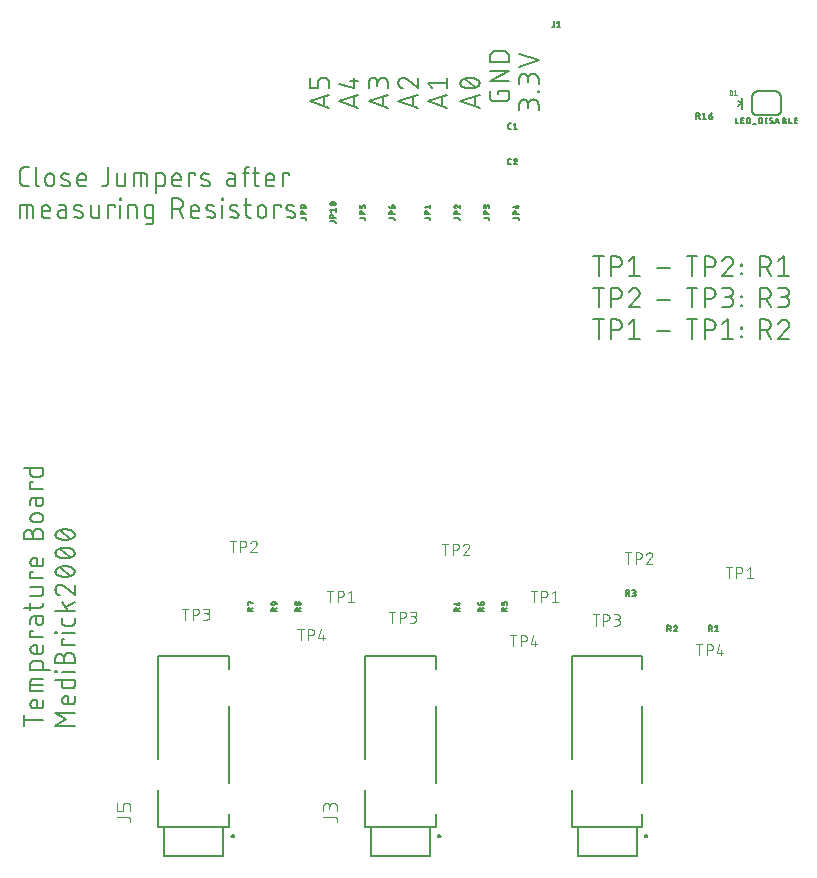
<source format=gbr>
G04 EAGLE Gerber RS-274X export*
G75*
%MOMM*%
%FSLAX34Y34*%
%LPD*%
%INSilkscreen Top*%
%IPPOS*%
%AMOC8*
5,1,8,0,0,1.08239X$1,22.5*%
G01*
%ADD10C,0.152400*%
%ADD11C,0.076200*%
%ADD12C,0.127000*%
%ADD13C,0.200000*%
%ADD14C,0.203200*%
%ADD15C,0.025400*%
%ADD16C,0.101600*%


D10*
X47568Y90278D02*
X31312Y90278D01*
X31312Y94793D02*
X31312Y85762D01*
X47568Y102922D02*
X47568Y107437D01*
X47568Y102922D02*
X47566Y102821D01*
X47560Y102720D01*
X47551Y102619D01*
X47538Y102518D01*
X47521Y102418D01*
X47500Y102319D01*
X47476Y102221D01*
X47448Y102124D01*
X47416Y102027D01*
X47381Y101932D01*
X47342Y101839D01*
X47300Y101747D01*
X47254Y101656D01*
X47205Y101567D01*
X47153Y101481D01*
X47097Y101396D01*
X47039Y101313D01*
X46977Y101233D01*
X46912Y101155D01*
X46845Y101079D01*
X46775Y101006D01*
X46702Y100936D01*
X46626Y100869D01*
X46548Y100804D01*
X46468Y100742D01*
X46385Y100684D01*
X46300Y100628D01*
X46213Y100576D01*
X46125Y100527D01*
X46034Y100481D01*
X45942Y100439D01*
X45849Y100400D01*
X45754Y100365D01*
X45657Y100333D01*
X45560Y100305D01*
X45462Y100281D01*
X45363Y100260D01*
X45263Y100243D01*
X45162Y100230D01*
X45061Y100221D01*
X44960Y100215D01*
X44859Y100213D01*
X44859Y100212D02*
X40343Y100212D01*
X40343Y100213D02*
X40224Y100215D01*
X40104Y100221D01*
X39985Y100231D01*
X39867Y100245D01*
X39748Y100262D01*
X39631Y100284D01*
X39514Y100309D01*
X39399Y100339D01*
X39284Y100372D01*
X39170Y100409D01*
X39058Y100449D01*
X38947Y100494D01*
X38838Y100542D01*
X38730Y100593D01*
X38624Y100648D01*
X38520Y100707D01*
X38418Y100769D01*
X38318Y100834D01*
X38220Y100903D01*
X38124Y100975D01*
X38031Y101050D01*
X37941Y101127D01*
X37853Y101208D01*
X37768Y101292D01*
X37686Y101379D01*
X37606Y101468D01*
X37530Y101560D01*
X37456Y101654D01*
X37386Y101751D01*
X37319Y101849D01*
X37255Y101950D01*
X37195Y102054D01*
X37138Y102159D01*
X37085Y102266D01*
X37035Y102374D01*
X36989Y102484D01*
X36947Y102596D01*
X36908Y102709D01*
X36873Y102823D01*
X36842Y102938D01*
X36814Y103055D01*
X36791Y103172D01*
X36771Y103289D01*
X36755Y103408D01*
X36743Y103527D01*
X36735Y103646D01*
X36731Y103765D01*
X36731Y103885D01*
X36735Y104004D01*
X36743Y104123D01*
X36755Y104242D01*
X36771Y104361D01*
X36791Y104478D01*
X36814Y104595D01*
X36842Y104712D01*
X36873Y104827D01*
X36908Y104941D01*
X36947Y105054D01*
X36989Y105166D01*
X37035Y105276D01*
X37085Y105384D01*
X37138Y105491D01*
X37195Y105596D01*
X37255Y105700D01*
X37319Y105801D01*
X37386Y105899D01*
X37456Y105996D01*
X37530Y106090D01*
X37606Y106182D01*
X37686Y106271D01*
X37768Y106358D01*
X37853Y106442D01*
X37941Y106523D01*
X38031Y106600D01*
X38124Y106675D01*
X38220Y106747D01*
X38318Y106816D01*
X38418Y106881D01*
X38520Y106943D01*
X38624Y107002D01*
X38730Y107057D01*
X38838Y107108D01*
X38947Y107156D01*
X39058Y107201D01*
X39170Y107241D01*
X39284Y107278D01*
X39399Y107311D01*
X39514Y107341D01*
X39631Y107366D01*
X39748Y107388D01*
X39867Y107405D01*
X39985Y107419D01*
X40104Y107429D01*
X40224Y107435D01*
X40343Y107437D01*
X42149Y107437D01*
X42149Y100212D01*
X47568Y114558D02*
X36731Y114558D01*
X36731Y122686D01*
X36733Y122787D01*
X36739Y122888D01*
X36748Y122989D01*
X36761Y123090D01*
X36778Y123190D01*
X36799Y123289D01*
X36823Y123387D01*
X36851Y123484D01*
X36883Y123581D01*
X36918Y123676D01*
X36957Y123769D01*
X36999Y123861D01*
X37045Y123952D01*
X37094Y124041D01*
X37146Y124127D01*
X37202Y124212D01*
X37260Y124295D01*
X37322Y124375D01*
X37387Y124453D01*
X37454Y124529D01*
X37524Y124602D01*
X37597Y124672D01*
X37673Y124739D01*
X37751Y124804D01*
X37831Y124866D01*
X37914Y124924D01*
X37999Y124980D01*
X38086Y125032D01*
X38174Y125081D01*
X38265Y125127D01*
X38357Y125169D01*
X38450Y125208D01*
X38545Y125243D01*
X38642Y125275D01*
X38739Y125303D01*
X38837Y125327D01*
X38936Y125348D01*
X39036Y125365D01*
X39137Y125378D01*
X39238Y125387D01*
X39339Y125393D01*
X39440Y125395D01*
X39440Y125396D02*
X47568Y125396D01*
X47568Y119977D02*
X36731Y119977D01*
X36731Y133111D02*
X52987Y133111D01*
X36731Y133111D02*
X36731Y137627D01*
X36733Y137731D01*
X36739Y137834D01*
X36749Y137938D01*
X36763Y138041D01*
X36781Y138143D01*
X36802Y138244D01*
X36828Y138345D01*
X36857Y138444D01*
X36890Y138543D01*
X36927Y138640D01*
X36968Y138735D01*
X37012Y138829D01*
X37060Y138921D01*
X37111Y139011D01*
X37166Y139100D01*
X37224Y139186D01*
X37286Y139269D01*
X37350Y139351D01*
X37418Y139429D01*
X37488Y139505D01*
X37561Y139579D01*
X37638Y139649D01*
X37716Y139717D01*
X37798Y139781D01*
X37881Y139843D01*
X37967Y139901D01*
X38056Y139956D01*
X38146Y140007D01*
X38238Y140055D01*
X38332Y140099D01*
X38427Y140140D01*
X38524Y140177D01*
X38623Y140210D01*
X38722Y140239D01*
X38823Y140265D01*
X38924Y140286D01*
X39026Y140304D01*
X39129Y140318D01*
X39233Y140328D01*
X39336Y140334D01*
X39440Y140336D01*
X44859Y140336D01*
X44960Y140334D01*
X45061Y140328D01*
X45162Y140319D01*
X45263Y140306D01*
X45363Y140289D01*
X45462Y140268D01*
X45560Y140244D01*
X45657Y140216D01*
X45754Y140184D01*
X45849Y140149D01*
X45942Y140110D01*
X46034Y140068D01*
X46125Y140022D01*
X46214Y139973D01*
X46300Y139921D01*
X46385Y139865D01*
X46468Y139807D01*
X46548Y139745D01*
X46626Y139680D01*
X46702Y139613D01*
X46775Y139543D01*
X46845Y139470D01*
X46912Y139394D01*
X46977Y139316D01*
X47039Y139236D01*
X47097Y139153D01*
X47153Y139068D01*
X47205Y138982D01*
X47254Y138893D01*
X47300Y138802D01*
X47342Y138710D01*
X47381Y138617D01*
X47416Y138522D01*
X47448Y138425D01*
X47476Y138328D01*
X47500Y138230D01*
X47521Y138131D01*
X47538Y138031D01*
X47551Y137930D01*
X47560Y137829D01*
X47566Y137728D01*
X47568Y137627D01*
X47568Y133111D01*
X47568Y149294D02*
X47568Y153810D01*
X47568Y149294D02*
X47566Y149193D01*
X47560Y149092D01*
X47551Y148991D01*
X47538Y148890D01*
X47521Y148790D01*
X47500Y148691D01*
X47476Y148593D01*
X47448Y148496D01*
X47416Y148399D01*
X47381Y148304D01*
X47342Y148211D01*
X47300Y148119D01*
X47254Y148028D01*
X47205Y147939D01*
X47153Y147853D01*
X47097Y147768D01*
X47039Y147685D01*
X46977Y147605D01*
X46912Y147527D01*
X46845Y147451D01*
X46775Y147378D01*
X46702Y147308D01*
X46626Y147241D01*
X46548Y147176D01*
X46468Y147114D01*
X46385Y147056D01*
X46300Y147000D01*
X46213Y146948D01*
X46125Y146899D01*
X46034Y146853D01*
X45942Y146811D01*
X45849Y146772D01*
X45754Y146737D01*
X45657Y146705D01*
X45560Y146677D01*
X45462Y146653D01*
X45363Y146632D01*
X45263Y146615D01*
X45162Y146602D01*
X45061Y146593D01*
X44960Y146587D01*
X44859Y146585D01*
X40343Y146585D01*
X40224Y146587D01*
X40104Y146593D01*
X39985Y146603D01*
X39867Y146617D01*
X39748Y146634D01*
X39631Y146656D01*
X39514Y146681D01*
X39399Y146711D01*
X39284Y146744D01*
X39170Y146781D01*
X39058Y146821D01*
X38947Y146866D01*
X38838Y146914D01*
X38730Y146965D01*
X38624Y147020D01*
X38520Y147079D01*
X38418Y147141D01*
X38318Y147206D01*
X38220Y147275D01*
X38124Y147347D01*
X38031Y147422D01*
X37941Y147499D01*
X37853Y147580D01*
X37768Y147664D01*
X37686Y147751D01*
X37606Y147840D01*
X37530Y147932D01*
X37456Y148026D01*
X37386Y148123D01*
X37319Y148221D01*
X37255Y148322D01*
X37195Y148426D01*
X37138Y148531D01*
X37085Y148638D01*
X37035Y148746D01*
X36989Y148856D01*
X36947Y148968D01*
X36908Y149081D01*
X36873Y149195D01*
X36842Y149310D01*
X36814Y149427D01*
X36791Y149544D01*
X36771Y149661D01*
X36755Y149780D01*
X36743Y149899D01*
X36735Y150018D01*
X36731Y150137D01*
X36731Y150257D01*
X36735Y150376D01*
X36743Y150495D01*
X36755Y150614D01*
X36771Y150733D01*
X36791Y150850D01*
X36814Y150967D01*
X36842Y151084D01*
X36873Y151199D01*
X36908Y151313D01*
X36947Y151426D01*
X36989Y151538D01*
X37035Y151648D01*
X37085Y151756D01*
X37138Y151863D01*
X37195Y151968D01*
X37255Y152072D01*
X37319Y152173D01*
X37386Y152271D01*
X37456Y152368D01*
X37530Y152462D01*
X37606Y152554D01*
X37686Y152643D01*
X37768Y152730D01*
X37853Y152814D01*
X37941Y152895D01*
X38031Y152972D01*
X38124Y153047D01*
X38220Y153119D01*
X38318Y153188D01*
X38418Y153253D01*
X38520Y153315D01*
X38624Y153374D01*
X38730Y153429D01*
X38838Y153480D01*
X38947Y153528D01*
X39058Y153573D01*
X39170Y153613D01*
X39284Y153650D01*
X39399Y153683D01*
X39514Y153713D01*
X39631Y153738D01*
X39748Y153760D01*
X39867Y153777D01*
X39985Y153791D01*
X40104Y153801D01*
X40224Y153807D01*
X40343Y153809D01*
X40343Y153810D02*
X42149Y153810D01*
X42149Y146585D01*
X47568Y160738D02*
X36731Y160738D01*
X36731Y166156D01*
X38537Y166156D01*
X41246Y174161D02*
X41246Y178225D01*
X41246Y174161D02*
X41248Y174049D01*
X41254Y173938D01*
X41264Y173827D01*
X41277Y173716D01*
X41295Y173606D01*
X41317Y173497D01*
X41342Y173388D01*
X41371Y173280D01*
X41404Y173174D01*
X41441Y173068D01*
X41481Y172964D01*
X41525Y172862D01*
X41573Y172761D01*
X41624Y172662D01*
X41679Y172564D01*
X41737Y172469D01*
X41798Y172376D01*
X41863Y172285D01*
X41931Y172196D01*
X42002Y172110D01*
X42075Y172027D01*
X42152Y171946D01*
X42232Y171867D01*
X42314Y171792D01*
X42399Y171720D01*
X42486Y171650D01*
X42576Y171584D01*
X42668Y171521D01*
X42763Y171461D01*
X42859Y171405D01*
X42957Y171352D01*
X43057Y171303D01*
X43159Y171257D01*
X43262Y171215D01*
X43367Y171176D01*
X43473Y171141D01*
X43580Y171110D01*
X43688Y171083D01*
X43797Y171059D01*
X43907Y171040D01*
X44017Y171024D01*
X44128Y171012D01*
X44240Y171004D01*
X44351Y171000D01*
X44463Y171000D01*
X44574Y171004D01*
X44686Y171012D01*
X44797Y171024D01*
X44907Y171040D01*
X45017Y171059D01*
X45126Y171083D01*
X45234Y171110D01*
X45341Y171141D01*
X45447Y171176D01*
X45552Y171215D01*
X45655Y171257D01*
X45757Y171303D01*
X45857Y171352D01*
X45955Y171405D01*
X46051Y171461D01*
X46146Y171521D01*
X46238Y171584D01*
X46328Y171650D01*
X46415Y171720D01*
X46500Y171792D01*
X46582Y171867D01*
X46662Y171946D01*
X46739Y172027D01*
X46812Y172110D01*
X46883Y172196D01*
X46951Y172285D01*
X47016Y172376D01*
X47077Y172469D01*
X47135Y172564D01*
X47190Y172662D01*
X47241Y172761D01*
X47289Y172862D01*
X47333Y172964D01*
X47373Y173068D01*
X47410Y173174D01*
X47443Y173280D01*
X47472Y173388D01*
X47497Y173497D01*
X47519Y173606D01*
X47537Y173716D01*
X47550Y173827D01*
X47560Y173938D01*
X47566Y174049D01*
X47568Y174161D01*
X47568Y178225D01*
X39440Y178225D01*
X39339Y178223D01*
X39238Y178217D01*
X39137Y178208D01*
X39036Y178195D01*
X38936Y178178D01*
X38837Y178157D01*
X38739Y178133D01*
X38642Y178105D01*
X38545Y178073D01*
X38450Y178038D01*
X38357Y177999D01*
X38265Y177957D01*
X38174Y177911D01*
X38086Y177862D01*
X37999Y177810D01*
X37914Y177754D01*
X37831Y177696D01*
X37751Y177634D01*
X37673Y177569D01*
X37597Y177502D01*
X37524Y177432D01*
X37454Y177359D01*
X37387Y177283D01*
X37322Y177205D01*
X37260Y177125D01*
X37202Y177042D01*
X37146Y176957D01*
X37094Y176871D01*
X37045Y176782D01*
X36999Y176691D01*
X36957Y176599D01*
X36918Y176506D01*
X36883Y176411D01*
X36851Y176314D01*
X36823Y176217D01*
X36799Y176119D01*
X36778Y176020D01*
X36761Y175920D01*
X36748Y175819D01*
X36739Y175718D01*
X36733Y175617D01*
X36731Y175516D01*
X36731Y171904D01*
X36731Y183845D02*
X36731Y189263D01*
X31312Y185651D02*
X44859Y185651D01*
X44960Y185653D01*
X45061Y185659D01*
X45162Y185668D01*
X45263Y185681D01*
X45363Y185698D01*
X45462Y185719D01*
X45560Y185743D01*
X45657Y185771D01*
X45754Y185803D01*
X45849Y185838D01*
X45942Y185877D01*
X46034Y185919D01*
X46125Y185965D01*
X46213Y186014D01*
X46300Y186066D01*
X46385Y186122D01*
X46468Y186180D01*
X46548Y186242D01*
X46626Y186307D01*
X46702Y186374D01*
X46775Y186444D01*
X46845Y186517D01*
X46912Y186593D01*
X46977Y186671D01*
X47039Y186751D01*
X47097Y186834D01*
X47153Y186919D01*
X47205Y187005D01*
X47254Y187094D01*
X47300Y187185D01*
X47342Y187277D01*
X47381Y187370D01*
X47416Y187465D01*
X47448Y187562D01*
X47476Y187659D01*
X47500Y187757D01*
X47521Y187856D01*
X47538Y187956D01*
X47551Y188057D01*
X47560Y188158D01*
X47566Y188259D01*
X47568Y188360D01*
X47568Y189263D01*
X44859Y195563D02*
X36731Y195563D01*
X44859Y195563D02*
X44960Y195565D01*
X45061Y195571D01*
X45162Y195580D01*
X45263Y195593D01*
X45363Y195610D01*
X45462Y195631D01*
X45560Y195655D01*
X45657Y195683D01*
X45754Y195715D01*
X45849Y195750D01*
X45942Y195789D01*
X46034Y195831D01*
X46125Y195877D01*
X46213Y195926D01*
X46300Y195978D01*
X46385Y196034D01*
X46468Y196092D01*
X46548Y196154D01*
X46626Y196219D01*
X46702Y196286D01*
X46775Y196356D01*
X46845Y196429D01*
X46912Y196505D01*
X46977Y196583D01*
X47039Y196663D01*
X47097Y196746D01*
X47153Y196831D01*
X47205Y196917D01*
X47254Y197006D01*
X47300Y197097D01*
X47342Y197189D01*
X47381Y197282D01*
X47416Y197377D01*
X47448Y197474D01*
X47476Y197571D01*
X47500Y197669D01*
X47521Y197768D01*
X47538Y197868D01*
X47551Y197969D01*
X47560Y198070D01*
X47566Y198171D01*
X47568Y198272D01*
X47568Y202788D01*
X36731Y202788D01*
X36731Y210237D02*
X47568Y210237D01*
X36731Y210237D02*
X36731Y215655D01*
X38537Y215655D01*
X47568Y223282D02*
X47568Y227797D01*
X47568Y223282D02*
X47566Y223181D01*
X47560Y223080D01*
X47551Y222979D01*
X47538Y222878D01*
X47521Y222778D01*
X47500Y222679D01*
X47476Y222581D01*
X47448Y222484D01*
X47416Y222387D01*
X47381Y222292D01*
X47342Y222199D01*
X47300Y222107D01*
X47254Y222016D01*
X47205Y221927D01*
X47153Y221841D01*
X47097Y221756D01*
X47039Y221673D01*
X46977Y221593D01*
X46912Y221515D01*
X46845Y221439D01*
X46775Y221366D01*
X46702Y221296D01*
X46626Y221229D01*
X46548Y221164D01*
X46468Y221102D01*
X46385Y221044D01*
X46300Y220988D01*
X46213Y220936D01*
X46125Y220887D01*
X46034Y220841D01*
X45942Y220799D01*
X45849Y220760D01*
X45754Y220725D01*
X45657Y220693D01*
X45560Y220665D01*
X45462Y220641D01*
X45363Y220620D01*
X45263Y220603D01*
X45162Y220590D01*
X45061Y220581D01*
X44960Y220575D01*
X44859Y220573D01*
X40343Y220573D01*
X40224Y220575D01*
X40104Y220581D01*
X39985Y220591D01*
X39867Y220605D01*
X39748Y220622D01*
X39631Y220644D01*
X39514Y220669D01*
X39399Y220699D01*
X39284Y220732D01*
X39170Y220769D01*
X39058Y220809D01*
X38947Y220854D01*
X38838Y220902D01*
X38730Y220953D01*
X38624Y221008D01*
X38520Y221067D01*
X38418Y221129D01*
X38318Y221194D01*
X38220Y221263D01*
X38124Y221335D01*
X38031Y221410D01*
X37941Y221487D01*
X37853Y221568D01*
X37768Y221652D01*
X37686Y221739D01*
X37606Y221828D01*
X37530Y221920D01*
X37456Y222014D01*
X37386Y222111D01*
X37319Y222209D01*
X37255Y222310D01*
X37195Y222414D01*
X37138Y222519D01*
X37085Y222626D01*
X37035Y222734D01*
X36989Y222844D01*
X36947Y222956D01*
X36908Y223069D01*
X36873Y223183D01*
X36842Y223298D01*
X36814Y223415D01*
X36791Y223532D01*
X36771Y223649D01*
X36755Y223768D01*
X36743Y223887D01*
X36735Y224006D01*
X36731Y224125D01*
X36731Y224245D01*
X36735Y224364D01*
X36743Y224483D01*
X36755Y224602D01*
X36771Y224721D01*
X36791Y224838D01*
X36814Y224955D01*
X36842Y225072D01*
X36873Y225187D01*
X36908Y225301D01*
X36947Y225414D01*
X36989Y225526D01*
X37035Y225636D01*
X37085Y225744D01*
X37138Y225851D01*
X37195Y225956D01*
X37255Y226060D01*
X37319Y226161D01*
X37386Y226259D01*
X37456Y226356D01*
X37530Y226450D01*
X37606Y226542D01*
X37686Y226631D01*
X37768Y226718D01*
X37853Y226802D01*
X37941Y226883D01*
X38031Y226960D01*
X38124Y227035D01*
X38220Y227107D01*
X38318Y227176D01*
X38418Y227241D01*
X38520Y227303D01*
X38624Y227362D01*
X38730Y227417D01*
X38838Y227468D01*
X38947Y227516D01*
X39058Y227561D01*
X39170Y227601D01*
X39284Y227638D01*
X39399Y227671D01*
X39514Y227701D01*
X39631Y227726D01*
X39748Y227748D01*
X39867Y227765D01*
X39985Y227779D01*
X40104Y227789D01*
X40224Y227795D01*
X40343Y227797D01*
X42149Y227797D01*
X42149Y220573D01*
X38537Y243327D02*
X38537Y247843D01*
X38536Y247843D02*
X38538Y247976D01*
X38544Y248108D01*
X38554Y248240D01*
X38567Y248372D01*
X38585Y248504D01*
X38606Y248634D01*
X38631Y248765D01*
X38660Y248894D01*
X38693Y249022D01*
X38729Y249150D01*
X38769Y249276D01*
X38813Y249401D01*
X38861Y249525D01*
X38912Y249647D01*
X38967Y249768D01*
X39025Y249887D01*
X39087Y250005D01*
X39152Y250120D01*
X39221Y250234D01*
X39292Y250345D01*
X39368Y250454D01*
X39446Y250561D01*
X39527Y250666D01*
X39612Y250768D01*
X39699Y250868D01*
X39789Y250965D01*
X39882Y251060D01*
X39978Y251151D01*
X40076Y251240D01*
X40177Y251326D01*
X40281Y251409D01*
X40387Y251489D01*
X40495Y251565D01*
X40605Y251639D01*
X40718Y251709D01*
X40832Y251776D01*
X40949Y251839D01*
X41067Y251899D01*
X41187Y251956D01*
X41309Y252009D01*
X41432Y252058D01*
X41556Y252104D01*
X41682Y252146D01*
X41809Y252184D01*
X41937Y252219D01*
X42066Y252250D01*
X42195Y252277D01*
X42326Y252300D01*
X42457Y252320D01*
X42589Y252335D01*
X42721Y252347D01*
X42853Y252355D01*
X42986Y252359D01*
X43118Y252359D01*
X43251Y252355D01*
X43383Y252347D01*
X43515Y252335D01*
X43647Y252320D01*
X43778Y252300D01*
X43909Y252277D01*
X44038Y252250D01*
X44167Y252219D01*
X44295Y252184D01*
X44422Y252146D01*
X44548Y252104D01*
X44672Y252058D01*
X44795Y252009D01*
X44917Y251956D01*
X45037Y251899D01*
X45155Y251839D01*
X45272Y251776D01*
X45386Y251709D01*
X45499Y251639D01*
X45609Y251565D01*
X45717Y251489D01*
X45823Y251409D01*
X45927Y251326D01*
X46028Y251240D01*
X46126Y251151D01*
X46222Y251060D01*
X46315Y250965D01*
X46405Y250868D01*
X46492Y250768D01*
X46577Y250666D01*
X46658Y250561D01*
X46736Y250454D01*
X46812Y250345D01*
X46883Y250234D01*
X46952Y250120D01*
X47017Y250005D01*
X47079Y249887D01*
X47137Y249768D01*
X47192Y249647D01*
X47243Y249525D01*
X47291Y249401D01*
X47335Y249276D01*
X47375Y249150D01*
X47411Y249022D01*
X47444Y248894D01*
X47473Y248765D01*
X47498Y248634D01*
X47519Y248504D01*
X47537Y248372D01*
X47550Y248240D01*
X47560Y248108D01*
X47566Y247976D01*
X47568Y247843D01*
X47568Y243327D01*
X31312Y243327D01*
X31312Y247843D01*
X31314Y247962D01*
X31320Y248082D01*
X31330Y248201D01*
X31344Y248319D01*
X31361Y248438D01*
X31383Y248555D01*
X31408Y248672D01*
X31438Y248787D01*
X31471Y248902D01*
X31508Y249016D01*
X31548Y249128D01*
X31593Y249239D01*
X31641Y249348D01*
X31692Y249456D01*
X31747Y249562D01*
X31806Y249666D01*
X31868Y249768D01*
X31933Y249868D01*
X32002Y249966D01*
X32074Y250062D01*
X32149Y250155D01*
X32226Y250245D01*
X32307Y250333D01*
X32391Y250418D01*
X32478Y250500D01*
X32567Y250580D01*
X32659Y250656D01*
X32753Y250730D01*
X32850Y250800D01*
X32948Y250867D01*
X33049Y250931D01*
X33153Y250991D01*
X33258Y251048D01*
X33365Y251101D01*
X33473Y251151D01*
X33583Y251197D01*
X33695Y251239D01*
X33808Y251278D01*
X33922Y251313D01*
X34037Y251344D01*
X34154Y251372D01*
X34271Y251395D01*
X34388Y251415D01*
X34507Y251431D01*
X34626Y251443D01*
X34745Y251451D01*
X34864Y251455D01*
X34984Y251455D01*
X35103Y251451D01*
X35222Y251443D01*
X35341Y251431D01*
X35460Y251415D01*
X35577Y251395D01*
X35694Y251372D01*
X35811Y251344D01*
X35926Y251313D01*
X36040Y251278D01*
X36153Y251239D01*
X36265Y251197D01*
X36375Y251151D01*
X36483Y251101D01*
X36590Y251048D01*
X36695Y250991D01*
X36799Y250931D01*
X36900Y250867D01*
X36998Y250800D01*
X37095Y250730D01*
X37189Y250656D01*
X37281Y250580D01*
X37370Y250500D01*
X37457Y250418D01*
X37541Y250333D01*
X37622Y250245D01*
X37699Y250155D01*
X37774Y250062D01*
X37846Y249966D01*
X37915Y249868D01*
X37980Y249768D01*
X38042Y249666D01*
X38101Y249562D01*
X38156Y249456D01*
X38207Y249348D01*
X38255Y249239D01*
X38300Y249128D01*
X38340Y249016D01*
X38377Y248902D01*
X38410Y248787D01*
X38440Y248672D01*
X38465Y248555D01*
X38487Y248438D01*
X38504Y248319D01*
X38518Y248201D01*
X38528Y248082D01*
X38534Y247962D01*
X38536Y247843D01*
X40343Y258088D02*
X43956Y258088D01*
X40343Y258088D02*
X40224Y258090D01*
X40104Y258096D01*
X39985Y258106D01*
X39867Y258120D01*
X39748Y258137D01*
X39631Y258159D01*
X39514Y258184D01*
X39399Y258214D01*
X39284Y258247D01*
X39170Y258284D01*
X39058Y258324D01*
X38947Y258369D01*
X38838Y258417D01*
X38730Y258468D01*
X38624Y258523D01*
X38520Y258582D01*
X38418Y258644D01*
X38318Y258709D01*
X38220Y258778D01*
X38124Y258850D01*
X38031Y258925D01*
X37941Y259002D01*
X37853Y259083D01*
X37768Y259167D01*
X37686Y259254D01*
X37606Y259343D01*
X37530Y259435D01*
X37456Y259529D01*
X37386Y259626D01*
X37319Y259724D01*
X37255Y259825D01*
X37195Y259929D01*
X37138Y260034D01*
X37085Y260141D01*
X37035Y260249D01*
X36989Y260359D01*
X36947Y260471D01*
X36908Y260584D01*
X36873Y260698D01*
X36842Y260813D01*
X36814Y260930D01*
X36791Y261047D01*
X36771Y261164D01*
X36755Y261283D01*
X36743Y261402D01*
X36735Y261521D01*
X36731Y261640D01*
X36731Y261760D01*
X36735Y261879D01*
X36743Y261998D01*
X36755Y262117D01*
X36771Y262236D01*
X36791Y262353D01*
X36814Y262470D01*
X36842Y262587D01*
X36873Y262702D01*
X36908Y262816D01*
X36947Y262929D01*
X36989Y263041D01*
X37035Y263151D01*
X37085Y263259D01*
X37138Y263366D01*
X37195Y263471D01*
X37255Y263575D01*
X37319Y263676D01*
X37386Y263774D01*
X37456Y263871D01*
X37530Y263965D01*
X37606Y264057D01*
X37686Y264146D01*
X37768Y264233D01*
X37853Y264317D01*
X37941Y264398D01*
X38031Y264475D01*
X38124Y264550D01*
X38220Y264622D01*
X38318Y264691D01*
X38418Y264756D01*
X38520Y264818D01*
X38624Y264877D01*
X38730Y264932D01*
X38838Y264983D01*
X38947Y265031D01*
X39058Y265076D01*
X39170Y265116D01*
X39284Y265153D01*
X39399Y265186D01*
X39514Y265216D01*
X39631Y265241D01*
X39748Y265263D01*
X39867Y265280D01*
X39985Y265294D01*
X40104Y265304D01*
X40224Y265310D01*
X40343Y265312D01*
X43956Y265312D01*
X44075Y265310D01*
X44195Y265304D01*
X44314Y265294D01*
X44432Y265280D01*
X44551Y265263D01*
X44668Y265241D01*
X44785Y265216D01*
X44900Y265186D01*
X45015Y265153D01*
X45129Y265116D01*
X45241Y265076D01*
X45352Y265031D01*
X45461Y264983D01*
X45569Y264932D01*
X45675Y264877D01*
X45779Y264818D01*
X45881Y264756D01*
X45981Y264691D01*
X46079Y264622D01*
X46175Y264550D01*
X46268Y264475D01*
X46358Y264398D01*
X46446Y264317D01*
X46531Y264233D01*
X46613Y264146D01*
X46693Y264057D01*
X46769Y263965D01*
X46843Y263871D01*
X46913Y263774D01*
X46980Y263676D01*
X47044Y263575D01*
X47104Y263471D01*
X47161Y263366D01*
X47214Y263259D01*
X47264Y263151D01*
X47310Y263041D01*
X47352Y262929D01*
X47391Y262816D01*
X47426Y262702D01*
X47457Y262587D01*
X47485Y262470D01*
X47508Y262353D01*
X47528Y262236D01*
X47544Y262117D01*
X47556Y261998D01*
X47564Y261879D01*
X47568Y261760D01*
X47568Y261640D01*
X47564Y261521D01*
X47556Y261402D01*
X47544Y261283D01*
X47528Y261164D01*
X47508Y261047D01*
X47485Y260930D01*
X47457Y260813D01*
X47426Y260698D01*
X47391Y260584D01*
X47352Y260471D01*
X47310Y260359D01*
X47264Y260249D01*
X47214Y260141D01*
X47161Y260034D01*
X47104Y259929D01*
X47044Y259825D01*
X46980Y259724D01*
X46913Y259626D01*
X46843Y259529D01*
X46769Y259435D01*
X46693Y259343D01*
X46613Y259254D01*
X46531Y259167D01*
X46446Y259083D01*
X46358Y259002D01*
X46268Y258925D01*
X46175Y258850D01*
X46079Y258778D01*
X45981Y258709D01*
X45881Y258644D01*
X45779Y258582D01*
X45675Y258523D01*
X45569Y258468D01*
X45461Y258417D01*
X45352Y258369D01*
X45241Y258324D01*
X45129Y258284D01*
X45015Y258247D01*
X44900Y258214D01*
X44785Y258184D01*
X44668Y258159D01*
X44551Y258137D01*
X44432Y258120D01*
X44314Y258106D01*
X44195Y258096D01*
X44075Y258090D01*
X43956Y258088D01*
X41246Y274722D02*
X41246Y278786D01*
X41246Y274722D02*
X41248Y274610D01*
X41254Y274499D01*
X41264Y274388D01*
X41277Y274277D01*
X41295Y274167D01*
X41317Y274058D01*
X41342Y273949D01*
X41371Y273841D01*
X41404Y273735D01*
X41441Y273629D01*
X41481Y273525D01*
X41525Y273423D01*
X41573Y273322D01*
X41624Y273223D01*
X41679Y273125D01*
X41737Y273030D01*
X41798Y272937D01*
X41863Y272846D01*
X41931Y272757D01*
X42002Y272671D01*
X42075Y272588D01*
X42152Y272507D01*
X42232Y272428D01*
X42314Y272353D01*
X42399Y272281D01*
X42486Y272211D01*
X42576Y272145D01*
X42668Y272082D01*
X42763Y272022D01*
X42859Y271966D01*
X42957Y271913D01*
X43057Y271864D01*
X43159Y271818D01*
X43262Y271776D01*
X43367Y271737D01*
X43473Y271702D01*
X43580Y271671D01*
X43688Y271644D01*
X43797Y271620D01*
X43907Y271601D01*
X44017Y271585D01*
X44128Y271573D01*
X44240Y271565D01*
X44351Y271561D01*
X44463Y271561D01*
X44574Y271565D01*
X44686Y271573D01*
X44797Y271585D01*
X44907Y271601D01*
X45017Y271620D01*
X45126Y271644D01*
X45234Y271671D01*
X45341Y271702D01*
X45447Y271737D01*
X45552Y271776D01*
X45655Y271818D01*
X45757Y271864D01*
X45857Y271913D01*
X45955Y271966D01*
X46051Y272022D01*
X46146Y272082D01*
X46238Y272145D01*
X46328Y272211D01*
X46415Y272281D01*
X46500Y272353D01*
X46582Y272428D01*
X46662Y272507D01*
X46739Y272588D01*
X46812Y272671D01*
X46883Y272757D01*
X46951Y272846D01*
X47016Y272937D01*
X47077Y273030D01*
X47135Y273125D01*
X47190Y273223D01*
X47241Y273322D01*
X47289Y273423D01*
X47333Y273525D01*
X47373Y273629D01*
X47410Y273735D01*
X47443Y273841D01*
X47472Y273949D01*
X47497Y274058D01*
X47519Y274167D01*
X47537Y274277D01*
X47550Y274388D01*
X47560Y274499D01*
X47566Y274610D01*
X47568Y274722D01*
X47568Y278786D01*
X39440Y278786D01*
X39339Y278784D01*
X39238Y278778D01*
X39137Y278769D01*
X39036Y278756D01*
X38936Y278739D01*
X38837Y278718D01*
X38739Y278694D01*
X38642Y278666D01*
X38545Y278634D01*
X38450Y278599D01*
X38357Y278560D01*
X38265Y278518D01*
X38174Y278472D01*
X38086Y278423D01*
X37999Y278371D01*
X37914Y278315D01*
X37831Y278257D01*
X37751Y278195D01*
X37673Y278130D01*
X37597Y278063D01*
X37524Y277993D01*
X37454Y277920D01*
X37387Y277844D01*
X37322Y277766D01*
X37260Y277686D01*
X37202Y277603D01*
X37146Y277518D01*
X37094Y277432D01*
X37045Y277343D01*
X36999Y277252D01*
X36957Y277160D01*
X36918Y277067D01*
X36883Y276972D01*
X36851Y276875D01*
X36823Y276778D01*
X36799Y276680D01*
X36778Y276581D01*
X36761Y276481D01*
X36748Y276380D01*
X36739Y276279D01*
X36733Y276178D01*
X36731Y276077D01*
X36731Y272464D01*
X36731Y286309D02*
X47568Y286309D01*
X36731Y286309D02*
X36731Y291727D01*
X38537Y291727D01*
X31312Y303796D02*
X47568Y303796D01*
X47568Y299281D01*
X47566Y299180D01*
X47560Y299079D01*
X47551Y298978D01*
X47538Y298877D01*
X47521Y298777D01*
X47500Y298678D01*
X47476Y298580D01*
X47448Y298483D01*
X47416Y298386D01*
X47381Y298291D01*
X47342Y298198D01*
X47300Y298106D01*
X47254Y298015D01*
X47205Y297927D01*
X47153Y297840D01*
X47097Y297755D01*
X47039Y297672D01*
X46977Y297592D01*
X46912Y297514D01*
X46845Y297438D01*
X46775Y297365D01*
X46702Y297295D01*
X46626Y297228D01*
X46548Y297163D01*
X46468Y297101D01*
X46385Y297043D01*
X46300Y296987D01*
X46213Y296935D01*
X46125Y296886D01*
X46034Y296840D01*
X45942Y296798D01*
X45849Y296759D01*
X45754Y296724D01*
X45657Y296692D01*
X45560Y296664D01*
X45462Y296640D01*
X45363Y296619D01*
X45263Y296602D01*
X45162Y296589D01*
X45061Y296580D01*
X44960Y296574D01*
X44859Y296572D01*
X44859Y296571D02*
X39440Y296571D01*
X39440Y296572D02*
X39339Y296574D01*
X39238Y296580D01*
X39137Y296589D01*
X39036Y296602D01*
X38936Y296619D01*
X38837Y296640D01*
X38739Y296664D01*
X38642Y296692D01*
X38545Y296724D01*
X38450Y296759D01*
X38357Y296798D01*
X38265Y296840D01*
X38174Y296886D01*
X38086Y296935D01*
X37999Y296987D01*
X37914Y297043D01*
X37831Y297101D01*
X37751Y297163D01*
X37673Y297228D01*
X37597Y297295D01*
X37524Y297365D01*
X37454Y297438D01*
X37387Y297514D01*
X37322Y297592D01*
X37260Y297672D01*
X37202Y297755D01*
X37146Y297840D01*
X37094Y297927D01*
X37045Y298015D01*
X36999Y298106D01*
X36957Y298198D01*
X36918Y298291D01*
X36883Y298386D01*
X36851Y298483D01*
X36823Y298580D01*
X36799Y298678D01*
X36778Y298777D01*
X36761Y298877D01*
X36748Y298978D01*
X36739Y299079D01*
X36733Y299180D01*
X36731Y299281D01*
X36731Y303796D01*
X57982Y85762D02*
X74238Y85762D01*
X67013Y91181D02*
X57982Y85762D01*
X67013Y91181D02*
X57982Y96599D01*
X74238Y96599D01*
X74238Y106430D02*
X74238Y110945D01*
X74238Y106430D02*
X74236Y106329D01*
X74230Y106228D01*
X74221Y106127D01*
X74208Y106026D01*
X74191Y105926D01*
X74170Y105827D01*
X74146Y105729D01*
X74118Y105632D01*
X74086Y105535D01*
X74051Y105440D01*
X74012Y105347D01*
X73970Y105255D01*
X73924Y105164D01*
X73875Y105075D01*
X73823Y104989D01*
X73767Y104904D01*
X73709Y104821D01*
X73647Y104741D01*
X73582Y104663D01*
X73515Y104587D01*
X73445Y104514D01*
X73372Y104444D01*
X73296Y104377D01*
X73218Y104312D01*
X73138Y104250D01*
X73055Y104192D01*
X72970Y104136D01*
X72883Y104084D01*
X72795Y104035D01*
X72704Y103989D01*
X72612Y103947D01*
X72519Y103908D01*
X72424Y103873D01*
X72327Y103841D01*
X72230Y103813D01*
X72132Y103789D01*
X72033Y103768D01*
X71933Y103751D01*
X71832Y103738D01*
X71731Y103729D01*
X71630Y103723D01*
X71529Y103721D01*
X67013Y103721D01*
X66894Y103723D01*
X66774Y103729D01*
X66655Y103739D01*
X66537Y103753D01*
X66418Y103770D01*
X66301Y103792D01*
X66184Y103817D01*
X66069Y103847D01*
X65954Y103880D01*
X65840Y103917D01*
X65728Y103957D01*
X65617Y104002D01*
X65508Y104050D01*
X65400Y104101D01*
X65294Y104156D01*
X65190Y104215D01*
X65088Y104277D01*
X64988Y104342D01*
X64890Y104411D01*
X64794Y104483D01*
X64701Y104558D01*
X64611Y104635D01*
X64523Y104716D01*
X64438Y104800D01*
X64356Y104887D01*
X64276Y104976D01*
X64200Y105068D01*
X64126Y105162D01*
X64056Y105259D01*
X63989Y105357D01*
X63925Y105458D01*
X63865Y105562D01*
X63808Y105667D01*
X63755Y105774D01*
X63705Y105882D01*
X63659Y105992D01*
X63617Y106104D01*
X63578Y106217D01*
X63543Y106331D01*
X63512Y106446D01*
X63484Y106563D01*
X63461Y106680D01*
X63441Y106797D01*
X63425Y106916D01*
X63413Y107035D01*
X63405Y107154D01*
X63401Y107273D01*
X63401Y107393D01*
X63405Y107512D01*
X63413Y107631D01*
X63425Y107750D01*
X63441Y107869D01*
X63461Y107986D01*
X63484Y108103D01*
X63512Y108220D01*
X63543Y108335D01*
X63578Y108449D01*
X63617Y108562D01*
X63659Y108674D01*
X63705Y108784D01*
X63755Y108892D01*
X63808Y108999D01*
X63865Y109104D01*
X63925Y109208D01*
X63989Y109309D01*
X64056Y109407D01*
X64126Y109504D01*
X64200Y109598D01*
X64276Y109690D01*
X64356Y109779D01*
X64438Y109866D01*
X64523Y109950D01*
X64611Y110031D01*
X64701Y110108D01*
X64794Y110183D01*
X64890Y110255D01*
X64988Y110324D01*
X65088Y110389D01*
X65190Y110451D01*
X65294Y110510D01*
X65400Y110565D01*
X65508Y110616D01*
X65617Y110664D01*
X65728Y110709D01*
X65840Y110749D01*
X65954Y110786D01*
X66069Y110819D01*
X66184Y110849D01*
X66301Y110874D01*
X66418Y110896D01*
X66537Y110913D01*
X66655Y110927D01*
X66774Y110937D01*
X66894Y110943D01*
X67013Y110945D01*
X68819Y110945D01*
X68819Y103721D01*
X74238Y124419D02*
X57982Y124419D01*
X74238Y124419D02*
X74238Y119904D01*
X74236Y119803D01*
X74230Y119702D01*
X74221Y119601D01*
X74208Y119500D01*
X74191Y119400D01*
X74170Y119301D01*
X74146Y119203D01*
X74118Y119106D01*
X74086Y119009D01*
X74051Y118914D01*
X74012Y118821D01*
X73970Y118729D01*
X73924Y118638D01*
X73875Y118549D01*
X73823Y118463D01*
X73767Y118378D01*
X73709Y118295D01*
X73647Y118215D01*
X73582Y118137D01*
X73515Y118061D01*
X73445Y117988D01*
X73372Y117918D01*
X73296Y117851D01*
X73218Y117786D01*
X73138Y117724D01*
X73055Y117666D01*
X72970Y117610D01*
X72883Y117558D01*
X72795Y117509D01*
X72704Y117463D01*
X72612Y117421D01*
X72519Y117382D01*
X72424Y117347D01*
X72327Y117315D01*
X72230Y117287D01*
X72132Y117263D01*
X72033Y117242D01*
X71933Y117225D01*
X71832Y117212D01*
X71731Y117203D01*
X71630Y117197D01*
X71529Y117195D01*
X71529Y117194D02*
X66110Y117194D01*
X66110Y117195D02*
X66009Y117197D01*
X65908Y117203D01*
X65807Y117212D01*
X65706Y117225D01*
X65606Y117242D01*
X65507Y117263D01*
X65409Y117287D01*
X65312Y117315D01*
X65215Y117347D01*
X65120Y117382D01*
X65027Y117421D01*
X64935Y117463D01*
X64844Y117509D01*
X64756Y117558D01*
X64669Y117610D01*
X64584Y117666D01*
X64501Y117724D01*
X64421Y117786D01*
X64343Y117851D01*
X64267Y117918D01*
X64194Y117988D01*
X64124Y118061D01*
X64057Y118137D01*
X63992Y118215D01*
X63930Y118295D01*
X63872Y118378D01*
X63816Y118463D01*
X63764Y118550D01*
X63715Y118638D01*
X63669Y118729D01*
X63627Y118821D01*
X63588Y118914D01*
X63553Y119009D01*
X63521Y119106D01*
X63493Y119203D01*
X63469Y119301D01*
X63448Y119400D01*
X63431Y119500D01*
X63418Y119601D01*
X63409Y119702D01*
X63403Y119803D01*
X63401Y119904D01*
X63401Y124419D01*
X63401Y131301D02*
X74238Y131301D01*
X58885Y130849D02*
X57982Y130849D01*
X57982Y131752D01*
X58885Y131752D01*
X58885Y130849D01*
X65207Y138459D02*
X65207Y142975D01*
X65206Y142975D02*
X65208Y143108D01*
X65214Y143240D01*
X65224Y143372D01*
X65237Y143504D01*
X65255Y143636D01*
X65276Y143766D01*
X65301Y143897D01*
X65330Y144026D01*
X65363Y144154D01*
X65399Y144282D01*
X65439Y144408D01*
X65483Y144533D01*
X65531Y144657D01*
X65582Y144779D01*
X65637Y144900D01*
X65695Y145019D01*
X65757Y145137D01*
X65822Y145252D01*
X65891Y145366D01*
X65962Y145477D01*
X66038Y145586D01*
X66116Y145693D01*
X66197Y145798D01*
X66282Y145900D01*
X66369Y146000D01*
X66459Y146097D01*
X66552Y146192D01*
X66648Y146283D01*
X66746Y146372D01*
X66847Y146458D01*
X66951Y146541D01*
X67057Y146621D01*
X67165Y146697D01*
X67275Y146771D01*
X67388Y146841D01*
X67502Y146908D01*
X67619Y146971D01*
X67737Y147031D01*
X67857Y147088D01*
X67979Y147141D01*
X68102Y147190D01*
X68226Y147236D01*
X68352Y147278D01*
X68479Y147316D01*
X68607Y147351D01*
X68736Y147382D01*
X68865Y147409D01*
X68996Y147432D01*
X69127Y147452D01*
X69259Y147467D01*
X69391Y147479D01*
X69523Y147487D01*
X69656Y147491D01*
X69788Y147491D01*
X69921Y147487D01*
X70053Y147479D01*
X70185Y147467D01*
X70317Y147452D01*
X70448Y147432D01*
X70579Y147409D01*
X70708Y147382D01*
X70837Y147351D01*
X70965Y147316D01*
X71092Y147278D01*
X71218Y147236D01*
X71342Y147190D01*
X71465Y147141D01*
X71587Y147088D01*
X71707Y147031D01*
X71825Y146971D01*
X71942Y146908D01*
X72056Y146841D01*
X72169Y146771D01*
X72279Y146697D01*
X72387Y146621D01*
X72493Y146541D01*
X72597Y146458D01*
X72698Y146372D01*
X72796Y146283D01*
X72892Y146192D01*
X72985Y146097D01*
X73075Y146000D01*
X73162Y145900D01*
X73247Y145798D01*
X73328Y145693D01*
X73406Y145586D01*
X73482Y145477D01*
X73553Y145366D01*
X73622Y145252D01*
X73687Y145137D01*
X73749Y145019D01*
X73807Y144900D01*
X73862Y144779D01*
X73913Y144657D01*
X73961Y144533D01*
X74005Y144408D01*
X74045Y144282D01*
X74081Y144154D01*
X74114Y144026D01*
X74143Y143897D01*
X74168Y143766D01*
X74189Y143636D01*
X74207Y143504D01*
X74220Y143372D01*
X74230Y143240D01*
X74236Y143108D01*
X74238Y142975D01*
X74238Y138459D01*
X57982Y138459D01*
X57982Y142975D01*
X57984Y143094D01*
X57990Y143214D01*
X58000Y143333D01*
X58014Y143451D01*
X58031Y143570D01*
X58053Y143687D01*
X58078Y143804D01*
X58108Y143919D01*
X58141Y144034D01*
X58178Y144148D01*
X58218Y144260D01*
X58263Y144371D01*
X58311Y144480D01*
X58362Y144588D01*
X58417Y144694D01*
X58476Y144798D01*
X58538Y144900D01*
X58603Y145000D01*
X58672Y145098D01*
X58744Y145194D01*
X58819Y145287D01*
X58896Y145377D01*
X58977Y145465D01*
X59061Y145550D01*
X59148Y145632D01*
X59237Y145712D01*
X59329Y145788D01*
X59423Y145862D01*
X59520Y145932D01*
X59618Y145999D01*
X59719Y146063D01*
X59823Y146123D01*
X59928Y146180D01*
X60035Y146233D01*
X60143Y146283D01*
X60253Y146329D01*
X60365Y146371D01*
X60478Y146410D01*
X60592Y146445D01*
X60707Y146476D01*
X60824Y146504D01*
X60941Y146527D01*
X61058Y146547D01*
X61177Y146563D01*
X61296Y146575D01*
X61415Y146583D01*
X61534Y146587D01*
X61654Y146587D01*
X61773Y146583D01*
X61892Y146575D01*
X62011Y146563D01*
X62130Y146547D01*
X62247Y146527D01*
X62364Y146504D01*
X62481Y146476D01*
X62596Y146445D01*
X62710Y146410D01*
X62823Y146371D01*
X62935Y146329D01*
X63045Y146283D01*
X63153Y146233D01*
X63260Y146180D01*
X63365Y146123D01*
X63469Y146063D01*
X63570Y145999D01*
X63668Y145932D01*
X63765Y145862D01*
X63859Y145788D01*
X63951Y145712D01*
X64040Y145632D01*
X64127Y145550D01*
X64211Y145465D01*
X64292Y145377D01*
X64369Y145287D01*
X64444Y145194D01*
X64516Y145098D01*
X64585Y145000D01*
X64650Y144900D01*
X64712Y144798D01*
X64771Y144694D01*
X64826Y144588D01*
X64877Y144480D01*
X64925Y144371D01*
X64970Y144260D01*
X65010Y144148D01*
X65047Y144034D01*
X65080Y143919D01*
X65110Y143804D01*
X65135Y143687D01*
X65157Y143570D01*
X65174Y143451D01*
X65188Y143333D01*
X65198Y143214D01*
X65204Y143094D01*
X65206Y142975D01*
X63401Y153825D02*
X74238Y153825D01*
X63401Y153825D02*
X63401Y159244D01*
X65207Y159244D01*
X63401Y164126D02*
X74238Y164126D01*
X58885Y163675D02*
X57982Y163675D01*
X57982Y164578D01*
X58885Y164578D01*
X58885Y163675D01*
X74238Y173141D02*
X74238Y176753D01*
X74238Y173141D02*
X74236Y173040D01*
X74230Y172939D01*
X74221Y172838D01*
X74208Y172737D01*
X74191Y172637D01*
X74170Y172538D01*
X74146Y172440D01*
X74118Y172343D01*
X74086Y172246D01*
X74051Y172151D01*
X74012Y172058D01*
X73970Y171966D01*
X73924Y171875D01*
X73875Y171786D01*
X73823Y171700D01*
X73767Y171615D01*
X73709Y171532D01*
X73647Y171452D01*
X73582Y171374D01*
X73515Y171298D01*
X73445Y171225D01*
X73372Y171155D01*
X73296Y171088D01*
X73218Y171023D01*
X73138Y170961D01*
X73055Y170903D01*
X72970Y170847D01*
X72883Y170795D01*
X72795Y170746D01*
X72704Y170700D01*
X72612Y170658D01*
X72519Y170619D01*
X72424Y170584D01*
X72327Y170552D01*
X72230Y170524D01*
X72132Y170500D01*
X72033Y170479D01*
X71933Y170462D01*
X71832Y170449D01*
X71731Y170440D01*
X71630Y170434D01*
X71529Y170432D01*
X71529Y170431D02*
X66110Y170431D01*
X66110Y170432D02*
X66009Y170434D01*
X65908Y170440D01*
X65807Y170449D01*
X65706Y170462D01*
X65606Y170479D01*
X65507Y170500D01*
X65409Y170524D01*
X65312Y170552D01*
X65215Y170584D01*
X65120Y170619D01*
X65027Y170658D01*
X64935Y170700D01*
X64844Y170746D01*
X64756Y170795D01*
X64669Y170847D01*
X64584Y170903D01*
X64501Y170961D01*
X64421Y171023D01*
X64343Y171088D01*
X64267Y171155D01*
X64194Y171225D01*
X64124Y171298D01*
X64057Y171374D01*
X63992Y171452D01*
X63930Y171532D01*
X63872Y171615D01*
X63816Y171700D01*
X63764Y171787D01*
X63715Y171875D01*
X63669Y171966D01*
X63627Y172058D01*
X63588Y172151D01*
X63553Y172246D01*
X63521Y172343D01*
X63493Y172440D01*
X63469Y172538D01*
X63448Y172637D01*
X63431Y172737D01*
X63418Y172838D01*
X63409Y172939D01*
X63403Y173040D01*
X63401Y173141D01*
X63401Y176753D01*
X57982Y183087D02*
X74238Y183087D01*
X68819Y183087D02*
X63401Y190312D01*
X66562Y186248D02*
X74238Y190312D01*
X62046Y205115D02*
X61921Y205113D01*
X61796Y205107D01*
X61671Y205098D01*
X61547Y205084D01*
X61423Y205067D01*
X61299Y205046D01*
X61177Y205021D01*
X61055Y204992D01*
X60934Y204960D01*
X60814Y204924D01*
X60695Y204884D01*
X60578Y204841D01*
X60462Y204794D01*
X60347Y204743D01*
X60235Y204689D01*
X60123Y204631D01*
X60014Y204571D01*
X59907Y204506D01*
X59801Y204439D01*
X59698Y204368D01*
X59597Y204294D01*
X59498Y204217D01*
X59402Y204137D01*
X59308Y204054D01*
X59217Y203969D01*
X59128Y203880D01*
X59043Y203789D01*
X58960Y203695D01*
X58880Y203599D01*
X58803Y203500D01*
X58729Y203399D01*
X58658Y203296D01*
X58591Y203190D01*
X58526Y203083D01*
X58466Y202974D01*
X58408Y202862D01*
X58354Y202750D01*
X58303Y202635D01*
X58256Y202519D01*
X58213Y202402D01*
X58173Y202283D01*
X58137Y202163D01*
X58105Y202042D01*
X58076Y201920D01*
X58051Y201798D01*
X58030Y201674D01*
X58013Y201550D01*
X57999Y201426D01*
X57990Y201301D01*
X57984Y201176D01*
X57982Y201051D01*
X57984Y200908D01*
X57990Y200766D01*
X58000Y200623D01*
X58013Y200481D01*
X58031Y200340D01*
X58052Y200198D01*
X58077Y200058D01*
X58106Y199918D01*
X58139Y199779D01*
X58176Y199641D01*
X58216Y199504D01*
X58260Y199369D01*
X58308Y199234D01*
X58360Y199101D01*
X58415Y198969D01*
X58474Y198839D01*
X58536Y198711D01*
X58602Y198584D01*
X58671Y198459D01*
X58743Y198336D01*
X58819Y198215D01*
X58898Y198097D01*
X58981Y197980D01*
X59066Y197866D01*
X59155Y197754D01*
X59246Y197645D01*
X59341Y197538D01*
X59438Y197433D01*
X59539Y197332D01*
X59642Y197233D01*
X59747Y197137D01*
X59856Y197044D01*
X59967Y196954D01*
X60080Y196867D01*
X60195Y196783D01*
X60313Y196703D01*
X60433Y196625D01*
X60555Y196551D01*
X60679Y196481D01*
X60805Y196413D01*
X60933Y196350D01*
X61062Y196289D01*
X61193Y196232D01*
X61325Y196179D01*
X61459Y196130D01*
X61594Y196084D01*
X65207Y203760D02*
X65115Y203854D01*
X65021Y203944D01*
X64924Y204032D01*
X64824Y204117D01*
X64722Y204199D01*
X64617Y204277D01*
X64510Y204353D01*
X64401Y204425D01*
X64290Y204494D01*
X64176Y204560D01*
X64061Y204622D01*
X63944Y204681D01*
X63825Y204736D01*
X63705Y204787D01*
X63583Y204835D01*
X63460Y204880D01*
X63336Y204920D01*
X63210Y204957D01*
X63083Y204990D01*
X62956Y205019D01*
X62827Y205045D01*
X62698Y205066D01*
X62568Y205084D01*
X62438Y205097D01*
X62308Y205107D01*
X62177Y205113D01*
X62046Y205115D01*
X65207Y203760D02*
X74238Y196084D01*
X74238Y205115D01*
X66110Y211715D02*
X65790Y211719D01*
X65471Y211730D01*
X65151Y211749D01*
X64833Y211776D01*
X64515Y211810D01*
X64198Y211852D01*
X63882Y211902D01*
X63567Y211959D01*
X63254Y212023D01*
X62942Y212095D01*
X62632Y212174D01*
X62325Y212261D01*
X62019Y212355D01*
X61716Y212456D01*
X61415Y212565D01*
X61117Y212680D01*
X60821Y212803D01*
X60529Y212933D01*
X60240Y213070D01*
X60239Y213070D02*
X60131Y213109D01*
X60024Y213152D01*
X59919Y213198D01*
X59816Y213248D01*
X59714Y213302D01*
X59614Y213359D01*
X59516Y213420D01*
X59420Y213484D01*
X59327Y213551D01*
X59236Y213621D01*
X59147Y213695D01*
X59061Y213771D01*
X58978Y213851D01*
X58897Y213933D01*
X58819Y214018D01*
X58745Y214105D01*
X58673Y214196D01*
X58604Y214288D01*
X58539Y214383D01*
X58477Y214480D01*
X58418Y214579D01*
X58363Y214680D01*
X58312Y214783D01*
X58264Y214888D01*
X58219Y214994D01*
X58178Y215101D01*
X58141Y215210D01*
X58108Y215321D01*
X58079Y215432D01*
X58053Y215544D01*
X58031Y215657D01*
X58014Y215771D01*
X58000Y215885D01*
X57990Y216000D01*
X57984Y216115D01*
X57982Y216230D01*
X57984Y216345D01*
X57990Y216460D01*
X58000Y216575D01*
X58014Y216689D01*
X58031Y216803D01*
X58053Y216916D01*
X58079Y217028D01*
X58108Y217140D01*
X58141Y217250D01*
X58178Y217359D01*
X58219Y217467D01*
X58264Y217573D01*
X58312Y217678D01*
X58363Y217780D01*
X58419Y217882D01*
X58477Y217981D01*
X58539Y218078D01*
X58605Y218173D01*
X58673Y218265D01*
X58745Y218355D01*
X58819Y218443D01*
X58897Y218528D01*
X58978Y218610D01*
X59061Y218689D01*
X59147Y218766D01*
X59236Y218839D01*
X59327Y218910D01*
X59421Y218977D01*
X59516Y219041D01*
X59614Y219102D01*
X59714Y219159D01*
X59816Y219212D01*
X59920Y219263D01*
X60025Y219309D01*
X60132Y219352D01*
X60240Y219391D01*
X60529Y219528D01*
X60821Y219658D01*
X61117Y219781D01*
X61415Y219896D01*
X61716Y220005D01*
X62019Y220106D01*
X62325Y220200D01*
X62632Y220287D01*
X62942Y220366D01*
X63254Y220438D01*
X63567Y220502D01*
X63882Y220559D01*
X64198Y220609D01*
X64515Y220651D01*
X64833Y220685D01*
X65151Y220712D01*
X65471Y220731D01*
X65790Y220742D01*
X66110Y220746D01*
X66110Y211715D02*
X66430Y211719D01*
X66749Y211730D01*
X67069Y211749D01*
X67387Y211776D01*
X67705Y211810D01*
X68022Y211852D01*
X68338Y211902D01*
X68653Y211959D01*
X68966Y212023D01*
X69278Y212095D01*
X69588Y212174D01*
X69895Y212261D01*
X70201Y212355D01*
X70504Y212456D01*
X70805Y212565D01*
X71103Y212680D01*
X71399Y212803D01*
X71691Y212933D01*
X71980Y213070D01*
X71981Y213069D02*
X72089Y213108D01*
X72196Y213151D01*
X72301Y213197D01*
X72405Y213248D01*
X72507Y213301D01*
X72607Y213358D01*
X72705Y213419D01*
X72800Y213483D01*
X72894Y213550D01*
X72985Y213621D01*
X73074Y213694D01*
X73160Y213771D01*
X73243Y213850D01*
X73324Y213932D01*
X73402Y214017D01*
X73476Y214105D01*
X73548Y214195D01*
X73617Y214288D01*
X73682Y214382D01*
X73744Y214479D01*
X73802Y214579D01*
X73858Y214680D01*
X73909Y214782D01*
X73957Y214887D01*
X74002Y214993D01*
X74043Y215101D01*
X74080Y215210D01*
X74113Y215320D01*
X74142Y215432D01*
X74168Y215544D01*
X74190Y215657D01*
X74207Y215771D01*
X74221Y215885D01*
X74231Y216000D01*
X74237Y216115D01*
X74239Y216230D01*
X71980Y219391D02*
X71691Y219528D01*
X71399Y219658D01*
X71103Y219781D01*
X70805Y219896D01*
X70504Y220005D01*
X70201Y220106D01*
X69895Y220200D01*
X69588Y220287D01*
X69278Y220366D01*
X68966Y220438D01*
X68653Y220502D01*
X68338Y220559D01*
X68022Y220609D01*
X67705Y220651D01*
X67387Y220685D01*
X67069Y220712D01*
X66749Y220731D01*
X66430Y220742D01*
X66110Y220746D01*
X71980Y219391D02*
X72088Y219352D01*
X72195Y219309D01*
X72300Y219263D01*
X72404Y219212D01*
X72506Y219159D01*
X72606Y219102D01*
X72704Y219041D01*
X72799Y218977D01*
X72893Y218910D01*
X72984Y218839D01*
X73073Y218766D01*
X73159Y218689D01*
X73242Y218610D01*
X73323Y218528D01*
X73401Y218443D01*
X73475Y218355D01*
X73547Y218265D01*
X73616Y218172D01*
X73681Y218078D01*
X73743Y217981D01*
X73801Y217881D01*
X73857Y217780D01*
X73908Y217677D01*
X73956Y217573D01*
X74001Y217467D01*
X74042Y217359D01*
X74079Y217250D01*
X74112Y217140D01*
X74141Y217028D01*
X74167Y216916D01*
X74189Y216803D01*
X74206Y216689D01*
X74220Y216575D01*
X74230Y216460D01*
X74236Y216345D01*
X74238Y216230D01*
X70626Y212618D02*
X61594Y219843D01*
X66110Y227346D02*
X65790Y227350D01*
X65471Y227361D01*
X65151Y227380D01*
X64833Y227407D01*
X64515Y227441D01*
X64198Y227483D01*
X63882Y227533D01*
X63567Y227590D01*
X63254Y227654D01*
X62942Y227726D01*
X62632Y227805D01*
X62325Y227892D01*
X62019Y227986D01*
X61716Y228087D01*
X61415Y228196D01*
X61117Y228311D01*
X60821Y228434D01*
X60529Y228564D01*
X60240Y228701D01*
X60239Y228702D02*
X60131Y228741D01*
X60024Y228784D01*
X59919Y228830D01*
X59816Y228880D01*
X59714Y228934D01*
X59614Y228991D01*
X59516Y229052D01*
X59420Y229116D01*
X59327Y229183D01*
X59236Y229253D01*
X59147Y229327D01*
X59061Y229403D01*
X58978Y229483D01*
X58897Y229565D01*
X58819Y229650D01*
X58745Y229737D01*
X58673Y229828D01*
X58604Y229920D01*
X58539Y230015D01*
X58477Y230112D01*
X58418Y230211D01*
X58363Y230312D01*
X58312Y230415D01*
X58264Y230520D01*
X58219Y230626D01*
X58178Y230733D01*
X58141Y230842D01*
X58108Y230953D01*
X58079Y231064D01*
X58053Y231176D01*
X58031Y231289D01*
X58014Y231403D01*
X58000Y231517D01*
X57990Y231632D01*
X57984Y231747D01*
X57982Y231862D01*
X57984Y231977D01*
X57990Y232092D01*
X58000Y232207D01*
X58014Y232321D01*
X58031Y232435D01*
X58053Y232548D01*
X58079Y232660D01*
X58108Y232772D01*
X58141Y232882D01*
X58178Y232991D01*
X58219Y233099D01*
X58264Y233205D01*
X58312Y233310D01*
X58363Y233412D01*
X58419Y233514D01*
X58477Y233613D01*
X58539Y233710D01*
X58605Y233805D01*
X58673Y233897D01*
X58745Y233987D01*
X58819Y234075D01*
X58897Y234160D01*
X58978Y234242D01*
X59061Y234321D01*
X59147Y234398D01*
X59236Y234471D01*
X59327Y234542D01*
X59421Y234609D01*
X59516Y234673D01*
X59614Y234734D01*
X59714Y234791D01*
X59816Y234844D01*
X59920Y234895D01*
X60025Y234941D01*
X60132Y234984D01*
X60240Y235023D01*
X60240Y235022D02*
X60529Y235159D01*
X60821Y235289D01*
X61117Y235412D01*
X61415Y235527D01*
X61716Y235636D01*
X62019Y235737D01*
X62325Y235831D01*
X62632Y235918D01*
X62942Y235997D01*
X63254Y236069D01*
X63567Y236133D01*
X63882Y236190D01*
X64198Y236240D01*
X64515Y236282D01*
X64833Y236316D01*
X65151Y236343D01*
X65471Y236362D01*
X65790Y236373D01*
X66110Y236377D01*
X66110Y227346D02*
X66430Y227350D01*
X66749Y227361D01*
X67069Y227380D01*
X67387Y227407D01*
X67705Y227441D01*
X68022Y227483D01*
X68338Y227533D01*
X68653Y227590D01*
X68966Y227654D01*
X69278Y227726D01*
X69588Y227805D01*
X69895Y227892D01*
X70201Y227986D01*
X70504Y228087D01*
X70805Y228196D01*
X71103Y228311D01*
X71399Y228434D01*
X71691Y228564D01*
X71980Y228701D01*
X71981Y228701D02*
X72089Y228740D01*
X72196Y228783D01*
X72301Y228829D01*
X72405Y228880D01*
X72507Y228933D01*
X72607Y228990D01*
X72705Y229051D01*
X72800Y229115D01*
X72894Y229182D01*
X72985Y229253D01*
X73074Y229326D01*
X73160Y229403D01*
X73243Y229482D01*
X73324Y229564D01*
X73402Y229649D01*
X73476Y229737D01*
X73548Y229827D01*
X73617Y229920D01*
X73682Y230014D01*
X73744Y230111D01*
X73802Y230211D01*
X73858Y230312D01*
X73909Y230414D01*
X73957Y230519D01*
X74002Y230625D01*
X74043Y230733D01*
X74080Y230842D01*
X74113Y230952D01*
X74142Y231064D01*
X74168Y231176D01*
X74190Y231289D01*
X74207Y231403D01*
X74221Y231517D01*
X74231Y231632D01*
X74237Y231747D01*
X74239Y231862D01*
X71980Y235022D02*
X71691Y235159D01*
X71399Y235289D01*
X71103Y235412D01*
X70805Y235527D01*
X70504Y235636D01*
X70201Y235737D01*
X69895Y235831D01*
X69588Y235918D01*
X69278Y235997D01*
X68966Y236069D01*
X68653Y236133D01*
X68338Y236190D01*
X68022Y236240D01*
X67705Y236282D01*
X67387Y236316D01*
X67069Y236343D01*
X66749Y236362D01*
X66430Y236373D01*
X66110Y236377D01*
X71980Y235023D02*
X72088Y234984D01*
X72195Y234941D01*
X72300Y234895D01*
X72404Y234844D01*
X72506Y234791D01*
X72606Y234734D01*
X72704Y234673D01*
X72799Y234609D01*
X72893Y234542D01*
X72984Y234471D01*
X73073Y234398D01*
X73159Y234321D01*
X73242Y234242D01*
X73323Y234160D01*
X73401Y234075D01*
X73475Y233987D01*
X73547Y233897D01*
X73616Y233804D01*
X73681Y233710D01*
X73743Y233613D01*
X73801Y233513D01*
X73857Y233412D01*
X73908Y233309D01*
X73956Y233205D01*
X74001Y233099D01*
X74042Y232991D01*
X74079Y232882D01*
X74112Y232772D01*
X74141Y232660D01*
X74167Y232548D01*
X74189Y232435D01*
X74206Y232321D01*
X74220Y232207D01*
X74230Y232092D01*
X74236Y231977D01*
X74238Y231862D01*
X70626Y228249D02*
X61594Y235474D01*
X66110Y242978D02*
X65790Y242982D01*
X65471Y242993D01*
X65151Y243012D01*
X64833Y243039D01*
X64515Y243073D01*
X64198Y243115D01*
X63882Y243165D01*
X63567Y243222D01*
X63254Y243286D01*
X62942Y243358D01*
X62632Y243437D01*
X62325Y243524D01*
X62019Y243618D01*
X61716Y243719D01*
X61415Y243828D01*
X61117Y243943D01*
X60821Y244066D01*
X60529Y244196D01*
X60240Y244333D01*
X60239Y244333D02*
X60131Y244372D01*
X60024Y244415D01*
X59919Y244461D01*
X59816Y244511D01*
X59714Y244565D01*
X59614Y244622D01*
X59516Y244683D01*
X59420Y244747D01*
X59327Y244814D01*
X59236Y244884D01*
X59147Y244958D01*
X59061Y245034D01*
X58978Y245114D01*
X58897Y245196D01*
X58819Y245281D01*
X58745Y245368D01*
X58673Y245459D01*
X58604Y245551D01*
X58539Y245646D01*
X58477Y245743D01*
X58418Y245842D01*
X58363Y245943D01*
X58312Y246046D01*
X58264Y246151D01*
X58219Y246257D01*
X58178Y246364D01*
X58141Y246473D01*
X58108Y246584D01*
X58079Y246695D01*
X58053Y246807D01*
X58031Y246920D01*
X58014Y247034D01*
X58000Y247148D01*
X57990Y247263D01*
X57984Y247378D01*
X57982Y247493D01*
X57984Y247608D01*
X57990Y247723D01*
X58000Y247838D01*
X58014Y247952D01*
X58031Y248066D01*
X58053Y248179D01*
X58079Y248291D01*
X58108Y248403D01*
X58141Y248513D01*
X58178Y248622D01*
X58219Y248730D01*
X58264Y248836D01*
X58312Y248941D01*
X58363Y249043D01*
X58419Y249145D01*
X58477Y249244D01*
X58539Y249341D01*
X58605Y249436D01*
X58673Y249528D01*
X58745Y249618D01*
X58819Y249706D01*
X58897Y249791D01*
X58978Y249873D01*
X59061Y249952D01*
X59147Y250029D01*
X59236Y250102D01*
X59327Y250173D01*
X59421Y250240D01*
X59516Y250304D01*
X59614Y250365D01*
X59714Y250422D01*
X59816Y250475D01*
X59920Y250526D01*
X60025Y250572D01*
X60132Y250615D01*
X60240Y250654D01*
X60240Y250653D02*
X60529Y250790D01*
X60821Y250920D01*
X61117Y251043D01*
X61415Y251158D01*
X61716Y251267D01*
X62019Y251368D01*
X62325Y251462D01*
X62632Y251549D01*
X62942Y251628D01*
X63254Y251700D01*
X63567Y251764D01*
X63882Y251821D01*
X64198Y251871D01*
X64515Y251913D01*
X64833Y251947D01*
X65151Y251974D01*
X65471Y251993D01*
X65790Y252004D01*
X66110Y252008D01*
X66110Y242978D02*
X66430Y242982D01*
X66749Y242993D01*
X67069Y243012D01*
X67387Y243039D01*
X67705Y243073D01*
X68022Y243115D01*
X68338Y243165D01*
X68653Y243222D01*
X68966Y243286D01*
X69278Y243358D01*
X69588Y243437D01*
X69895Y243524D01*
X70201Y243618D01*
X70504Y243719D01*
X70805Y243828D01*
X71103Y243943D01*
X71399Y244066D01*
X71691Y244196D01*
X71980Y244333D01*
X71981Y244332D02*
X72089Y244371D01*
X72196Y244414D01*
X72301Y244460D01*
X72405Y244511D01*
X72507Y244564D01*
X72607Y244621D01*
X72705Y244682D01*
X72800Y244746D01*
X72894Y244813D01*
X72985Y244884D01*
X73074Y244957D01*
X73160Y245034D01*
X73243Y245113D01*
X73324Y245195D01*
X73402Y245280D01*
X73476Y245368D01*
X73548Y245458D01*
X73617Y245551D01*
X73682Y245645D01*
X73744Y245742D01*
X73802Y245842D01*
X73858Y245943D01*
X73909Y246045D01*
X73957Y246150D01*
X74002Y246256D01*
X74043Y246364D01*
X74080Y246473D01*
X74113Y246583D01*
X74142Y246695D01*
X74168Y246807D01*
X74190Y246920D01*
X74207Y247034D01*
X74221Y247148D01*
X74231Y247263D01*
X74237Y247378D01*
X74239Y247493D01*
X71980Y250653D02*
X71691Y250790D01*
X71399Y250920D01*
X71103Y251043D01*
X70805Y251158D01*
X70504Y251267D01*
X70201Y251368D01*
X69895Y251462D01*
X69588Y251549D01*
X69278Y251628D01*
X68966Y251700D01*
X68653Y251764D01*
X68338Y251821D01*
X68022Y251871D01*
X67705Y251913D01*
X67387Y251947D01*
X67069Y251974D01*
X66749Y251993D01*
X66430Y252004D01*
X66110Y252008D01*
X71980Y250654D02*
X72088Y250615D01*
X72195Y250572D01*
X72300Y250526D01*
X72404Y250475D01*
X72506Y250422D01*
X72606Y250365D01*
X72704Y250304D01*
X72799Y250240D01*
X72893Y250173D01*
X72984Y250102D01*
X73073Y250029D01*
X73159Y249952D01*
X73242Y249873D01*
X73323Y249791D01*
X73401Y249706D01*
X73475Y249618D01*
X73547Y249528D01*
X73616Y249435D01*
X73681Y249341D01*
X73743Y249244D01*
X73801Y249144D01*
X73857Y249043D01*
X73908Y248940D01*
X73956Y248836D01*
X74001Y248730D01*
X74042Y248622D01*
X74079Y248513D01*
X74112Y248403D01*
X74141Y248291D01*
X74167Y248179D01*
X74189Y248066D01*
X74206Y247952D01*
X74220Y247838D01*
X74230Y247723D01*
X74236Y247608D01*
X74238Y247493D01*
X70626Y243880D02*
X61594Y251105D01*
X400762Y614091D02*
X417018Y608673D01*
X417018Y619510D02*
X400762Y614091D01*
X412954Y618155D02*
X412954Y610027D01*
X408890Y625207D02*
X408570Y625211D01*
X408251Y625222D01*
X407931Y625241D01*
X407613Y625268D01*
X407295Y625302D01*
X406978Y625344D01*
X406662Y625394D01*
X406347Y625451D01*
X406034Y625515D01*
X405722Y625587D01*
X405412Y625666D01*
X405105Y625753D01*
X404799Y625847D01*
X404496Y625948D01*
X404195Y626057D01*
X403897Y626172D01*
X403601Y626295D01*
X403309Y626425D01*
X403020Y626562D01*
X403019Y626562D02*
X402911Y626601D01*
X402804Y626644D01*
X402699Y626690D01*
X402596Y626740D01*
X402494Y626794D01*
X402394Y626851D01*
X402296Y626912D01*
X402200Y626976D01*
X402107Y627043D01*
X402016Y627113D01*
X401927Y627187D01*
X401841Y627263D01*
X401758Y627343D01*
X401677Y627425D01*
X401599Y627510D01*
X401525Y627597D01*
X401453Y627688D01*
X401384Y627780D01*
X401319Y627875D01*
X401257Y627972D01*
X401198Y628071D01*
X401143Y628172D01*
X401092Y628275D01*
X401044Y628380D01*
X400999Y628486D01*
X400958Y628593D01*
X400921Y628702D01*
X400888Y628813D01*
X400859Y628924D01*
X400833Y629036D01*
X400811Y629149D01*
X400794Y629263D01*
X400780Y629377D01*
X400770Y629492D01*
X400764Y629607D01*
X400762Y629722D01*
X400764Y629837D01*
X400770Y629952D01*
X400780Y630067D01*
X400794Y630181D01*
X400811Y630295D01*
X400833Y630408D01*
X400859Y630520D01*
X400888Y630632D01*
X400921Y630742D01*
X400958Y630851D01*
X400999Y630959D01*
X401044Y631065D01*
X401092Y631170D01*
X401143Y631272D01*
X401199Y631374D01*
X401257Y631473D01*
X401319Y631570D01*
X401385Y631665D01*
X401453Y631757D01*
X401525Y631847D01*
X401599Y631935D01*
X401677Y632020D01*
X401758Y632102D01*
X401841Y632181D01*
X401927Y632258D01*
X402016Y632331D01*
X402107Y632402D01*
X402201Y632469D01*
X402296Y632533D01*
X402394Y632594D01*
X402494Y632651D01*
X402596Y632704D01*
X402700Y632755D01*
X402805Y632801D01*
X402912Y632844D01*
X403020Y632883D01*
X403309Y633020D01*
X403601Y633150D01*
X403897Y633273D01*
X404195Y633388D01*
X404496Y633497D01*
X404799Y633598D01*
X405105Y633692D01*
X405412Y633779D01*
X405722Y633858D01*
X406034Y633930D01*
X406347Y633994D01*
X406662Y634051D01*
X406978Y634101D01*
X407295Y634143D01*
X407613Y634177D01*
X407931Y634204D01*
X408251Y634223D01*
X408570Y634234D01*
X408890Y634238D01*
X408890Y625207D02*
X409210Y625211D01*
X409529Y625222D01*
X409849Y625241D01*
X410167Y625268D01*
X410485Y625302D01*
X410802Y625344D01*
X411118Y625394D01*
X411433Y625451D01*
X411746Y625515D01*
X412058Y625587D01*
X412368Y625666D01*
X412675Y625753D01*
X412981Y625847D01*
X413284Y625948D01*
X413585Y626057D01*
X413883Y626172D01*
X414179Y626295D01*
X414471Y626425D01*
X414760Y626562D01*
X414761Y626561D02*
X414869Y626600D01*
X414976Y626643D01*
X415081Y626689D01*
X415185Y626740D01*
X415287Y626793D01*
X415387Y626850D01*
X415485Y626911D01*
X415580Y626975D01*
X415674Y627042D01*
X415765Y627113D01*
X415854Y627186D01*
X415940Y627263D01*
X416023Y627342D01*
X416104Y627424D01*
X416182Y627509D01*
X416256Y627597D01*
X416328Y627687D01*
X416397Y627780D01*
X416462Y627874D01*
X416524Y627971D01*
X416582Y628071D01*
X416638Y628172D01*
X416689Y628274D01*
X416737Y628379D01*
X416782Y628485D01*
X416823Y628593D01*
X416860Y628702D01*
X416893Y628812D01*
X416922Y628924D01*
X416948Y629036D01*
X416970Y629149D01*
X416987Y629263D01*
X417001Y629377D01*
X417011Y629492D01*
X417017Y629607D01*
X417019Y629722D01*
X414760Y632883D02*
X414471Y633020D01*
X414179Y633150D01*
X413883Y633273D01*
X413585Y633388D01*
X413284Y633497D01*
X412981Y633598D01*
X412675Y633692D01*
X412368Y633779D01*
X412058Y633858D01*
X411746Y633930D01*
X411433Y633994D01*
X411118Y634051D01*
X410802Y634101D01*
X410485Y634143D01*
X410167Y634177D01*
X409849Y634204D01*
X409529Y634223D01*
X409210Y634234D01*
X408890Y634238D01*
X414760Y632883D02*
X414868Y632844D01*
X414975Y632801D01*
X415080Y632755D01*
X415184Y632704D01*
X415286Y632651D01*
X415386Y632594D01*
X415484Y632533D01*
X415579Y632469D01*
X415673Y632402D01*
X415764Y632331D01*
X415853Y632258D01*
X415939Y632181D01*
X416022Y632102D01*
X416103Y632020D01*
X416181Y631935D01*
X416255Y631847D01*
X416327Y631757D01*
X416396Y631664D01*
X416461Y631570D01*
X416523Y631473D01*
X416581Y631373D01*
X416637Y631272D01*
X416688Y631169D01*
X416736Y631065D01*
X416781Y630959D01*
X416822Y630851D01*
X416859Y630742D01*
X416892Y630632D01*
X416921Y630520D01*
X416947Y630408D01*
X416969Y630295D01*
X416986Y630181D01*
X417000Y630067D01*
X417010Y629952D01*
X417016Y629837D01*
X417018Y629722D01*
X413406Y626110D02*
X404374Y633335D01*
X389518Y608673D02*
X373262Y614091D01*
X389518Y619510D01*
X385454Y618155D02*
X385454Y610027D01*
X376874Y625207D02*
X373262Y629722D01*
X389518Y629722D01*
X389518Y625207D02*
X389518Y634238D01*
X467018Y611304D02*
X467018Y606789D01*
X467018Y611304D02*
X467016Y611437D01*
X467010Y611569D01*
X467000Y611701D01*
X466987Y611833D01*
X466969Y611965D01*
X466948Y612095D01*
X466923Y612226D01*
X466894Y612355D01*
X466861Y612483D01*
X466825Y612611D01*
X466785Y612737D01*
X466741Y612862D01*
X466693Y612986D01*
X466642Y613108D01*
X466587Y613229D01*
X466529Y613348D01*
X466467Y613466D01*
X466402Y613581D01*
X466333Y613695D01*
X466262Y613806D01*
X466186Y613915D01*
X466108Y614022D01*
X466027Y614127D01*
X465942Y614229D01*
X465855Y614329D01*
X465765Y614426D01*
X465672Y614521D01*
X465576Y614612D01*
X465478Y614701D01*
X465377Y614787D01*
X465273Y614870D01*
X465167Y614950D01*
X465059Y615026D01*
X464949Y615100D01*
X464836Y615170D01*
X464722Y615237D01*
X464605Y615300D01*
X464487Y615360D01*
X464367Y615417D01*
X464245Y615470D01*
X464122Y615519D01*
X463998Y615565D01*
X463872Y615607D01*
X463745Y615645D01*
X463617Y615680D01*
X463488Y615711D01*
X463359Y615738D01*
X463228Y615761D01*
X463097Y615781D01*
X462965Y615796D01*
X462833Y615808D01*
X462701Y615816D01*
X462568Y615820D01*
X462436Y615820D01*
X462303Y615816D01*
X462171Y615808D01*
X462039Y615796D01*
X461907Y615781D01*
X461776Y615761D01*
X461645Y615738D01*
X461516Y615711D01*
X461387Y615680D01*
X461259Y615645D01*
X461132Y615607D01*
X461006Y615565D01*
X460882Y615519D01*
X460759Y615470D01*
X460637Y615417D01*
X460517Y615360D01*
X460399Y615300D01*
X460282Y615237D01*
X460168Y615170D01*
X460055Y615100D01*
X459945Y615026D01*
X459837Y614950D01*
X459731Y614870D01*
X459627Y614787D01*
X459526Y614701D01*
X459428Y614612D01*
X459332Y614521D01*
X459239Y614426D01*
X459149Y614329D01*
X459062Y614229D01*
X458977Y614127D01*
X458896Y614022D01*
X458818Y613915D01*
X458742Y613806D01*
X458671Y613695D01*
X458602Y613581D01*
X458537Y613466D01*
X458475Y613348D01*
X458417Y613229D01*
X458362Y613108D01*
X458311Y612986D01*
X458263Y612862D01*
X458219Y612737D01*
X458179Y612611D01*
X458143Y612483D01*
X458110Y612355D01*
X458081Y612226D01*
X458056Y612095D01*
X458035Y611965D01*
X458017Y611833D01*
X458004Y611701D01*
X457994Y611569D01*
X457988Y611437D01*
X457986Y611304D01*
X450762Y612208D02*
X450762Y606789D01*
X450762Y612208D02*
X450764Y612327D01*
X450770Y612447D01*
X450780Y612566D01*
X450794Y612684D01*
X450811Y612803D01*
X450833Y612920D01*
X450858Y613037D01*
X450888Y613152D01*
X450921Y613267D01*
X450958Y613381D01*
X450998Y613493D01*
X451043Y613604D01*
X451091Y613713D01*
X451142Y613821D01*
X451197Y613927D01*
X451256Y614031D01*
X451318Y614133D01*
X451383Y614233D01*
X451452Y614331D01*
X451524Y614427D01*
X451599Y614520D01*
X451676Y614610D01*
X451757Y614698D01*
X451841Y614783D01*
X451928Y614865D01*
X452017Y614945D01*
X452109Y615021D01*
X452203Y615095D01*
X452300Y615165D01*
X452398Y615232D01*
X452499Y615296D01*
X452603Y615356D01*
X452708Y615413D01*
X452815Y615466D01*
X452923Y615516D01*
X453033Y615562D01*
X453145Y615604D01*
X453258Y615643D01*
X453372Y615678D01*
X453487Y615709D01*
X453604Y615737D01*
X453721Y615760D01*
X453838Y615780D01*
X453957Y615796D01*
X454076Y615808D01*
X454195Y615816D01*
X454314Y615820D01*
X454434Y615820D01*
X454553Y615816D01*
X454672Y615808D01*
X454791Y615796D01*
X454910Y615780D01*
X455027Y615760D01*
X455144Y615737D01*
X455261Y615709D01*
X455376Y615678D01*
X455490Y615643D01*
X455603Y615604D01*
X455715Y615562D01*
X455825Y615516D01*
X455933Y615466D01*
X456040Y615413D01*
X456145Y615356D01*
X456249Y615296D01*
X456350Y615232D01*
X456448Y615165D01*
X456545Y615095D01*
X456639Y615021D01*
X456731Y614945D01*
X456820Y614865D01*
X456907Y614783D01*
X456991Y614698D01*
X457072Y614610D01*
X457149Y614520D01*
X457224Y614427D01*
X457296Y614331D01*
X457365Y614233D01*
X457430Y614133D01*
X457492Y614031D01*
X457551Y613927D01*
X457606Y613821D01*
X457657Y613713D01*
X457705Y613604D01*
X457750Y613493D01*
X457790Y613381D01*
X457827Y613267D01*
X457860Y613152D01*
X457890Y613037D01*
X457915Y612920D01*
X457937Y612803D01*
X457954Y612684D01*
X457968Y612566D01*
X457978Y612447D01*
X457984Y612327D01*
X457986Y612208D01*
X457987Y612208D02*
X457987Y608595D01*
X466115Y621795D02*
X467018Y621795D01*
X466115Y621795D02*
X466115Y622698D01*
X467018Y622698D01*
X467018Y621795D01*
X467018Y628673D02*
X467018Y633188D01*
X467016Y633321D01*
X467010Y633453D01*
X467000Y633585D01*
X466987Y633717D01*
X466969Y633849D01*
X466948Y633979D01*
X466923Y634110D01*
X466894Y634239D01*
X466861Y634367D01*
X466825Y634495D01*
X466785Y634621D01*
X466741Y634746D01*
X466693Y634870D01*
X466642Y634992D01*
X466587Y635113D01*
X466529Y635232D01*
X466467Y635350D01*
X466402Y635465D01*
X466333Y635579D01*
X466262Y635690D01*
X466186Y635799D01*
X466108Y635906D01*
X466027Y636011D01*
X465942Y636113D01*
X465855Y636213D01*
X465765Y636310D01*
X465672Y636405D01*
X465576Y636496D01*
X465478Y636585D01*
X465377Y636671D01*
X465273Y636754D01*
X465167Y636834D01*
X465059Y636910D01*
X464949Y636984D01*
X464836Y637054D01*
X464722Y637121D01*
X464605Y637184D01*
X464487Y637244D01*
X464367Y637301D01*
X464245Y637354D01*
X464122Y637403D01*
X463998Y637449D01*
X463872Y637491D01*
X463745Y637529D01*
X463617Y637564D01*
X463488Y637595D01*
X463359Y637622D01*
X463228Y637645D01*
X463097Y637665D01*
X462965Y637680D01*
X462833Y637692D01*
X462701Y637700D01*
X462568Y637704D01*
X462436Y637704D01*
X462303Y637700D01*
X462171Y637692D01*
X462039Y637680D01*
X461907Y637665D01*
X461776Y637645D01*
X461645Y637622D01*
X461516Y637595D01*
X461387Y637564D01*
X461259Y637529D01*
X461132Y637491D01*
X461006Y637449D01*
X460882Y637403D01*
X460759Y637354D01*
X460637Y637301D01*
X460517Y637244D01*
X460399Y637184D01*
X460282Y637121D01*
X460168Y637054D01*
X460055Y636984D01*
X459945Y636910D01*
X459837Y636834D01*
X459731Y636754D01*
X459627Y636671D01*
X459526Y636585D01*
X459428Y636496D01*
X459332Y636405D01*
X459239Y636310D01*
X459149Y636213D01*
X459062Y636113D01*
X458977Y636011D01*
X458896Y635906D01*
X458818Y635799D01*
X458742Y635690D01*
X458671Y635579D01*
X458602Y635465D01*
X458537Y635350D01*
X458475Y635232D01*
X458417Y635113D01*
X458362Y634992D01*
X458311Y634870D01*
X458263Y634746D01*
X458219Y634621D01*
X458179Y634495D01*
X458143Y634367D01*
X458110Y634239D01*
X458081Y634110D01*
X458056Y633979D01*
X458035Y633849D01*
X458017Y633717D01*
X458004Y633585D01*
X457994Y633453D01*
X457988Y633321D01*
X457986Y633188D01*
X450762Y634091D02*
X450762Y628673D01*
X450762Y634091D02*
X450764Y634210D01*
X450770Y634330D01*
X450780Y634449D01*
X450794Y634567D01*
X450811Y634686D01*
X450833Y634803D01*
X450858Y634920D01*
X450888Y635035D01*
X450921Y635150D01*
X450958Y635264D01*
X450998Y635376D01*
X451043Y635487D01*
X451091Y635596D01*
X451142Y635704D01*
X451197Y635810D01*
X451256Y635914D01*
X451318Y636016D01*
X451383Y636116D01*
X451452Y636214D01*
X451524Y636310D01*
X451599Y636403D01*
X451676Y636493D01*
X451757Y636581D01*
X451841Y636666D01*
X451928Y636748D01*
X452017Y636828D01*
X452109Y636904D01*
X452203Y636978D01*
X452300Y637048D01*
X452398Y637115D01*
X452499Y637179D01*
X452603Y637239D01*
X452708Y637296D01*
X452815Y637349D01*
X452923Y637399D01*
X453033Y637445D01*
X453145Y637487D01*
X453258Y637526D01*
X453372Y637561D01*
X453487Y637592D01*
X453604Y637620D01*
X453721Y637643D01*
X453838Y637663D01*
X453957Y637679D01*
X454076Y637691D01*
X454195Y637699D01*
X454314Y637703D01*
X454434Y637703D01*
X454553Y637699D01*
X454672Y637691D01*
X454791Y637679D01*
X454910Y637663D01*
X455027Y637643D01*
X455144Y637620D01*
X455261Y637592D01*
X455376Y637561D01*
X455490Y637526D01*
X455603Y637487D01*
X455715Y637445D01*
X455825Y637399D01*
X455933Y637349D01*
X456040Y637296D01*
X456145Y637239D01*
X456249Y637179D01*
X456350Y637115D01*
X456448Y637048D01*
X456545Y636978D01*
X456639Y636904D01*
X456731Y636828D01*
X456820Y636748D01*
X456907Y636666D01*
X456991Y636581D01*
X457072Y636493D01*
X457149Y636403D01*
X457224Y636310D01*
X457296Y636214D01*
X457365Y636116D01*
X457430Y636016D01*
X457492Y635914D01*
X457551Y635810D01*
X457606Y635704D01*
X457657Y635596D01*
X457705Y635487D01*
X457750Y635376D01*
X457790Y635264D01*
X457827Y635150D01*
X457860Y635035D01*
X457890Y634920D01*
X457915Y634803D01*
X457937Y634686D01*
X457954Y634567D01*
X457968Y634449D01*
X457978Y634330D01*
X457984Y634210D01*
X457986Y634091D01*
X457987Y634091D02*
X457987Y630479D01*
X450762Y643401D02*
X467018Y648819D01*
X450762Y654238D01*
X432987Y623391D02*
X432987Y620682D01*
X432987Y623391D02*
X442018Y623391D01*
X442018Y617973D01*
X442016Y617855D01*
X442010Y617737D01*
X442001Y617619D01*
X441987Y617502D01*
X441970Y617385D01*
X441949Y617268D01*
X441924Y617153D01*
X441895Y617038D01*
X441862Y616924D01*
X441826Y616812D01*
X441786Y616701D01*
X441743Y616591D01*
X441696Y616482D01*
X441646Y616375D01*
X441591Y616270D01*
X441534Y616167D01*
X441473Y616066D01*
X441409Y615966D01*
X441342Y615869D01*
X441272Y615774D01*
X441198Y615682D01*
X441122Y615591D01*
X441042Y615504D01*
X440960Y615419D01*
X440875Y615337D01*
X440788Y615257D01*
X440697Y615181D01*
X440605Y615107D01*
X440510Y615037D01*
X440413Y614970D01*
X440313Y614906D01*
X440212Y614845D01*
X440109Y614788D01*
X440004Y614733D01*
X439897Y614683D01*
X439788Y614636D01*
X439678Y614593D01*
X439567Y614553D01*
X439455Y614517D01*
X439341Y614484D01*
X439226Y614455D01*
X439111Y614430D01*
X438994Y614409D01*
X438877Y614392D01*
X438760Y614378D01*
X438642Y614369D01*
X438524Y614363D01*
X438406Y614361D01*
X438406Y614360D02*
X429374Y614360D01*
X429256Y614362D01*
X429138Y614368D01*
X429020Y614377D01*
X428902Y614391D01*
X428785Y614408D01*
X428669Y614429D01*
X428554Y614454D01*
X428439Y614483D01*
X428325Y614516D01*
X428213Y614552D01*
X428101Y614592D01*
X427991Y614635D01*
X427883Y614682D01*
X427776Y614733D01*
X427671Y614787D01*
X427568Y614844D01*
X427466Y614905D01*
X427367Y614969D01*
X427270Y615036D01*
X427175Y615107D01*
X427082Y615180D01*
X426992Y615257D01*
X426904Y615336D01*
X426819Y615418D01*
X426737Y615503D01*
X426658Y615591D01*
X426581Y615681D01*
X426508Y615774D01*
X426437Y615868D01*
X426370Y615966D01*
X426306Y616065D01*
X426245Y616166D01*
X426188Y616270D01*
X426134Y616375D01*
X426083Y616482D01*
X426036Y616590D01*
X425993Y616700D01*
X425953Y616812D01*
X425917Y616924D01*
X425884Y617038D01*
X425855Y617153D01*
X425830Y617268D01*
X425809Y617384D01*
X425792Y617501D01*
X425778Y617619D01*
X425769Y617737D01*
X425763Y617855D01*
X425761Y617973D01*
X425762Y617973D02*
X425762Y623391D01*
X425762Y631034D02*
X442018Y631034D01*
X442018Y640065D02*
X425762Y631034D01*
X425762Y640065D02*
X442018Y640065D01*
X442018Y647707D02*
X425762Y647707D01*
X425762Y652222D01*
X425764Y652353D01*
X425770Y652485D01*
X425779Y652616D01*
X425793Y652746D01*
X425810Y652877D01*
X425831Y653006D01*
X425855Y653135D01*
X425884Y653263D01*
X425916Y653391D01*
X425952Y653517D01*
X425991Y653642D01*
X426034Y653767D01*
X426081Y653889D01*
X426131Y654011D01*
X426185Y654131D01*
X426242Y654249D01*
X426303Y654365D01*
X426367Y654480D01*
X426434Y654593D01*
X426505Y654704D01*
X426579Y654812D01*
X426656Y654919D01*
X426736Y655023D01*
X426819Y655125D01*
X426904Y655224D01*
X426993Y655321D01*
X427085Y655415D01*
X427179Y655507D01*
X427276Y655596D01*
X427375Y655681D01*
X427477Y655764D01*
X427581Y655844D01*
X427688Y655921D01*
X427796Y655995D01*
X427907Y656066D01*
X428020Y656133D01*
X428135Y656197D01*
X428251Y656258D01*
X428369Y656315D01*
X428489Y656369D01*
X428611Y656419D01*
X428733Y656466D01*
X428858Y656509D01*
X428983Y656548D01*
X429109Y656584D01*
X429237Y656616D01*
X429365Y656645D01*
X429494Y656669D01*
X429623Y656690D01*
X429754Y656707D01*
X429884Y656721D01*
X430015Y656730D01*
X430147Y656736D01*
X430278Y656738D01*
X437502Y656738D01*
X437633Y656736D01*
X437765Y656730D01*
X437896Y656721D01*
X438026Y656707D01*
X438157Y656690D01*
X438286Y656669D01*
X438415Y656645D01*
X438543Y656616D01*
X438671Y656584D01*
X438797Y656548D01*
X438922Y656509D01*
X439047Y656466D01*
X439169Y656419D01*
X439291Y656369D01*
X439411Y656315D01*
X439529Y656258D01*
X439645Y656197D01*
X439760Y656133D01*
X439873Y656066D01*
X439984Y655995D01*
X440092Y655921D01*
X440199Y655844D01*
X440303Y655764D01*
X440405Y655681D01*
X440504Y655596D01*
X440601Y655507D01*
X440695Y655415D01*
X440787Y655321D01*
X440876Y655224D01*
X440961Y655125D01*
X441044Y655023D01*
X441124Y654919D01*
X441201Y654812D01*
X441275Y654704D01*
X441346Y654593D01*
X441413Y654480D01*
X441477Y654365D01*
X441538Y654249D01*
X441595Y654131D01*
X441649Y654011D01*
X441699Y653889D01*
X441746Y653767D01*
X441789Y653642D01*
X441828Y653517D01*
X441864Y653391D01*
X441896Y653263D01*
X441925Y653135D01*
X441949Y653006D01*
X441970Y652876D01*
X441987Y652746D01*
X442001Y652616D01*
X442010Y652485D01*
X442016Y652353D01*
X442018Y652222D01*
X442018Y647707D01*
D11*
X627992Y219779D02*
X627992Y210381D01*
X625381Y219779D02*
X630602Y219779D01*
X634351Y219779D02*
X634351Y210381D01*
X634351Y219779D02*
X636962Y219779D01*
X637063Y219777D01*
X637164Y219771D01*
X637265Y219761D01*
X637365Y219748D01*
X637465Y219730D01*
X637564Y219709D01*
X637662Y219683D01*
X637759Y219654D01*
X637855Y219622D01*
X637949Y219585D01*
X638042Y219545D01*
X638134Y219501D01*
X638223Y219454D01*
X638311Y219403D01*
X638397Y219349D01*
X638480Y219292D01*
X638562Y219232D01*
X638640Y219168D01*
X638717Y219102D01*
X638790Y219032D01*
X638861Y218960D01*
X638929Y218885D01*
X638994Y218807D01*
X639056Y218727D01*
X639115Y218645D01*
X639171Y218560D01*
X639223Y218473D01*
X639272Y218385D01*
X639318Y218294D01*
X639359Y218202D01*
X639398Y218108D01*
X639432Y218013D01*
X639463Y217917D01*
X639490Y217819D01*
X639514Y217721D01*
X639533Y217621D01*
X639549Y217521D01*
X639561Y217421D01*
X639569Y217320D01*
X639573Y217219D01*
X639573Y217117D01*
X639569Y217016D01*
X639561Y216915D01*
X639549Y216815D01*
X639533Y216715D01*
X639514Y216615D01*
X639490Y216517D01*
X639463Y216419D01*
X639432Y216323D01*
X639398Y216228D01*
X639359Y216134D01*
X639318Y216042D01*
X639272Y215951D01*
X639223Y215862D01*
X639171Y215776D01*
X639115Y215691D01*
X639056Y215609D01*
X638994Y215529D01*
X638929Y215451D01*
X638861Y215376D01*
X638790Y215304D01*
X638717Y215234D01*
X638640Y215168D01*
X638562Y215104D01*
X638480Y215044D01*
X638397Y214987D01*
X638311Y214933D01*
X638223Y214882D01*
X638134Y214835D01*
X638042Y214791D01*
X637949Y214751D01*
X637855Y214714D01*
X637759Y214682D01*
X637662Y214653D01*
X637564Y214627D01*
X637465Y214606D01*
X637365Y214588D01*
X637265Y214575D01*
X637164Y214565D01*
X637063Y214559D01*
X636962Y214557D01*
X636962Y214558D02*
X634351Y214558D01*
X643059Y217691D02*
X645670Y219779D01*
X645670Y210381D01*
X648280Y210381D02*
X643059Y210381D01*
X542992Y222881D02*
X542992Y232279D01*
X545602Y232279D02*
X540381Y232279D01*
X549351Y232279D02*
X549351Y222881D01*
X549351Y232279D02*
X551962Y232279D01*
X552063Y232277D01*
X552164Y232271D01*
X552265Y232261D01*
X552365Y232248D01*
X552465Y232230D01*
X552564Y232209D01*
X552662Y232183D01*
X552759Y232154D01*
X552855Y232122D01*
X552949Y232085D01*
X553042Y232045D01*
X553134Y232001D01*
X553223Y231954D01*
X553311Y231903D01*
X553397Y231849D01*
X553480Y231792D01*
X553562Y231732D01*
X553640Y231668D01*
X553717Y231602D01*
X553790Y231532D01*
X553861Y231460D01*
X553929Y231385D01*
X553994Y231307D01*
X554056Y231227D01*
X554115Y231145D01*
X554171Y231060D01*
X554223Y230973D01*
X554272Y230885D01*
X554318Y230794D01*
X554359Y230702D01*
X554398Y230608D01*
X554432Y230513D01*
X554463Y230417D01*
X554490Y230319D01*
X554514Y230221D01*
X554533Y230121D01*
X554549Y230021D01*
X554561Y229921D01*
X554569Y229820D01*
X554573Y229719D01*
X554573Y229617D01*
X554569Y229516D01*
X554561Y229415D01*
X554549Y229315D01*
X554533Y229215D01*
X554514Y229115D01*
X554490Y229017D01*
X554463Y228919D01*
X554432Y228823D01*
X554398Y228728D01*
X554359Y228634D01*
X554318Y228542D01*
X554272Y228451D01*
X554223Y228362D01*
X554171Y228276D01*
X554115Y228191D01*
X554056Y228109D01*
X553994Y228029D01*
X553929Y227951D01*
X553861Y227876D01*
X553790Y227804D01*
X553717Y227734D01*
X553640Y227668D01*
X553562Y227604D01*
X553480Y227544D01*
X553397Y227487D01*
X553311Y227433D01*
X553223Y227382D01*
X553134Y227335D01*
X553042Y227291D01*
X552949Y227251D01*
X552855Y227214D01*
X552759Y227182D01*
X552662Y227153D01*
X552564Y227127D01*
X552465Y227106D01*
X552365Y227088D01*
X552265Y227075D01*
X552164Y227065D01*
X552063Y227059D01*
X551962Y227057D01*
X551962Y227058D02*
X549351Y227058D01*
X560931Y232280D02*
X561026Y232278D01*
X561120Y232272D01*
X561214Y232263D01*
X561308Y232250D01*
X561401Y232233D01*
X561493Y232212D01*
X561585Y232187D01*
X561675Y232159D01*
X561764Y232127D01*
X561852Y232092D01*
X561938Y232053D01*
X562023Y232011D01*
X562106Y231965D01*
X562187Y231916D01*
X562266Y231864D01*
X562343Y231809D01*
X562417Y231750D01*
X562489Y231689D01*
X562559Y231625D01*
X562626Y231558D01*
X562690Y231488D01*
X562751Y231416D01*
X562810Y231342D01*
X562865Y231265D01*
X562917Y231186D01*
X562966Y231105D01*
X563012Y231022D01*
X563054Y230937D01*
X563093Y230851D01*
X563128Y230763D01*
X563160Y230674D01*
X563188Y230584D01*
X563213Y230492D01*
X563234Y230400D01*
X563251Y230307D01*
X563264Y230213D01*
X563273Y230119D01*
X563279Y230025D01*
X563281Y229930D01*
X560931Y232279D02*
X560823Y232277D01*
X560714Y232271D01*
X560606Y232261D01*
X560499Y232248D01*
X560392Y232230D01*
X560285Y232209D01*
X560180Y232184D01*
X560075Y232155D01*
X559972Y232123D01*
X559870Y232086D01*
X559769Y232046D01*
X559670Y232003D01*
X559572Y231956D01*
X559476Y231905D01*
X559382Y231851D01*
X559290Y231794D01*
X559200Y231733D01*
X559112Y231669D01*
X559027Y231603D01*
X558944Y231533D01*
X558864Y231460D01*
X558786Y231384D01*
X558711Y231306D01*
X558639Y231225D01*
X558570Y231141D01*
X558504Y231055D01*
X558441Y230967D01*
X558382Y230876D01*
X558325Y230784D01*
X558272Y230689D01*
X558223Y230593D01*
X558177Y230494D01*
X558134Y230395D01*
X558095Y230293D01*
X558060Y230191D01*
X562498Y228102D02*
X562567Y228171D01*
X562633Y228242D01*
X562697Y228315D01*
X562758Y228391D01*
X562816Y228470D01*
X562870Y228550D01*
X562922Y228633D01*
X562970Y228717D01*
X563016Y228803D01*
X563057Y228891D01*
X563096Y228981D01*
X563131Y229072D01*
X563162Y229164D01*
X563190Y229257D01*
X563214Y229351D01*
X563234Y229446D01*
X563251Y229542D01*
X563264Y229639D01*
X563273Y229736D01*
X563279Y229833D01*
X563281Y229930D01*
X562497Y228102D02*
X558059Y222881D01*
X563280Y222881D01*
X515492Y179779D02*
X515492Y170381D01*
X512881Y179779D02*
X518102Y179779D01*
X521851Y179779D02*
X521851Y170381D01*
X521851Y179779D02*
X524462Y179779D01*
X524563Y179777D01*
X524664Y179771D01*
X524765Y179761D01*
X524865Y179748D01*
X524965Y179730D01*
X525064Y179709D01*
X525162Y179683D01*
X525259Y179654D01*
X525355Y179622D01*
X525449Y179585D01*
X525542Y179545D01*
X525634Y179501D01*
X525723Y179454D01*
X525811Y179403D01*
X525897Y179349D01*
X525980Y179292D01*
X526062Y179232D01*
X526140Y179168D01*
X526217Y179102D01*
X526290Y179032D01*
X526361Y178960D01*
X526429Y178885D01*
X526494Y178807D01*
X526556Y178727D01*
X526615Y178645D01*
X526671Y178560D01*
X526723Y178473D01*
X526772Y178385D01*
X526818Y178294D01*
X526859Y178202D01*
X526898Y178108D01*
X526932Y178013D01*
X526963Y177917D01*
X526990Y177819D01*
X527014Y177721D01*
X527033Y177621D01*
X527049Y177521D01*
X527061Y177421D01*
X527069Y177320D01*
X527073Y177219D01*
X527073Y177117D01*
X527069Y177016D01*
X527061Y176915D01*
X527049Y176815D01*
X527033Y176715D01*
X527014Y176615D01*
X526990Y176517D01*
X526963Y176419D01*
X526932Y176323D01*
X526898Y176228D01*
X526859Y176134D01*
X526818Y176042D01*
X526772Y175951D01*
X526723Y175862D01*
X526671Y175776D01*
X526615Y175691D01*
X526556Y175609D01*
X526494Y175529D01*
X526429Y175451D01*
X526361Y175376D01*
X526290Y175304D01*
X526217Y175234D01*
X526140Y175168D01*
X526062Y175104D01*
X525980Y175044D01*
X525897Y174987D01*
X525811Y174933D01*
X525723Y174882D01*
X525634Y174835D01*
X525542Y174791D01*
X525449Y174751D01*
X525355Y174714D01*
X525259Y174682D01*
X525162Y174653D01*
X525064Y174627D01*
X524965Y174606D01*
X524865Y174588D01*
X524765Y174575D01*
X524664Y174565D01*
X524563Y174559D01*
X524462Y174557D01*
X524462Y174558D02*
X521851Y174558D01*
X530559Y170381D02*
X533170Y170381D01*
X533271Y170383D01*
X533372Y170389D01*
X533473Y170399D01*
X533573Y170412D01*
X533673Y170430D01*
X533772Y170451D01*
X533870Y170477D01*
X533967Y170506D01*
X534063Y170538D01*
X534157Y170575D01*
X534250Y170615D01*
X534342Y170659D01*
X534431Y170706D01*
X534519Y170757D01*
X534605Y170811D01*
X534688Y170868D01*
X534770Y170928D01*
X534848Y170992D01*
X534925Y171058D01*
X534998Y171128D01*
X535069Y171200D01*
X535137Y171275D01*
X535202Y171353D01*
X535264Y171433D01*
X535323Y171515D01*
X535379Y171600D01*
X535431Y171686D01*
X535480Y171775D01*
X535526Y171866D01*
X535567Y171958D01*
X535606Y172052D01*
X535640Y172147D01*
X535671Y172243D01*
X535698Y172341D01*
X535722Y172439D01*
X535741Y172539D01*
X535757Y172639D01*
X535769Y172739D01*
X535777Y172840D01*
X535781Y172941D01*
X535781Y173043D01*
X535777Y173144D01*
X535769Y173245D01*
X535757Y173345D01*
X535741Y173445D01*
X535722Y173545D01*
X535698Y173643D01*
X535671Y173741D01*
X535640Y173837D01*
X535606Y173932D01*
X535567Y174026D01*
X535526Y174118D01*
X535480Y174209D01*
X535431Y174297D01*
X535379Y174384D01*
X535323Y174469D01*
X535264Y174551D01*
X535202Y174631D01*
X535137Y174709D01*
X535069Y174784D01*
X534998Y174856D01*
X534925Y174926D01*
X534848Y174992D01*
X534770Y175056D01*
X534688Y175116D01*
X534605Y175173D01*
X534519Y175227D01*
X534431Y175278D01*
X534342Y175325D01*
X534250Y175369D01*
X534157Y175409D01*
X534063Y175446D01*
X533967Y175478D01*
X533870Y175507D01*
X533772Y175533D01*
X533673Y175554D01*
X533573Y175572D01*
X533473Y175585D01*
X533372Y175595D01*
X533271Y175601D01*
X533170Y175603D01*
X533692Y179779D02*
X530559Y179779D01*
X533692Y179779D02*
X533782Y179777D01*
X533871Y179771D01*
X533961Y179762D01*
X534050Y179748D01*
X534138Y179731D01*
X534225Y179710D01*
X534312Y179685D01*
X534397Y179656D01*
X534481Y179624D01*
X534563Y179589D01*
X534644Y179549D01*
X534723Y179507D01*
X534800Y179461D01*
X534875Y179411D01*
X534948Y179359D01*
X535019Y179303D01*
X535087Y179245D01*
X535152Y179183D01*
X535215Y179119D01*
X535275Y179052D01*
X535332Y178983D01*
X535386Y178911D01*
X535437Y178837D01*
X535485Y178761D01*
X535529Y178683D01*
X535570Y178603D01*
X535608Y178521D01*
X535642Y178438D01*
X535672Y178353D01*
X535699Y178267D01*
X535722Y178181D01*
X535741Y178093D01*
X535756Y178004D01*
X535768Y177915D01*
X535776Y177826D01*
X535780Y177736D01*
X535780Y177646D01*
X535776Y177556D01*
X535768Y177467D01*
X535756Y177378D01*
X535741Y177289D01*
X535722Y177201D01*
X535699Y177115D01*
X535672Y177029D01*
X535642Y176944D01*
X535608Y176861D01*
X535570Y176779D01*
X535529Y176699D01*
X535485Y176621D01*
X535437Y176545D01*
X535386Y176471D01*
X535332Y176399D01*
X535275Y176330D01*
X535215Y176263D01*
X535152Y176199D01*
X535087Y176137D01*
X535019Y176079D01*
X534948Y176023D01*
X534875Y175971D01*
X534800Y175921D01*
X534723Y175875D01*
X534644Y175833D01*
X534563Y175793D01*
X534481Y175758D01*
X534397Y175726D01*
X534312Y175697D01*
X534225Y175672D01*
X534138Y175651D01*
X534050Y175634D01*
X533961Y175620D01*
X533871Y175611D01*
X533782Y175605D01*
X533692Y175603D01*
X533692Y175602D02*
X531604Y175602D01*
X602992Y154779D02*
X602992Y145381D01*
X600381Y154779D02*
X605602Y154779D01*
X609351Y154779D02*
X609351Y145381D01*
X609351Y154779D02*
X611962Y154779D01*
X612063Y154777D01*
X612164Y154771D01*
X612265Y154761D01*
X612365Y154748D01*
X612465Y154730D01*
X612564Y154709D01*
X612662Y154683D01*
X612759Y154654D01*
X612855Y154622D01*
X612949Y154585D01*
X613042Y154545D01*
X613134Y154501D01*
X613223Y154454D01*
X613311Y154403D01*
X613397Y154349D01*
X613480Y154292D01*
X613562Y154232D01*
X613640Y154168D01*
X613717Y154102D01*
X613790Y154032D01*
X613861Y153960D01*
X613929Y153885D01*
X613994Y153807D01*
X614056Y153727D01*
X614115Y153645D01*
X614171Y153560D01*
X614223Y153473D01*
X614272Y153385D01*
X614318Y153294D01*
X614359Y153202D01*
X614398Y153108D01*
X614432Y153013D01*
X614463Y152917D01*
X614490Y152819D01*
X614514Y152721D01*
X614533Y152621D01*
X614549Y152521D01*
X614561Y152421D01*
X614569Y152320D01*
X614573Y152219D01*
X614573Y152117D01*
X614569Y152016D01*
X614561Y151915D01*
X614549Y151815D01*
X614533Y151715D01*
X614514Y151615D01*
X614490Y151517D01*
X614463Y151419D01*
X614432Y151323D01*
X614398Y151228D01*
X614359Y151134D01*
X614318Y151042D01*
X614272Y150951D01*
X614223Y150862D01*
X614171Y150776D01*
X614115Y150691D01*
X614056Y150609D01*
X613994Y150529D01*
X613929Y150451D01*
X613861Y150376D01*
X613790Y150304D01*
X613717Y150234D01*
X613640Y150168D01*
X613562Y150104D01*
X613480Y150044D01*
X613397Y149987D01*
X613311Y149933D01*
X613223Y149882D01*
X613134Y149835D01*
X613042Y149791D01*
X612949Y149751D01*
X612855Y149714D01*
X612759Y149682D01*
X612662Y149653D01*
X612564Y149627D01*
X612465Y149606D01*
X612365Y149588D01*
X612265Y149575D01*
X612164Y149565D01*
X612063Y149559D01*
X611962Y149557D01*
X611962Y149558D02*
X609351Y149558D01*
X618059Y147469D02*
X620148Y154779D01*
X618059Y147469D02*
X623280Y147469D01*
X621714Y149558D02*
X621714Y145381D01*
D10*
X364518Y608673D02*
X348262Y614091D01*
X364518Y619510D01*
X360454Y618155D02*
X360454Y610027D01*
X348262Y630174D02*
X348264Y630299D01*
X348270Y630424D01*
X348279Y630549D01*
X348293Y630673D01*
X348310Y630797D01*
X348331Y630921D01*
X348356Y631043D01*
X348385Y631165D01*
X348417Y631286D01*
X348453Y631406D01*
X348493Y631525D01*
X348536Y631642D01*
X348583Y631758D01*
X348634Y631873D01*
X348688Y631985D01*
X348746Y632097D01*
X348806Y632206D01*
X348871Y632313D01*
X348938Y632419D01*
X349009Y632522D01*
X349083Y632623D01*
X349160Y632722D01*
X349240Y632818D01*
X349323Y632912D01*
X349408Y633003D01*
X349497Y633092D01*
X349588Y633177D01*
X349682Y633260D01*
X349778Y633340D01*
X349877Y633417D01*
X349978Y633491D01*
X350081Y633562D01*
X350187Y633629D01*
X350294Y633694D01*
X350403Y633754D01*
X350515Y633812D01*
X350627Y633866D01*
X350742Y633917D01*
X350858Y633964D01*
X350975Y634007D01*
X351094Y634047D01*
X351214Y634083D01*
X351335Y634115D01*
X351457Y634144D01*
X351579Y634169D01*
X351703Y634190D01*
X351827Y634207D01*
X351951Y634221D01*
X352076Y634230D01*
X352201Y634236D01*
X352326Y634238D01*
X348262Y630174D02*
X348264Y630031D01*
X348270Y629889D01*
X348280Y629746D01*
X348293Y629604D01*
X348311Y629463D01*
X348332Y629321D01*
X348357Y629181D01*
X348386Y629041D01*
X348419Y628902D01*
X348456Y628764D01*
X348496Y628627D01*
X348540Y628492D01*
X348588Y628357D01*
X348640Y628224D01*
X348695Y628092D01*
X348754Y627962D01*
X348816Y627834D01*
X348882Y627707D01*
X348951Y627582D01*
X349023Y627459D01*
X349099Y627338D01*
X349178Y627220D01*
X349261Y627103D01*
X349346Y626989D01*
X349435Y626877D01*
X349526Y626768D01*
X349621Y626661D01*
X349718Y626556D01*
X349819Y626455D01*
X349922Y626356D01*
X350027Y626260D01*
X350136Y626167D01*
X350247Y626077D01*
X350360Y625990D01*
X350475Y625906D01*
X350593Y625826D01*
X350713Y625748D01*
X350835Y625674D01*
X350959Y625604D01*
X351085Y625536D01*
X351213Y625473D01*
X351342Y625412D01*
X351473Y625355D01*
X351605Y625302D01*
X351739Y625253D01*
X351874Y625207D01*
X355487Y632883D02*
X355395Y632977D01*
X355301Y633067D01*
X355204Y633155D01*
X355104Y633240D01*
X355002Y633322D01*
X354897Y633400D01*
X354790Y633476D01*
X354681Y633548D01*
X354570Y633617D01*
X354456Y633683D01*
X354341Y633745D01*
X354224Y633804D01*
X354105Y633859D01*
X353985Y633910D01*
X353863Y633958D01*
X353740Y634003D01*
X353616Y634043D01*
X353490Y634080D01*
X353363Y634113D01*
X353236Y634142D01*
X353107Y634168D01*
X352978Y634189D01*
X352848Y634207D01*
X352718Y634220D01*
X352588Y634230D01*
X352457Y634236D01*
X352326Y634238D01*
X355487Y632883D02*
X364518Y625207D01*
X364518Y634238D01*
X339518Y608673D02*
X323262Y614091D01*
X339518Y619510D01*
X335454Y618155D02*
X335454Y610027D01*
X339518Y625207D02*
X339518Y629722D01*
X339516Y629855D01*
X339510Y629987D01*
X339500Y630119D01*
X339487Y630251D01*
X339469Y630383D01*
X339448Y630513D01*
X339423Y630644D01*
X339394Y630773D01*
X339361Y630901D01*
X339325Y631029D01*
X339285Y631155D01*
X339241Y631280D01*
X339193Y631404D01*
X339142Y631526D01*
X339087Y631647D01*
X339029Y631766D01*
X338967Y631884D01*
X338902Y631999D01*
X338833Y632113D01*
X338762Y632224D01*
X338686Y632333D01*
X338608Y632440D01*
X338527Y632545D01*
X338442Y632647D01*
X338355Y632747D01*
X338265Y632844D01*
X338172Y632939D01*
X338076Y633030D01*
X337978Y633119D01*
X337877Y633205D01*
X337773Y633288D01*
X337667Y633368D01*
X337559Y633444D01*
X337449Y633518D01*
X337336Y633588D01*
X337222Y633655D01*
X337105Y633718D01*
X336987Y633778D01*
X336867Y633835D01*
X336745Y633888D01*
X336622Y633937D01*
X336498Y633983D01*
X336372Y634025D01*
X336245Y634063D01*
X336117Y634098D01*
X335988Y634129D01*
X335859Y634156D01*
X335728Y634179D01*
X335597Y634199D01*
X335465Y634214D01*
X335333Y634226D01*
X335201Y634234D01*
X335068Y634238D01*
X334936Y634238D01*
X334803Y634234D01*
X334671Y634226D01*
X334539Y634214D01*
X334407Y634199D01*
X334276Y634179D01*
X334145Y634156D01*
X334016Y634129D01*
X333887Y634098D01*
X333759Y634063D01*
X333632Y634025D01*
X333506Y633983D01*
X333382Y633937D01*
X333259Y633888D01*
X333137Y633835D01*
X333017Y633778D01*
X332899Y633718D01*
X332782Y633655D01*
X332668Y633588D01*
X332555Y633518D01*
X332445Y633444D01*
X332337Y633368D01*
X332231Y633288D01*
X332127Y633205D01*
X332026Y633119D01*
X331928Y633030D01*
X331832Y632939D01*
X331739Y632844D01*
X331649Y632747D01*
X331562Y632647D01*
X331477Y632545D01*
X331396Y632440D01*
X331318Y632333D01*
X331242Y632224D01*
X331171Y632113D01*
X331102Y631999D01*
X331037Y631884D01*
X330975Y631766D01*
X330917Y631647D01*
X330862Y631526D01*
X330811Y631404D01*
X330763Y631280D01*
X330719Y631155D01*
X330679Y631029D01*
X330643Y630901D01*
X330610Y630773D01*
X330581Y630644D01*
X330556Y630513D01*
X330535Y630383D01*
X330517Y630251D01*
X330504Y630119D01*
X330494Y629987D01*
X330488Y629855D01*
X330486Y629722D01*
X323262Y630626D02*
X323262Y625207D01*
X323262Y630626D02*
X323264Y630745D01*
X323270Y630865D01*
X323280Y630984D01*
X323294Y631102D01*
X323311Y631221D01*
X323333Y631338D01*
X323358Y631455D01*
X323388Y631570D01*
X323421Y631685D01*
X323458Y631799D01*
X323498Y631911D01*
X323543Y632022D01*
X323591Y632131D01*
X323642Y632239D01*
X323697Y632345D01*
X323756Y632449D01*
X323818Y632551D01*
X323883Y632651D01*
X323952Y632749D01*
X324024Y632845D01*
X324099Y632938D01*
X324176Y633028D01*
X324257Y633116D01*
X324341Y633201D01*
X324428Y633283D01*
X324517Y633363D01*
X324609Y633439D01*
X324703Y633513D01*
X324800Y633583D01*
X324898Y633650D01*
X324999Y633714D01*
X325103Y633774D01*
X325208Y633831D01*
X325315Y633884D01*
X325423Y633934D01*
X325533Y633980D01*
X325645Y634022D01*
X325758Y634061D01*
X325872Y634096D01*
X325987Y634127D01*
X326104Y634155D01*
X326221Y634178D01*
X326338Y634198D01*
X326457Y634214D01*
X326576Y634226D01*
X326695Y634234D01*
X326814Y634238D01*
X326934Y634238D01*
X327053Y634234D01*
X327172Y634226D01*
X327291Y634214D01*
X327410Y634198D01*
X327527Y634178D01*
X327644Y634155D01*
X327761Y634127D01*
X327876Y634096D01*
X327990Y634061D01*
X328103Y634022D01*
X328215Y633980D01*
X328325Y633934D01*
X328433Y633884D01*
X328540Y633831D01*
X328645Y633774D01*
X328749Y633714D01*
X328850Y633650D01*
X328948Y633583D01*
X329045Y633513D01*
X329139Y633439D01*
X329231Y633363D01*
X329320Y633283D01*
X329407Y633201D01*
X329491Y633116D01*
X329572Y633028D01*
X329649Y632938D01*
X329724Y632845D01*
X329796Y632749D01*
X329865Y632651D01*
X329930Y632551D01*
X329992Y632449D01*
X330051Y632345D01*
X330106Y632239D01*
X330157Y632131D01*
X330205Y632022D01*
X330250Y631911D01*
X330290Y631799D01*
X330327Y631685D01*
X330360Y631570D01*
X330390Y631455D01*
X330415Y631338D01*
X330437Y631221D01*
X330454Y631102D01*
X330468Y630984D01*
X330478Y630865D01*
X330484Y630745D01*
X330486Y630626D01*
X330487Y630626D02*
X330487Y627013D01*
X314518Y608673D02*
X298262Y614091D01*
X314518Y619510D01*
X310454Y618155D02*
X310454Y610027D01*
X310906Y625207D02*
X298262Y628819D01*
X310906Y625207D02*
X310906Y634238D01*
X307293Y631529D02*
X314518Y631529D01*
X289518Y608673D02*
X273262Y614091D01*
X289518Y619510D01*
X285454Y618155D02*
X285454Y610027D01*
X289518Y625207D02*
X289518Y630626D01*
X289516Y630744D01*
X289510Y630862D01*
X289501Y630980D01*
X289487Y631097D01*
X289470Y631214D01*
X289449Y631331D01*
X289424Y631446D01*
X289395Y631561D01*
X289362Y631675D01*
X289326Y631787D01*
X289286Y631898D01*
X289243Y632008D01*
X289196Y632117D01*
X289146Y632224D01*
X289091Y632329D01*
X289034Y632432D01*
X288973Y632533D01*
X288909Y632633D01*
X288842Y632730D01*
X288772Y632825D01*
X288698Y632917D01*
X288622Y633008D01*
X288542Y633095D01*
X288460Y633180D01*
X288375Y633262D01*
X288288Y633342D01*
X288197Y633418D01*
X288105Y633492D01*
X288010Y633562D01*
X287913Y633629D01*
X287813Y633693D01*
X287712Y633754D01*
X287609Y633811D01*
X287504Y633866D01*
X287397Y633916D01*
X287288Y633963D01*
X287178Y634006D01*
X287067Y634046D01*
X286955Y634082D01*
X286841Y634115D01*
X286726Y634144D01*
X286611Y634169D01*
X286494Y634190D01*
X286377Y634207D01*
X286260Y634221D01*
X286142Y634230D01*
X286024Y634236D01*
X285906Y634238D01*
X284099Y634238D01*
X283981Y634236D01*
X283863Y634230D01*
X283745Y634221D01*
X283628Y634207D01*
X283511Y634190D01*
X283394Y634169D01*
X283279Y634144D01*
X283164Y634115D01*
X283050Y634082D01*
X282938Y634046D01*
X282827Y634006D01*
X282717Y633963D01*
X282608Y633916D01*
X282501Y633866D01*
X282396Y633811D01*
X282293Y633754D01*
X282192Y633693D01*
X282092Y633629D01*
X281995Y633562D01*
X281900Y633492D01*
X281808Y633418D01*
X281717Y633342D01*
X281630Y633262D01*
X281545Y633180D01*
X281463Y633095D01*
X281383Y633008D01*
X281307Y632917D01*
X281233Y632825D01*
X281163Y632730D01*
X281096Y632633D01*
X281032Y632533D01*
X280971Y632432D01*
X280914Y632329D01*
X280859Y632224D01*
X280809Y632117D01*
X280762Y632008D01*
X280719Y631898D01*
X280679Y631787D01*
X280643Y631675D01*
X280610Y631561D01*
X280581Y631446D01*
X280556Y631331D01*
X280535Y631214D01*
X280518Y631097D01*
X280504Y630980D01*
X280495Y630862D01*
X280489Y630744D01*
X280487Y630626D01*
X280487Y625207D01*
X273262Y625207D01*
X273262Y634238D01*
X517778Y482858D02*
X517778Y466602D01*
X513262Y482858D02*
X522293Y482858D01*
X528583Y482858D02*
X528583Y466602D01*
X528583Y482858D02*
X533099Y482858D01*
X533232Y482856D01*
X533364Y482850D01*
X533496Y482840D01*
X533628Y482827D01*
X533760Y482809D01*
X533890Y482788D01*
X534021Y482763D01*
X534150Y482734D01*
X534278Y482701D01*
X534406Y482665D01*
X534532Y482625D01*
X534657Y482581D01*
X534781Y482533D01*
X534903Y482482D01*
X535024Y482427D01*
X535143Y482369D01*
X535261Y482307D01*
X535376Y482242D01*
X535490Y482173D01*
X535601Y482102D01*
X535710Y482026D01*
X535817Y481948D01*
X535922Y481867D01*
X536024Y481782D01*
X536124Y481695D01*
X536221Y481605D01*
X536316Y481512D01*
X536407Y481416D01*
X536496Y481318D01*
X536582Y481217D01*
X536665Y481113D01*
X536745Y481007D01*
X536821Y480899D01*
X536895Y480789D01*
X536965Y480676D01*
X537032Y480562D01*
X537095Y480445D01*
X537155Y480327D01*
X537212Y480207D01*
X537265Y480085D01*
X537314Y479962D01*
X537360Y479838D01*
X537402Y479712D01*
X537440Y479585D01*
X537475Y479457D01*
X537506Y479328D01*
X537533Y479199D01*
X537556Y479068D01*
X537576Y478937D01*
X537591Y478805D01*
X537603Y478673D01*
X537611Y478541D01*
X537615Y478408D01*
X537615Y478276D01*
X537611Y478143D01*
X537603Y478011D01*
X537591Y477879D01*
X537576Y477747D01*
X537556Y477616D01*
X537533Y477485D01*
X537506Y477356D01*
X537475Y477227D01*
X537440Y477099D01*
X537402Y476972D01*
X537360Y476846D01*
X537314Y476722D01*
X537265Y476599D01*
X537212Y476477D01*
X537155Y476357D01*
X537095Y476239D01*
X537032Y476122D01*
X536965Y476008D01*
X536895Y475895D01*
X536821Y475785D01*
X536745Y475677D01*
X536665Y475571D01*
X536582Y475467D01*
X536496Y475366D01*
X536407Y475268D01*
X536316Y475172D01*
X536221Y475079D01*
X536124Y474989D01*
X536024Y474902D01*
X535922Y474817D01*
X535817Y474736D01*
X535710Y474658D01*
X535601Y474582D01*
X535490Y474511D01*
X535376Y474442D01*
X535261Y474377D01*
X535143Y474315D01*
X535024Y474257D01*
X534903Y474202D01*
X534781Y474151D01*
X534657Y474103D01*
X534532Y474059D01*
X534406Y474019D01*
X534278Y473983D01*
X534150Y473950D01*
X534021Y473921D01*
X533890Y473896D01*
X533760Y473875D01*
X533628Y473857D01*
X533496Y473844D01*
X533364Y473834D01*
X533232Y473828D01*
X533099Y473826D01*
X533099Y473827D02*
X528583Y473827D01*
X543482Y479246D02*
X547998Y482858D01*
X547998Y466602D01*
X543482Y466602D02*
X552514Y466602D01*
X567589Y472924D02*
X578427Y472924D01*
X596976Y466602D02*
X596976Y482858D01*
X601491Y482858D02*
X592460Y482858D01*
X607781Y482858D02*
X607781Y466602D01*
X607781Y482858D02*
X612297Y482858D01*
X612430Y482856D01*
X612562Y482850D01*
X612694Y482840D01*
X612826Y482827D01*
X612958Y482809D01*
X613088Y482788D01*
X613219Y482763D01*
X613348Y482734D01*
X613476Y482701D01*
X613604Y482665D01*
X613730Y482625D01*
X613855Y482581D01*
X613979Y482533D01*
X614101Y482482D01*
X614222Y482427D01*
X614341Y482369D01*
X614459Y482307D01*
X614574Y482242D01*
X614688Y482173D01*
X614799Y482102D01*
X614908Y482026D01*
X615015Y481948D01*
X615120Y481867D01*
X615222Y481782D01*
X615322Y481695D01*
X615419Y481605D01*
X615514Y481512D01*
X615605Y481416D01*
X615694Y481318D01*
X615780Y481217D01*
X615863Y481113D01*
X615943Y481007D01*
X616019Y480899D01*
X616093Y480789D01*
X616163Y480676D01*
X616230Y480562D01*
X616293Y480445D01*
X616353Y480327D01*
X616410Y480207D01*
X616463Y480085D01*
X616512Y479962D01*
X616558Y479838D01*
X616600Y479712D01*
X616638Y479585D01*
X616673Y479457D01*
X616704Y479328D01*
X616731Y479199D01*
X616754Y479068D01*
X616774Y478937D01*
X616789Y478805D01*
X616801Y478673D01*
X616809Y478541D01*
X616813Y478408D01*
X616813Y478276D01*
X616809Y478143D01*
X616801Y478011D01*
X616789Y477879D01*
X616774Y477747D01*
X616754Y477616D01*
X616731Y477485D01*
X616704Y477356D01*
X616673Y477227D01*
X616638Y477099D01*
X616600Y476972D01*
X616558Y476846D01*
X616512Y476722D01*
X616463Y476599D01*
X616410Y476477D01*
X616353Y476357D01*
X616293Y476239D01*
X616230Y476122D01*
X616163Y476008D01*
X616093Y475895D01*
X616019Y475785D01*
X615943Y475677D01*
X615863Y475571D01*
X615780Y475467D01*
X615694Y475366D01*
X615605Y475268D01*
X615514Y475172D01*
X615419Y475079D01*
X615322Y474989D01*
X615222Y474902D01*
X615120Y474817D01*
X615015Y474736D01*
X614908Y474658D01*
X614799Y474582D01*
X614688Y474511D01*
X614574Y474442D01*
X614459Y474377D01*
X614341Y474315D01*
X614222Y474257D01*
X614101Y474202D01*
X613979Y474151D01*
X613855Y474103D01*
X613730Y474059D01*
X613604Y474019D01*
X613476Y473983D01*
X613348Y473950D01*
X613219Y473921D01*
X613088Y473896D01*
X612958Y473875D01*
X612826Y473857D01*
X612694Y473844D01*
X612562Y473834D01*
X612430Y473828D01*
X612297Y473826D01*
X612297Y473827D02*
X607781Y473827D01*
X627648Y482858D02*
X627773Y482856D01*
X627898Y482850D01*
X628023Y482841D01*
X628147Y482827D01*
X628271Y482810D01*
X628395Y482789D01*
X628517Y482764D01*
X628639Y482735D01*
X628760Y482703D01*
X628880Y482667D01*
X628999Y482627D01*
X629116Y482584D01*
X629232Y482537D01*
X629347Y482486D01*
X629459Y482432D01*
X629571Y482374D01*
X629680Y482314D01*
X629787Y482249D01*
X629893Y482182D01*
X629996Y482111D01*
X630097Y482037D01*
X630196Y481960D01*
X630292Y481880D01*
X630386Y481797D01*
X630477Y481712D01*
X630566Y481623D01*
X630651Y481532D01*
X630734Y481438D01*
X630814Y481342D01*
X630891Y481243D01*
X630965Y481142D01*
X631036Y481039D01*
X631103Y480933D01*
X631168Y480826D01*
X631228Y480717D01*
X631286Y480605D01*
X631340Y480493D01*
X631391Y480378D01*
X631438Y480262D01*
X631481Y480145D01*
X631521Y480026D01*
X631557Y479906D01*
X631589Y479785D01*
X631618Y479663D01*
X631643Y479541D01*
X631664Y479417D01*
X631681Y479293D01*
X631695Y479169D01*
X631704Y479044D01*
X631710Y478919D01*
X631712Y478794D01*
X627648Y482858D02*
X627505Y482856D01*
X627363Y482850D01*
X627220Y482840D01*
X627078Y482827D01*
X626937Y482809D01*
X626795Y482788D01*
X626655Y482763D01*
X626515Y482734D01*
X626376Y482701D01*
X626238Y482664D01*
X626101Y482624D01*
X625966Y482580D01*
X625831Y482532D01*
X625698Y482480D01*
X625566Y482425D01*
X625436Y482366D01*
X625308Y482304D01*
X625181Y482238D01*
X625056Y482169D01*
X624933Y482097D01*
X624813Y482021D01*
X624694Y481942D01*
X624577Y481859D01*
X624463Y481774D01*
X624351Y481685D01*
X624242Y481594D01*
X624135Y481499D01*
X624030Y481402D01*
X623929Y481301D01*
X623830Y481198D01*
X623734Y481093D01*
X623641Y480984D01*
X623551Y480873D01*
X623464Y480760D01*
X623380Y480645D01*
X623300Y480527D01*
X623222Y480407D01*
X623148Y480285D01*
X623078Y480161D01*
X623010Y480035D01*
X622947Y479907D01*
X622886Y479778D01*
X622829Y479647D01*
X622776Y479515D01*
X622727Y479381D01*
X622681Y479246D01*
X630357Y475633D02*
X630451Y475725D01*
X630541Y475819D01*
X630629Y475916D01*
X630714Y476016D01*
X630796Y476118D01*
X630875Y476223D01*
X630950Y476330D01*
X631022Y476439D01*
X631091Y476550D01*
X631157Y476664D01*
X631219Y476779D01*
X631278Y476896D01*
X631333Y477015D01*
X631384Y477135D01*
X631432Y477257D01*
X631477Y477380D01*
X631517Y477504D01*
X631554Y477630D01*
X631587Y477757D01*
X631616Y477884D01*
X631642Y478013D01*
X631663Y478142D01*
X631681Y478272D01*
X631694Y478402D01*
X631704Y478532D01*
X631710Y478663D01*
X631712Y478794D01*
X630357Y475633D02*
X622681Y466602D01*
X631712Y466602D01*
X638207Y467957D02*
X638207Y468860D01*
X639111Y468860D01*
X639111Y467957D01*
X638207Y467957D01*
X638207Y475182D02*
X638207Y476085D01*
X639111Y476085D01*
X639111Y475182D01*
X638207Y475182D01*
X654556Y482858D02*
X654556Y466602D01*
X654556Y482858D02*
X659071Y482858D01*
X659204Y482856D01*
X659336Y482850D01*
X659468Y482840D01*
X659600Y482827D01*
X659732Y482809D01*
X659862Y482788D01*
X659993Y482763D01*
X660122Y482734D01*
X660250Y482701D01*
X660378Y482665D01*
X660504Y482625D01*
X660629Y482581D01*
X660753Y482533D01*
X660875Y482482D01*
X660996Y482427D01*
X661115Y482369D01*
X661233Y482307D01*
X661348Y482242D01*
X661462Y482173D01*
X661573Y482102D01*
X661682Y482026D01*
X661789Y481948D01*
X661894Y481867D01*
X661996Y481782D01*
X662096Y481695D01*
X662193Y481605D01*
X662288Y481512D01*
X662379Y481416D01*
X662468Y481318D01*
X662554Y481217D01*
X662637Y481113D01*
X662717Y481007D01*
X662793Y480899D01*
X662867Y480789D01*
X662937Y480676D01*
X663004Y480562D01*
X663067Y480445D01*
X663127Y480327D01*
X663184Y480207D01*
X663237Y480085D01*
X663286Y479962D01*
X663332Y479838D01*
X663374Y479712D01*
X663412Y479585D01*
X663447Y479457D01*
X663478Y479328D01*
X663505Y479199D01*
X663528Y479068D01*
X663548Y478937D01*
X663563Y478805D01*
X663575Y478673D01*
X663583Y478541D01*
X663587Y478408D01*
X663587Y478276D01*
X663583Y478143D01*
X663575Y478011D01*
X663563Y477879D01*
X663548Y477747D01*
X663528Y477616D01*
X663505Y477485D01*
X663478Y477356D01*
X663447Y477227D01*
X663412Y477099D01*
X663374Y476972D01*
X663332Y476846D01*
X663286Y476722D01*
X663237Y476599D01*
X663184Y476477D01*
X663127Y476357D01*
X663067Y476239D01*
X663004Y476122D01*
X662937Y476008D01*
X662867Y475895D01*
X662793Y475785D01*
X662717Y475677D01*
X662637Y475571D01*
X662554Y475467D01*
X662468Y475366D01*
X662379Y475268D01*
X662288Y475172D01*
X662193Y475079D01*
X662096Y474989D01*
X661996Y474902D01*
X661894Y474817D01*
X661789Y474736D01*
X661682Y474658D01*
X661573Y474582D01*
X661462Y474511D01*
X661348Y474442D01*
X661233Y474377D01*
X661115Y474315D01*
X660996Y474257D01*
X660875Y474202D01*
X660753Y474151D01*
X660629Y474103D01*
X660504Y474059D01*
X660378Y474019D01*
X660250Y473983D01*
X660122Y473950D01*
X659993Y473921D01*
X659862Y473896D01*
X659732Y473875D01*
X659600Y473857D01*
X659468Y473844D01*
X659336Y473834D01*
X659204Y473828D01*
X659071Y473826D01*
X659071Y473827D02*
X654556Y473827D01*
X659974Y473827D02*
X663587Y466602D01*
X670095Y479246D02*
X674611Y482858D01*
X674611Y466602D01*
X679126Y466602D02*
X670095Y466602D01*
X517778Y456188D02*
X517778Y439932D01*
X513262Y456188D02*
X522293Y456188D01*
X528583Y456188D02*
X528583Y439932D01*
X528583Y456188D02*
X533099Y456188D01*
X533232Y456186D01*
X533364Y456180D01*
X533496Y456170D01*
X533628Y456157D01*
X533760Y456139D01*
X533890Y456118D01*
X534021Y456093D01*
X534150Y456064D01*
X534278Y456031D01*
X534406Y455995D01*
X534532Y455955D01*
X534657Y455911D01*
X534781Y455863D01*
X534903Y455812D01*
X535024Y455757D01*
X535143Y455699D01*
X535261Y455637D01*
X535376Y455572D01*
X535490Y455503D01*
X535601Y455432D01*
X535710Y455356D01*
X535817Y455278D01*
X535922Y455197D01*
X536024Y455112D01*
X536124Y455025D01*
X536221Y454935D01*
X536316Y454842D01*
X536407Y454746D01*
X536496Y454648D01*
X536582Y454547D01*
X536665Y454443D01*
X536745Y454337D01*
X536821Y454229D01*
X536895Y454119D01*
X536965Y454006D01*
X537032Y453892D01*
X537095Y453775D01*
X537155Y453657D01*
X537212Y453537D01*
X537265Y453415D01*
X537314Y453292D01*
X537360Y453168D01*
X537402Y453042D01*
X537440Y452915D01*
X537475Y452787D01*
X537506Y452658D01*
X537533Y452529D01*
X537556Y452398D01*
X537576Y452267D01*
X537591Y452135D01*
X537603Y452003D01*
X537611Y451871D01*
X537615Y451738D01*
X537615Y451606D01*
X537611Y451473D01*
X537603Y451341D01*
X537591Y451209D01*
X537576Y451077D01*
X537556Y450946D01*
X537533Y450815D01*
X537506Y450686D01*
X537475Y450557D01*
X537440Y450429D01*
X537402Y450302D01*
X537360Y450176D01*
X537314Y450052D01*
X537265Y449929D01*
X537212Y449807D01*
X537155Y449687D01*
X537095Y449569D01*
X537032Y449452D01*
X536965Y449338D01*
X536895Y449225D01*
X536821Y449115D01*
X536745Y449007D01*
X536665Y448901D01*
X536582Y448797D01*
X536496Y448696D01*
X536407Y448598D01*
X536316Y448502D01*
X536221Y448409D01*
X536124Y448319D01*
X536024Y448232D01*
X535922Y448147D01*
X535817Y448066D01*
X535710Y447988D01*
X535601Y447912D01*
X535490Y447841D01*
X535376Y447772D01*
X535261Y447707D01*
X535143Y447645D01*
X535024Y447587D01*
X534903Y447532D01*
X534781Y447481D01*
X534657Y447433D01*
X534532Y447389D01*
X534406Y447349D01*
X534278Y447313D01*
X534150Y447280D01*
X534021Y447251D01*
X533890Y447226D01*
X533760Y447205D01*
X533628Y447187D01*
X533496Y447174D01*
X533364Y447164D01*
X533232Y447158D01*
X533099Y447156D01*
X533099Y447157D02*
X528583Y447157D01*
X548450Y456188D02*
X548575Y456186D01*
X548700Y456180D01*
X548825Y456171D01*
X548949Y456157D01*
X549073Y456140D01*
X549197Y456119D01*
X549319Y456094D01*
X549441Y456065D01*
X549562Y456033D01*
X549682Y455997D01*
X549801Y455957D01*
X549918Y455914D01*
X550034Y455867D01*
X550149Y455816D01*
X550261Y455762D01*
X550373Y455704D01*
X550482Y455644D01*
X550589Y455579D01*
X550695Y455512D01*
X550798Y455441D01*
X550899Y455367D01*
X550998Y455290D01*
X551094Y455210D01*
X551188Y455127D01*
X551279Y455042D01*
X551368Y454953D01*
X551453Y454862D01*
X551536Y454768D01*
X551616Y454672D01*
X551693Y454573D01*
X551767Y454472D01*
X551838Y454369D01*
X551905Y454263D01*
X551970Y454156D01*
X552030Y454047D01*
X552088Y453935D01*
X552142Y453823D01*
X552193Y453708D01*
X552240Y453592D01*
X552283Y453475D01*
X552323Y453356D01*
X552359Y453236D01*
X552391Y453115D01*
X552420Y452993D01*
X552445Y452871D01*
X552466Y452747D01*
X552483Y452623D01*
X552497Y452499D01*
X552506Y452374D01*
X552512Y452249D01*
X552514Y452124D01*
X548450Y456188D02*
X548307Y456186D01*
X548165Y456180D01*
X548022Y456170D01*
X547880Y456157D01*
X547739Y456139D01*
X547597Y456118D01*
X547457Y456093D01*
X547317Y456064D01*
X547178Y456031D01*
X547040Y455994D01*
X546903Y455954D01*
X546768Y455910D01*
X546633Y455862D01*
X546500Y455810D01*
X546368Y455755D01*
X546238Y455696D01*
X546110Y455634D01*
X545983Y455568D01*
X545858Y455499D01*
X545735Y455427D01*
X545615Y455351D01*
X545496Y455272D01*
X545379Y455189D01*
X545265Y455104D01*
X545153Y455015D01*
X545044Y454924D01*
X544937Y454829D01*
X544832Y454732D01*
X544731Y454631D01*
X544632Y454528D01*
X544536Y454423D01*
X544443Y454314D01*
X544353Y454203D01*
X544266Y454090D01*
X544182Y453975D01*
X544102Y453857D01*
X544024Y453737D01*
X543950Y453615D01*
X543880Y453491D01*
X543812Y453365D01*
X543749Y453237D01*
X543688Y453108D01*
X543631Y452977D01*
X543578Y452845D01*
X543529Y452711D01*
X543483Y452576D01*
X551158Y448963D02*
X551252Y449055D01*
X551342Y449149D01*
X551430Y449246D01*
X551515Y449346D01*
X551597Y449448D01*
X551676Y449553D01*
X551751Y449660D01*
X551823Y449769D01*
X551892Y449880D01*
X551958Y449994D01*
X552020Y450109D01*
X552079Y450226D01*
X552134Y450345D01*
X552185Y450465D01*
X552233Y450587D01*
X552278Y450710D01*
X552318Y450834D01*
X552355Y450960D01*
X552388Y451087D01*
X552417Y451214D01*
X552443Y451343D01*
X552464Y451472D01*
X552482Y451602D01*
X552495Y451732D01*
X552505Y451862D01*
X552511Y451993D01*
X552513Y452124D01*
X551159Y448963D02*
X543482Y439932D01*
X552514Y439932D01*
X567589Y446254D02*
X578427Y446254D01*
X596976Y439932D02*
X596976Y456188D01*
X601491Y456188D02*
X592460Y456188D01*
X607781Y456188D02*
X607781Y439932D01*
X607781Y456188D02*
X612297Y456188D01*
X612430Y456186D01*
X612562Y456180D01*
X612694Y456170D01*
X612826Y456157D01*
X612958Y456139D01*
X613088Y456118D01*
X613219Y456093D01*
X613348Y456064D01*
X613476Y456031D01*
X613604Y455995D01*
X613730Y455955D01*
X613855Y455911D01*
X613979Y455863D01*
X614101Y455812D01*
X614222Y455757D01*
X614341Y455699D01*
X614459Y455637D01*
X614574Y455572D01*
X614688Y455503D01*
X614799Y455432D01*
X614908Y455356D01*
X615015Y455278D01*
X615120Y455197D01*
X615222Y455112D01*
X615322Y455025D01*
X615419Y454935D01*
X615514Y454842D01*
X615605Y454746D01*
X615694Y454648D01*
X615780Y454547D01*
X615863Y454443D01*
X615943Y454337D01*
X616019Y454229D01*
X616093Y454119D01*
X616163Y454006D01*
X616230Y453892D01*
X616293Y453775D01*
X616353Y453657D01*
X616410Y453537D01*
X616463Y453415D01*
X616512Y453292D01*
X616558Y453168D01*
X616600Y453042D01*
X616638Y452915D01*
X616673Y452787D01*
X616704Y452658D01*
X616731Y452529D01*
X616754Y452398D01*
X616774Y452267D01*
X616789Y452135D01*
X616801Y452003D01*
X616809Y451871D01*
X616813Y451738D01*
X616813Y451606D01*
X616809Y451473D01*
X616801Y451341D01*
X616789Y451209D01*
X616774Y451077D01*
X616754Y450946D01*
X616731Y450815D01*
X616704Y450686D01*
X616673Y450557D01*
X616638Y450429D01*
X616600Y450302D01*
X616558Y450176D01*
X616512Y450052D01*
X616463Y449929D01*
X616410Y449807D01*
X616353Y449687D01*
X616293Y449569D01*
X616230Y449452D01*
X616163Y449338D01*
X616093Y449225D01*
X616019Y449115D01*
X615943Y449007D01*
X615863Y448901D01*
X615780Y448797D01*
X615694Y448696D01*
X615605Y448598D01*
X615514Y448502D01*
X615419Y448409D01*
X615322Y448319D01*
X615222Y448232D01*
X615120Y448147D01*
X615015Y448066D01*
X614908Y447988D01*
X614799Y447912D01*
X614688Y447841D01*
X614574Y447772D01*
X614459Y447707D01*
X614341Y447645D01*
X614222Y447587D01*
X614101Y447532D01*
X613979Y447481D01*
X613855Y447433D01*
X613730Y447389D01*
X613604Y447349D01*
X613476Y447313D01*
X613348Y447280D01*
X613219Y447251D01*
X613088Y447226D01*
X612958Y447205D01*
X612826Y447187D01*
X612694Y447174D01*
X612562Y447164D01*
X612430Y447158D01*
X612297Y447156D01*
X612297Y447157D02*
X607781Y447157D01*
X622681Y439932D02*
X627196Y439932D01*
X627329Y439934D01*
X627461Y439940D01*
X627593Y439950D01*
X627725Y439963D01*
X627857Y439981D01*
X627987Y440002D01*
X628118Y440027D01*
X628247Y440056D01*
X628375Y440089D01*
X628503Y440125D01*
X628629Y440165D01*
X628754Y440209D01*
X628878Y440257D01*
X629000Y440308D01*
X629121Y440363D01*
X629240Y440421D01*
X629358Y440483D01*
X629473Y440548D01*
X629587Y440617D01*
X629698Y440688D01*
X629807Y440764D01*
X629914Y440842D01*
X630019Y440923D01*
X630121Y441008D01*
X630221Y441095D01*
X630318Y441185D01*
X630413Y441278D01*
X630504Y441374D01*
X630593Y441472D01*
X630679Y441573D01*
X630762Y441677D01*
X630842Y441783D01*
X630918Y441891D01*
X630992Y442001D01*
X631062Y442114D01*
X631129Y442228D01*
X631192Y442345D01*
X631252Y442463D01*
X631309Y442583D01*
X631362Y442705D01*
X631411Y442828D01*
X631457Y442952D01*
X631499Y443078D01*
X631537Y443205D01*
X631572Y443333D01*
X631603Y443462D01*
X631630Y443591D01*
X631653Y443722D01*
X631673Y443853D01*
X631688Y443985D01*
X631700Y444117D01*
X631708Y444249D01*
X631712Y444382D01*
X631712Y444514D01*
X631708Y444647D01*
X631700Y444779D01*
X631688Y444911D01*
X631673Y445043D01*
X631653Y445174D01*
X631630Y445305D01*
X631603Y445434D01*
X631572Y445563D01*
X631537Y445691D01*
X631499Y445818D01*
X631457Y445944D01*
X631411Y446068D01*
X631362Y446191D01*
X631309Y446313D01*
X631252Y446433D01*
X631192Y446551D01*
X631129Y446668D01*
X631062Y446782D01*
X630992Y446895D01*
X630918Y447005D01*
X630842Y447113D01*
X630762Y447219D01*
X630679Y447323D01*
X630593Y447424D01*
X630504Y447522D01*
X630413Y447618D01*
X630318Y447711D01*
X630221Y447801D01*
X630121Y447888D01*
X630019Y447973D01*
X629914Y448054D01*
X629807Y448132D01*
X629698Y448208D01*
X629587Y448279D01*
X629473Y448348D01*
X629358Y448413D01*
X629240Y448475D01*
X629121Y448533D01*
X629000Y448588D01*
X628878Y448639D01*
X628754Y448687D01*
X628629Y448731D01*
X628503Y448771D01*
X628375Y448807D01*
X628247Y448840D01*
X628118Y448869D01*
X627987Y448894D01*
X627857Y448915D01*
X627725Y448933D01*
X627593Y448946D01*
X627461Y448956D01*
X627329Y448962D01*
X627196Y448964D01*
X628099Y456188D02*
X622681Y456188D01*
X628099Y456188D02*
X628218Y456186D01*
X628338Y456180D01*
X628457Y456170D01*
X628575Y456156D01*
X628694Y456139D01*
X628811Y456117D01*
X628928Y456092D01*
X629043Y456062D01*
X629158Y456029D01*
X629272Y455992D01*
X629384Y455952D01*
X629495Y455907D01*
X629604Y455859D01*
X629712Y455808D01*
X629818Y455753D01*
X629922Y455694D01*
X630024Y455632D01*
X630124Y455567D01*
X630222Y455498D01*
X630318Y455426D01*
X630411Y455351D01*
X630501Y455274D01*
X630589Y455193D01*
X630674Y455109D01*
X630756Y455022D01*
X630836Y454933D01*
X630912Y454841D01*
X630986Y454747D01*
X631056Y454650D01*
X631123Y454552D01*
X631187Y454451D01*
X631247Y454347D01*
X631304Y454242D01*
X631357Y454135D01*
X631407Y454027D01*
X631453Y453917D01*
X631495Y453805D01*
X631534Y453692D01*
X631569Y453578D01*
X631600Y453463D01*
X631628Y453346D01*
X631651Y453229D01*
X631671Y453112D01*
X631687Y452993D01*
X631699Y452874D01*
X631707Y452755D01*
X631711Y452636D01*
X631711Y452516D01*
X631707Y452397D01*
X631699Y452278D01*
X631687Y452159D01*
X631671Y452040D01*
X631651Y451923D01*
X631628Y451806D01*
X631600Y451689D01*
X631569Y451574D01*
X631534Y451460D01*
X631495Y451347D01*
X631453Y451235D01*
X631407Y451125D01*
X631357Y451017D01*
X631304Y450910D01*
X631247Y450805D01*
X631187Y450701D01*
X631123Y450600D01*
X631056Y450502D01*
X630986Y450405D01*
X630912Y450311D01*
X630836Y450219D01*
X630756Y450130D01*
X630674Y450043D01*
X630589Y449959D01*
X630501Y449878D01*
X630411Y449801D01*
X630318Y449726D01*
X630222Y449654D01*
X630124Y449585D01*
X630024Y449520D01*
X629922Y449458D01*
X629818Y449399D01*
X629712Y449344D01*
X629604Y449293D01*
X629495Y449245D01*
X629384Y449200D01*
X629272Y449160D01*
X629158Y449123D01*
X629043Y449090D01*
X628928Y449060D01*
X628811Y449035D01*
X628694Y449013D01*
X628575Y448996D01*
X628457Y448982D01*
X628338Y448972D01*
X628218Y448966D01*
X628099Y448964D01*
X628099Y448963D02*
X624487Y448963D01*
X638207Y442190D02*
X638207Y441287D01*
X638207Y442190D02*
X639111Y442190D01*
X639111Y441287D01*
X638207Y441287D01*
X638207Y448512D02*
X638207Y449415D01*
X639111Y449415D01*
X639111Y448512D01*
X638207Y448512D01*
X654556Y456188D02*
X654556Y439932D01*
X654556Y456188D02*
X659071Y456188D01*
X659204Y456186D01*
X659336Y456180D01*
X659468Y456170D01*
X659600Y456157D01*
X659732Y456139D01*
X659862Y456118D01*
X659993Y456093D01*
X660122Y456064D01*
X660250Y456031D01*
X660378Y455995D01*
X660504Y455955D01*
X660629Y455911D01*
X660753Y455863D01*
X660875Y455812D01*
X660996Y455757D01*
X661115Y455699D01*
X661233Y455637D01*
X661348Y455572D01*
X661462Y455503D01*
X661573Y455432D01*
X661682Y455356D01*
X661789Y455278D01*
X661894Y455197D01*
X661996Y455112D01*
X662096Y455025D01*
X662193Y454935D01*
X662288Y454842D01*
X662379Y454746D01*
X662468Y454648D01*
X662554Y454547D01*
X662637Y454443D01*
X662717Y454337D01*
X662793Y454229D01*
X662867Y454119D01*
X662937Y454006D01*
X663004Y453892D01*
X663067Y453775D01*
X663127Y453657D01*
X663184Y453537D01*
X663237Y453415D01*
X663286Y453292D01*
X663332Y453168D01*
X663374Y453042D01*
X663412Y452915D01*
X663447Y452787D01*
X663478Y452658D01*
X663505Y452529D01*
X663528Y452398D01*
X663548Y452267D01*
X663563Y452135D01*
X663575Y452003D01*
X663583Y451871D01*
X663587Y451738D01*
X663587Y451606D01*
X663583Y451473D01*
X663575Y451341D01*
X663563Y451209D01*
X663548Y451077D01*
X663528Y450946D01*
X663505Y450815D01*
X663478Y450686D01*
X663447Y450557D01*
X663412Y450429D01*
X663374Y450302D01*
X663332Y450176D01*
X663286Y450052D01*
X663237Y449929D01*
X663184Y449807D01*
X663127Y449687D01*
X663067Y449569D01*
X663004Y449452D01*
X662937Y449338D01*
X662867Y449225D01*
X662793Y449115D01*
X662717Y449007D01*
X662637Y448901D01*
X662554Y448797D01*
X662468Y448696D01*
X662379Y448598D01*
X662288Y448502D01*
X662193Y448409D01*
X662096Y448319D01*
X661996Y448232D01*
X661894Y448147D01*
X661789Y448066D01*
X661682Y447988D01*
X661573Y447912D01*
X661462Y447841D01*
X661348Y447772D01*
X661233Y447707D01*
X661115Y447645D01*
X660996Y447587D01*
X660875Y447532D01*
X660753Y447481D01*
X660629Y447433D01*
X660504Y447389D01*
X660378Y447349D01*
X660250Y447313D01*
X660122Y447280D01*
X659993Y447251D01*
X659862Y447226D01*
X659732Y447205D01*
X659600Y447187D01*
X659468Y447174D01*
X659336Y447164D01*
X659204Y447158D01*
X659071Y447156D01*
X659071Y447157D02*
X654556Y447157D01*
X659974Y447157D02*
X663587Y439932D01*
X670095Y439932D02*
X674611Y439932D01*
X674744Y439934D01*
X674876Y439940D01*
X675008Y439950D01*
X675140Y439963D01*
X675272Y439981D01*
X675402Y440002D01*
X675533Y440027D01*
X675662Y440056D01*
X675790Y440089D01*
X675918Y440125D01*
X676044Y440165D01*
X676169Y440209D01*
X676293Y440257D01*
X676415Y440308D01*
X676536Y440363D01*
X676655Y440421D01*
X676773Y440483D01*
X676888Y440548D01*
X677002Y440617D01*
X677113Y440688D01*
X677222Y440764D01*
X677329Y440842D01*
X677434Y440923D01*
X677536Y441008D01*
X677636Y441095D01*
X677733Y441185D01*
X677828Y441278D01*
X677919Y441374D01*
X678008Y441472D01*
X678094Y441573D01*
X678177Y441677D01*
X678257Y441783D01*
X678333Y441891D01*
X678407Y442001D01*
X678477Y442114D01*
X678544Y442228D01*
X678607Y442345D01*
X678667Y442463D01*
X678724Y442583D01*
X678777Y442705D01*
X678826Y442828D01*
X678872Y442952D01*
X678914Y443078D01*
X678952Y443205D01*
X678987Y443333D01*
X679018Y443462D01*
X679045Y443591D01*
X679068Y443722D01*
X679088Y443853D01*
X679103Y443985D01*
X679115Y444117D01*
X679123Y444249D01*
X679127Y444382D01*
X679127Y444514D01*
X679123Y444647D01*
X679115Y444779D01*
X679103Y444911D01*
X679088Y445043D01*
X679068Y445174D01*
X679045Y445305D01*
X679018Y445434D01*
X678987Y445563D01*
X678952Y445691D01*
X678914Y445818D01*
X678872Y445944D01*
X678826Y446068D01*
X678777Y446191D01*
X678724Y446313D01*
X678667Y446433D01*
X678607Y446551D01*
X678544Y446668D01*
X678477Y446782D01*
X678407Y446895D01*
X678333Y447005D01*
X678257Y447113D01*
X678177Y447219D01*
X678094Y447323D01*
X678008Y447424D01*
X677919Y447522D01*
X677828Y447618D01*
X677733Y447711D01*
X677636Y447801D01*
X677536Y447888D01*
X677434Y447973D01*
X677329Y448054D01*
X677222Y448132D01*
X677113Y448208D01*
X677002Y448279D01*
X676888Y448348D01*
X676773Y448413D01*
X676655Y448475D01*
X676536Y448533D01*
X676415Y448588D01*
X676293Y448639D01*
X676169Y448687D01*
X676044Y448731D01*
X675918Y448771D01*
X675790Y448807D01*
X675662Y448840D01*
X675533Y448869D01*
X675402Y448894D01*
X675272Y448915D01*
X675140Y448933D01*
X675008Y448946D01*
X674876Y448956D01*
X674744Y448962D01*
X674611Y448964D01*
X675514Y456188D02*
X670095Y456188D01*
X675514Y456188D02*
X675633Y456186D01*
X675753Y456180D01*
X675872Y456170D01*
X675990Y456156D01*
X676109Y456139D01*
X676226Y456117D01*
X676343Y456092D01*
X676458Y456062D01*
X676573Y456029D01*
X676687Y455992D01*
X676799Y455952D01*
X676910Y455907D01*
X677019Y455859D01*
X677127Y455808D01*
X677233Y455753D01*
X677337Y455694D01*
X677439Y455632D01*
X677539Y455567D01*
X677637Y455498D01*
X677733Y455426D01*
X677826Y455351D01*
X677916Y455274D01*
X678004Y455193D01*
X678089Y455109D01*
X678171Y455022D01*
X678251Y454933D01*
X678327Y454841D01*
X678401Y454747D01*
X678471Y454650D01*
X678538Y454552D01*
X678602Y454451D01*
X678662Y454347D01*
X678719Y454242D01*
X678772Y454135D01*
X678822Y454027D01*
X678868Y453917D01*
X678910Y453805D01*
X678949Y453692D01*
X678984Y453578D01*
X679015Y453463D01*
X679043Y453346D01*
X679066Y453229D01*
X679086Y453112D01*
X679102Y452993D01*
X679114Y452874D01*
X679122Y452755D01*
X679126Y452636D01*
X679126Y452516D01*
X679122Y452397D01*
X679114Y452278D01*
X679102Y452159D01*
X679086Y452040D01*
X679066Y451923D01*
X679043Y451806D01*
X679015Y451689D01*
X678984Y451574D01*
X678949Y451460D01*
X678910Y451347D01*
X678868Y451235D01*
X678822Y451125D01*
X678772Y451017D01*
X678719Y450910D01*
X678662Y450805D01*
X678602Y450701D01*
X678538Y450600D01*
X678471Y450502D01*
X678401Y450405D01*
X678327Y450311D01*
X678251Y450219D01*
X678171Y450130D01*
X678089Y450043D01*
X678004Y449959D01*
X677916Y449878D01*
X677826Y449801D01*
X677733Y449726D01*
X677637Y449654D01*
X677539Y449585D01*
X677439Y449520D01*
X677337Y449458D01*
X677233Y449399D01*
X677127Y449344D01*
X677019Y449293D01*
X676910Y449245D01*
X676799Y449200D01*
X676687Y449160D01*
X676573Y449123D01*
X676458Y449090D01*
X676343Y449060D01*
X676226Y449035D01*
X676109Y449013D01*
X675990Y448996D01*
X675872Y448982D01*
X675753Y448972D01*
X675633Y448966D01*
X675514Y448964D01*
X675514Y448963D02*
X671901Y448963D01*
X517778Y429518D02*
X517778Y413262D01*
X513262Y429518D02*
X522293Y429518D01*
X528583Y429518D02*
X528583Y413262D01*
X528583Y429518D02*
X533099Y429518D01*
X533232Y429516D01*
X533364Y429510D01*
X533496Y429500D01*
X533628Y429487D01*
X533760Y429469D01*
X533890Y429448D01*
X534021Y429423D01*
X534150Y429394D01*
X534278Y429361D01*
X534406Y429325D01*
X534532Y429285D01*
X534657Y429241D01*
X534781Y429193D01*
X534903Y429142D01*
X535024Y429087D01*
X535143Y429029D01*
X535261Y428967D01*
X535376Y428902D01*
X535490Y428833D01*
X535601Y428762D01*
X535710Y428686D01*
X535817Y428608D01*
X535922Y428527D01*
X536024Y428442D01*
X536124Y428355D01*
X536221Y428265D01*
X536316Y428172D01*
X536407Y428076D01*
X536496Y427978D01*
X536582Y427877D01*
X536665Y427773D01*
X536745Y427667D01*
X536821Y427559D01*
X536895Y427449D01*
X536965Y427336D01*
X537032Y427222D01*
X537095Y427105D01*
X537155Y426987D01*
X537212Y426867D01*
X537265Y426745D01*
X537314Y426622D01*
X537360Y426498D01*
X537402Y426372D01*
X537440Y426245D01*
X537475Y426117D01*
X537506Y425988D01*
X537533Y425859D01*
X537556Y425728D01*
X537576Y425597D01*
X537591Y425465D01*
X537603Y425333D01*
X537611Y425201D01*
X537615Y425068D01*
X537615Y424936D01*
X537611Y424803D01*
X537603Y424671D01*
X537591Y424539D01*
X537576Y424407D01*
X537556Y424276D01*
X537533Y424145D01*
X537506Y424016D01*
X537475Y423887D01*
X537440Y423759D01*
X537402Y423632D01*
X537360Y423506D01*
X537314Y423382D01*
X537265Y423259D01*
X537212Y423137D01*
X537155Y423017D01*
X537095Y422899D01*
X537032Y422782D01*
X536965Y422668D01*
X536895Y422555D01*
X536821Y422445D01*
X536745Y422337D01*
X536665Y422231D01*
X536582Y422127D01*
X536496Y422026D01*
X536407Y421928D01*
X536316Y421832D01*
X536221Y421739D01*
X536124Y421649D01*
X536024Y421562D01*
X535922Y421477D01*
X535817Y421396D01*
X535710Y421318D01*
X535601Y421242D01*
X535490Y421171D01*
X535376Y421102D01*
X535261Y421037D01*
X535143Y420975D01*
X535024Y420917D01*
X534903Y420862D01*
X534781Y420811D01*
X534657Y420763D01*
X534532Y420719D01*
X534406Y420679D01*
X534278Y420643D01*
X534150Y420610D01*
X534021Y420581D01*
X533890Y420556D01*
X533760Y420535D01*
X533628Y420517D01*
X533496Y420504D01*
X533364Y420494D01*
X533232Y420488D01*
X533099Y420486D01*
X533099Y420487D02*
X528583Y420487D01*
X543482Y425906D02*
X547998Y429518D01*
X547998Y413262D01*
X543482Y413262D02*
X552514Y413262D01*
X567589Y419584D02*
X578427Y419584D01*
X596976Y413262D02*
X596976Y429518D01*
X601491Y429518D02*
X592460Y429518D01*
X607781Y429518D02*
X607781Y413262D01*
X607781Y429518D02*
X612297Y429518D01*
X612430Y429516D01*
X612562Y429510D01*
X612694Y429500D01*
X612826Y429487D01*
X612958Y429469D01*
X613088Y429448D01*
X613219Y429423D01*
X613348Y429394D01*
X613476Y429361D01*
X613604Y429325D01*
X613730Y429285D01*
X613855Y429241D01*
X613979Y429193D01*
X614101Y429142D01*
X614222Y429087D01*
X614341Y429029D01*
X614459Y428967D01*
X614574Y428902D01*
X614688Y428833D01*
X614799Y428762D01*
X614908Y428686D01*
X615015Y428608D01*
X615120Y428527D01*
X615222Y428442D01*
X615322Y428355D01*
X615419Y428265D01*
X615514Y428172D01*
X615605Y428076D01*
X615694Y427978D01*
X615780Y427877D01*
X615863Y427773D01*
X615943Y427667D01*
X616019Y427559D01*
X616093Y427449D01*
X616163Y427336D01*
X616230Y427222D01*
X616293Y427105D01*
X616353Y426987D01*
X616410Y426867D01*
X616463Y426745D01*
X616512Y426622D01*
X616558Y426498D01*
X616600Y426372D01*
X616638Y426245D01*
X616673Y426117D01*
X616704Y425988D01*
X616731Y425859D01*
X616754Y425728D01*
X616774Y425597D01*
X616789Y425465D01*
X616801Y425333D01*
X616809Y425201D01*
X616813Y425068D01*
X616813Y424936D01*
X616809Y424803D01*
X616801Y424671D01*
X616789Y424539D01*
X616774Y424407D01*
X616754Y424276D01*
X616731Y424145D01*
X616704Y424016D01*
X616673Y423887D01*
X616638Y423759D01*
X616600Y423632D01*
X616558Y423506D01*
X616512Y423382D01*
X616463Y423259D01*
X616410Y423137D01*
X616353Y423017D01*
X616293Y422899D01*
X616230Y422782D01*
X616163Y422668D01*
X616093Y422555D01*
X616019Y422445D01*
X615943Y422337D01*
X615863Y422231D01*
X615780Y422127D01*
X615694Y422026D01*
X615605Y421928D01*
X615514Y421832D01*
X615419Y421739D01*
X615322Y421649D01*
X615222Y421562D01*
X615120Y421477D01*
X615015Y421396D01*
X614908Y421318D01*
X614799Y421242D01*
X614688Y421171D01*
X614574Y421102D01*
X614459Y421037D01*
X614341Y420975D01*
X614222Y420917D01*
X614101Y420862D01*
X613979Y420811D01*
X613855Y420763D01*
X613730Y420719D01*
X613604Y420679D01*
X613476Y420643D01*
X613348Y420610D01*
X613219Y420581D01*
X613088Y420556D01*
X612958Y420535D01*
X612826Y420517D01*
X612694Y420504D01*
X612562Y420494D01*
X612430Y420488D01*
X612297Y420486D01*
X612297Y420487D02*
X607781Y420487D01*
X622681Y425906D02*
X627196Y429518D01*
X627196Y413262D01*
X622681Y413262D02*
X631712Y413262D01*
X638207Y414617D02*
X638207Y415520D01*
X639111Y415520D01*
X639111Y414617D01*
X638207Y414617D01*
X638207Y421842D02*
X638207Y422745D01*
X639111Y422745D01*
X639111Y421842D01*
X638207Y421842D01*
X654556Y429518D02*
X654556Y413262D01*
X654556Y429518D02*
X659071Y429518D01*
X659204Y429516D01*
X659336Y429510D01*
X659468Y429500D01*
X659600Y429487D01*
X659732Y429469D01*
X659862Y429448D01*
X659993Y429423D01*
X660122Y429394D01*
X660250Y429361D01*
X660378Y429325D01*
X660504Y429285D01*
X660629Y429241D01*
X660753Y429193D01*
X660875Y429142D01*
X660996Y429087D01*
X661115Y429029D01*
X661233Y428967D01*
X661348Y428902D01*
X661462Y428833D01*
X661573Y428762D01*
X661682Y428686D01*
X661789Y428608D01*
X661894Y428527D01*
X661996Y428442D01*
X662096Y428355D01*
X662193Y428265D01*
X662288Y428172D01*
X662379Y428076D01*
X662468Y427978D01*
X662554Y427877D01*
X662637Y427773D01*
X662717Y427667D01*
X662793Y427559D01*
X662867Y427449D01*
X662937Y427336D01*
X663004Y427222D01*
X663067Y427105D01*
X663127Y426987D01*
X663184Y426867D01*
X663237Y426745D01*
X663286Y426622D01*
X663332Y426498D01*
X663374Y426372D01*
X663412Y426245D01*
X663447Y426117D01*
X663478Y425988D01*
X663505Y425859D01*
X663528Y425728D01*
X663548Y425597D01*
X663563Y425465D01*
X663575Y425333D01*
X663583Y425201D01*
X663587Y425068D01*
X663587Y424936D01*
X663583Y424803D01*
X663575Y424671D01*
X663563Y424539D01*
X663548Y424407D01*
X663528Y424276D01*
X663505Y424145D01*
X663478Y424016D01*
X663447Y423887D01*
X663412Y423759D01*
X663374Y423632D01*
X663332Y423506D01*
X663286Y423382D01*
X663237Y423259D01*
X663184Y423137D01*
X663127Y423017D01*
X663067Y422899D01*
X663004Y422782D01*
X662937Y422668D01*
X662867Y422555D01*
X662793Y422445D01*
X662717Y422337D01*
X662637Y422231D01*
X662554Y422127D01*
X662468Y422026D01*
X662379Y421928D01*
X662288Y421832D01*
X662193Y421739D01*
X662096Y421649D01*
X661996Y421562D01*
X661894Y421477D01*
X661789Y421396D01*
X661682Y421318D01*
X661573Y421242D01*
X661462Y421171D01*
X661348Y421102D01*
X661233Y421037D01*
X661115Y420975D01*
X660996Y420917D01*
X660875Y420862D01*
X660753Y420811D01*
X660629Y420763D01*
X660504Y420719D01*
X660378Y420679D01*
X660250Y420643D01*
X660122Y420610D01*
X659993Y420581D01*
X659862Y420556D01*
X659732Y420535D01*
X659600Y420517D01*
X659468Y420504D01*
X659336Y420494D01*
X659204Y420488D01*
X659071Y420486D01*
X659071Y420487D02*
X654556Y420487D01*
X659974Y420487D02*
X663587Y413262D01*
X679126Y425454D02*
X679124Y425579D01*
X679118Y425704D01*
X679109Y425829D01*
X679095Y425953D01*
X679078Y426077D01*
X679057Y426201D01*
X679032Y426323D01*
X679003Y426445D01*
X678971Y426566D01*
X678935Y426686D01*
X678895Y426805D01*
X678852Y426922D01*
X678805Y427038D01*
X678754Y427153D01*
X678700Y427265D01*
X678642Y427377D01*
X678582Y427486D01*
X678517Y427593D01*
X678450Y427699D01*
X678379Y427802D01*
X678305Y427903D01*
X678228Y428002D01*
X678148Y428098D01*
X678065Y428192D01*
X677980Y428283D01*
X677891Y428372D01*
X677800Y428457D01*
X677706Y428540D01*
X677610Y428620D01*
X677511Y428697D01*
X677410Y428771D01*
X677307Y428842D01*
X677201Y428909D01*
X677094Y428974D01*
X676985Y429034D01*
X676873Y429092D01*
X676761Y429146D01*
X676646Y429197D01*
X676530Y429244D01*
X676413Y429287D01*
X676294Y429327D01*
X676174Y429363D01*
X676053Y429395D01*
X675931Y429424D01*
X675809Y429449D01*
X675685Y429470D01*
X675561Y429487D01*
X675437Y429501D01*
X675312Y429510D01*
X675187Y429516D01*
X675062Y429518D01*
X674919Y429516D01*
X674777Y429510D01*
X674634Y429500D01*
X674492Y429487D01*
X674351Y429469D01*
X674209Y429448D01*
X674069Y429423D01*
X673929Y429394D01*
X673790Y429361D01*
X673652Y429324D01*
X673515Y429284D01*
X673380Y429240D01*
X673245Y429192D01*
X673112Y429140D01*
X672980Y429085D01*
X672850Y429026D01*
X672722Y428964D01*
X672595Y428898D01*
X672470Y428829D01*
X672347Y428757D01*
X672227Y428681D01*
X672108Y428602D01*
X671991Y428519D01*
X671877Y428434D01*
X671765Y428345D01*
X671656Y428254D01*
X671549Y428159D01*
X671444Y428062D01*
X671343Y427961D01*
X671244Y427858D01*
X671148Y427753D01*
X671055Y427644D01*
X670965Y427533D01*
X670878Y427420D01*
X670794Y427305D01*
X670714Y427187D01*
X670636Y427067D01*
X670562Y426945D01*
X670492Y426821D01*
X670424Y426695D01*
X670361Y426567D01*
X670300Y426438D01*
X670243Y426307D01*
X670190Y426175D01*
X670141Y426041D01*
X670095Y425906D01*
X677771Y422293D02*
X677865Y422385D01*
X677955Y422479D01*
X678043Y422576D01*
X678128Y422676D01*
X678210Y422778D01*
X678289Y422883D01*
X678364Y422990D01*
X678436Y423099D01*
X678505Y423210D01*
X678571Y423324D01*
X678633Y423439D01*
X678692Y423556D01*
X678747Y423675D01*
X678798Y423795D01*
X678846Y423917D01*
X678891Y424040D01*
X678931Y424164D01*
X678968Y424290D01*
X679001Y424417D01*
X679030Y424544D01*
X679056Y424673D01*
X679077Y424802D01*
X679095Y424932D01*
X679108Y425062D01*
X679118Y425192D01*
X679124Y425323D01*
X679126Y425454D01*
X677772Y422293D02*
X670095Y413262D01*
X679126Y413262D01*
D11*
X387992Y239779D02*
X387992Y230381D01*
X385381Y239779D02*
X390602Y239779D01*
X394351Y239779D02*
X394351Y230381D01*
X394351Y239779D02*
X396962Y239779D01*
X397063Y239777D01*
X397164Y239771D01*
X397265Y239761D01*
X397365Y239748D01*
X397465Y239730D01*
X397564Y239709D01*
X397662Y239683D01*
X397759Y239654D01*
X397855Y239622D01*
X397949Y239585D01*
X398042Y239545D01*
X398134Y239501D01*
X398223Y239454D01*
X398311Y239403D01*
X398397Y239349D01*
X398480Y239292D01*
X398562Y239232D01*
X398640Y239168D01*
X398717Y239102D01*
X398790Y239032D01*
X398861Y238960D01*
X398929Y238885D01*
X398994Y238807D01*
X399056Y238727D01*
X399115Y238645D01*
X399171Y238560D01*
X399223Y238473D01*
X399272Y238385D01*
X399318Y238294D01*
X399359Y238202D01*
X399398Y238108D01*
X399432Y238013D01*
X399463Y237917D01*
X399490Y237819D01*
X399514Y237721D01*
X399533Y237621D01*
X399549Y237521D01*
X399561Y237421D01*
X399569Y237320D01*
X399573Y237219D01*
X399573Y237117D01*
X399569Y237016D01*
X399561Y236915D01*
X399549Y236815D01*
X399533Y236715D01*
X399514Y236615D01*
X399490Y236517D01*
X399463Y236419D01*
X399432Y236323D01*
X399398Y236228D01*
X399359Y236134D01*
X399318Y236042D01*
X399272Y235951D01*
X399223Y235862D01*
X399171Y235776D01*
X399115Y235691D01*
X399056Y235609D01*
X398994Y235529D01*
X398929Y235451D01*
X398861Y235376D01*
X398790Y235304D01*
X398717Y235234D01*
X398640Y235168D01*
X398562Y235104D01*
X398480Y235044D01*
X398397Y234987D01*
X398311Y234933D01*
X398223Y234882D01*
X398134Y234835D01*
X398042Y234791D01*
X397949Y234751D01*
X397855Y234714D01*
X397759Y234682D01*
X397662Y234653D01*
X397564Y234627D01*
X397465Y234606D01*
X397365Y234588D01*
X397265Y234575D01*
X397164Y234565D01*
X397063Y234559D01*
X396962Y234557D01*
X396962Y234558D02*
X394351Y234558D01*
X405931Y239780D02*
X406026Y239778D01*
X406120Y239772D01*
X406214Y239763D01*
X406308Y239750D01*
X406401Y239733D01*
X406493Y239712D01*
X406585Y239687D01*
X406675Y239659D01*
X406764Y239627D01*
X406852Y239592D01*
X406938Y239553D01*
X407023Y239511D01*
X407106Y239465D01*
X407187Y239416D01*
X407266Y239364D01*
X407343Y239309D01*
X407417Y239250D01*
X407489Y239189D01*
X407559Y239125D01*
X407626Y239058D01*
X407690Y238988D01*
X407751Y238916D01*
X407810Y238842D01*
X407865Y238765D01*
X407917Y238686D01*
X407966Y238605D01*
X408012Y238522D01*
X408054Y238437D01*
X408093Y238351D01*
X408128Y238263D01*
X408160Y238174D01*
X408188Y238084D01*
X408213Y237992D01*
X408234Y237900D01*
X408251Y237807D01*
X408264Y237713D01*
X408273Y237619D01*
X408279Y237525D01*
X408281Y237430D01*
X405931Y239779D02*
X405823Y239777D01*
X405714Y239771D01*
X405606Y239761D01*
X405499Y239748D01*
X405392Y239730D01*
X405285Y239709D01*
X405180Y239684D01*
X405075Y239655D01*
X404972Y239623D01*
X404870Y239586D01*
X404769Y239546D01*
X404670Y239503D01*
X404572Y239456D01*
X404476Y239405D01*
X404382Y239351D01*
X404290Y239294D01*
X404200Y239233D01*
X404112Y239169D01*
X404027Y239103D01*
X403944Y239033D01*
X403864Y238960D01*
X403786Y238884D01*
X403711Y238806D01*
X403639Y238725D01*
X403570Y238641D01*
X403504Y238555D01*
X403441Y238467D01*
X403382Y238376D01*
X403325Y238284D01*
X403272Y238189D01*
X403223Y238093D01*
X403177Y237994D01*
X403134Y237895D01*
X403095Y237793D01*
X403060Y237691D01*
X407498Y235602D02*
X407567Y235671D01*
X407633Y235742D01*
X407697Y235815D01*
X407758Y235891D01*
X407816Y235970D01*
X407870Y236050D01*
X407922Y236133D01*
X407970Y236217D01*
X408016Y236303D01*
X408057Y236391D01*
X408096Y236481D01*
X408131Y236572D01*
X408162Y236664D01*
X408190Y236757D01*
X408214Y236851D01*
X408234Y236946D01*
X408251Y237042D01*
X408264Y237139D01*
X408273Y237236D01*
X408279Y237333D01*
X408281Y237430D01*
X407497Y235602D02*
X403059Y230381D01*
X408280Y230381D01*
X462992Y199779D02*
X462992Y190381D01*
X460381Y199779D02*
X465602Y199779D01*
X469351Y199779D02*
X469351Y190381D01*
X469351Y199779D02*
X471962Y199779D01*
X472063Y199777D01*
X472164Y199771D01*
X472265Y199761D01*
X472365Y199748D01*
X472465Y199730D01*
X472564Y199709D01*
X472662Y199683D01*
X472759Y199654D01*
X472855Y199622D01*
X472949Y199585D01*
X473042Y199545D01*
X473134Y199501D01*
X473223Y199454D01*
X473311Y199403D01*
X473397Y199349D01*
X473480Y199292D01*
X473562Y199232D01*
X473640Y199168D01*
X473717Y199102D01*
X473790Y199032D01*
X473861Y198960D01*
X473929Y198885D01*
X473994Y198807D01*
X474056Y198727D01*
X474115Y198645D01*
X474171Y198560D01*
X474223Y198473D01*
X474272Y198385D01*
X474318Y198294D01*
X474359Y198202D01*
X474398Y198108D01*
X474432Y198013D01*
X474463Y197917D01*
X474490Y197819D01*
X474514Y197721D01*
X474533Y197621D01*
X474549Y197521D01*
X474561Y197421D01*
X474569Y197320D01*
X474573Y197219D01*
X474573Y197117D01*
X474569Y197016D01*
X474561Y196915D01*
X474549Y196815D01*
X474533Y196715D01*
X474514Y196615D01*
X474490Y196517D01*
X474463Y196419D01*
X474432Y196323D01*
X474398Y196228D01*
X474359Y196134D01*
X474318Y196042D01*
X474272Y195951D01*
X474223Y195862D01*
X474171Y195776D01*
X474115Y195691D01*
X474056Y195609D01*
X473994Y195529D01*
X473929Y195451D01*
X473861Y195376D01*
X473790Y195304D01*
X473717Y195234D01*
X473640Y195168D01*
X473562Y195104D01*
X473480Y195044D01*
X473397Y194987D01*
X473311Y194933D01*
X473223Y194882D01*
X473134Y194835D01*
X473042Y194791D01*
X472949Y194751D01*
X472855Y194714D01*
X472759Y194682D01*
X472662Y194653D01*
X472564Y194627D01*
X472465Y194606D01*
X472365Y194588D01*
X472265Y194575D01*
X472164Y194565D01*
X472063Y194559D01*
X471962Y194557D01*
X471962Y194558D02*
X469351Y194558D01*
X478059Y197691D02*
X480670Y199779D01*
X480670Y190381D01*
X483280Y190381D02*
X478059Y190381D01*
X445492Y162279D02*
X445492Y152881D01*
X442881Y162279D02*
X448102Y162279D01*
X451851Y162279D02*
X451851Y152881D01*
X451851Y162279D02*
X454462Y162279D01*
X454563Y162277D01*
X454664Y162271D01*
X454765Y162261D01*
X454865Y162248D01*
X454965Y162230D01*
X455064Y162209D01*
X455162Y162183D01*
X455259Y162154D01*
X455355Y162122D01*
X455449Y162085D01*
X455542Y162045D01*
X455634Y162001D01*
X455723Y161954D01*
X455811Y161903D01*
X455897Y161849D01*
X455980Y161792D01*
X456062Y161732D01*
X456140Y161668D01*
X456217Y161602D01*
X456290Y161532D01*
X456361Y161460D01*
X456429Y161385D01*
X456494Y161307D01*
X456556Y161227D01*
X456615Y161145D01*
X456671Y161060D01*
X456723Y160973D01*
X456772Y160885D01*
X456818Y160794D01*
X456859Y160702D01*
X456898Y160608D01*
X456932Y160513D01*
X456963Y160417D01*
X456990Y160319D01*
X457014Y160221D01*
X457033Y160121D01*
X457049Y160021D01*
X457061Y159921D01*
X457069Y159820D01*
X457073Y159719D01*
X457073Y159617D01*
X457069Y159516D01*
X457061Y159415D01*
X457049Y159315D01*
X457033Y159215D01*
X457014Y159115D01*
X456990Y159017D01*
X456963Y158919D01*
X456932Y158823D01*
X456898Y158728D01*
X456859Y158634D01*
X456818Y158542D01*
X456772Y158451D01*
X456723Y158362D01*
X456671Y158276D01*
X456615Y158191D01*
X456556Y158109D01*
X456494Y158029D01*
X456429Y157951D01*
X456361Y157876D01*
X456290Y157804D01*
X456217Y157734D01*
X456140Y157668D01*
X456062Y157604D01*
X455980Y157544D01*
X455897Y157487D01*
X455811Y157433D01*
X455723Y157382D01*
X455634Y157335D01*
X455542Y157291D01*
X455449Y157251D01*
X455355Y157214D01*
X455259Y157182D01*
X455162Y157153D01*
X455064Y157127D01*
X454965Y157106D01*
X454865Y157088D01*
X454765Y157075D01*
X454664Y157065D01*
X454563Y157059D01*
X454462Y157057D01*
X454462Y157058D02*
X451851Y157058D01*
X460559Y154969D02*
X462648Y162279D01*
X460559Y154969D02*
X465780Y154969D01*
X464214Y157058D02*
X464214Y152881D01*
X342992Y172881D02*
X342992Y182279D01*
X345602Y182279D02*
X340381Y182279D01*
X349351Y182279D02*
X349351Y172881D01*
X349351Y182279D02*
X351962Y182279D01*
X352063Y182277D01*
X352164Y182271D01*
X352265Y182261D01*
X352365Y182248D01*
X352465Y182230D01*
X352564Y182209D01*
X352662Y182183D01*
X352759Y182154D01*
X352855Y182122D01*
X352949Y182085D01*
X353042Y182045D01*
X353134Y182001D01*
X353223Y181954D01*
X353311Y181903D01*
X353397Y181849D01*
X353480Y181792D01*
X353562Y181732D01*
X353640Y181668D01*
X353717Y181602D01*
X353790Y181532D01*
X353861Y181460D01*
X353929Y181385D01*
X353994Y181307D01*
X354056Y181227D01*
X354115Y181145D01*
X354171Y181060D01*
X354223Y180973D01*
X354272Y180885D01*
X354318Y180794D01*
X354359Y180702D01*
X354398Y180608D01*
X354432Y180513D01*
X354463Y180417D01*
X354490Y180319D01*
X354514Y180221D01*
X354533Y180121D01*
X354549Y180021D01*
X354561Y179921D01*
X354569Y179820D01*
X354573Y179719D01*
X354573Y179617D01*
X354569Y179516D01*
X354561Y179415D01*
X354549Y179315D01*
X354533Y179215D01*
X354514Y179115D01*
X354490Y179017D01*
X354463Y178919D01*
X354432Y178823D01*
X354398Y178728D01*
X354359Y178634D01*
X354318Y178542D01*
X354272Y178451D01*
X354223Y178362D01*
X354171Y178276D01*
X354115Y178191D01*
X354056Y178109D01*
X353994Y178029D01*
X353929Y177951D01*
X353861Y177876D01*
X353790Y177804D01*
X353717Y177734D01*
X353640Y177668D01*
X353562Y177604D01*
X353480Y177544D01*
X353397Y177487D01*
X353311Y177433D01*
X353223Y177382D01*
X353134Y177335D01*
X353042Y177291D01*
X352949Y177251D01*
X352855Y177214D01*
X352759Y177182D01*
X352662Y177153D01*
X352564Y177127D01*
X352465Y177106D01*
X352365Y177088D01*
X352265Y177075D01*
X352164Y177065D01*
X352063Y177059D01*
X351962Y177057D01*
X351962Y177058D02*
X349351Y177058D01*
X358059Y172881D02*
X360670Y172881D01*
X360771Y172883D01*
X360872Y172889D01*
X360973Y172899D01*
X361073Y172912D01*
X361173Y172930D01*
X361272Y172951D01*
X361370Y172977D01*
X361467Y173006D01*
X361563Y173038D01*
X361657Y173075D01*
X361750Y173115D01*
X361842Y173159D01*
X361931Y173206D01*
X362019Y173257D01*
X362105Y173311D01*
X362188Y173368D01*
X362270Y173428D01*
X362348Y173492D01*
X362425Y173558D01*
X362498Y173628D01*
X362569Y173700D01*
X362637Y173775D01*
X362702Y173853D01*
X362764Y173933D01*
X362823Y174015D01*
X362879Y174100D01*
X362931Y174186D01*
X362980Y174275D01*
X363026Y174366D01*
X363067Y174458D01*
X363106Y174552D01*
X363140Y174647D01*
X363171Y174743D01*
X363198Y174841D01*
X363222Y174939D01*
X363241Y175039D01*
X363257Y175139D01*
X363269Y175239D01*
X363277Y175340D01*
X363281Y175441D01*
X363281Y175543D01*
X363277Y175644D01*
X363269Y175745D01*
X363257Y175845D01*
X363241Y175945D01*
X363222Y176045D01*
X363198Y176143D01*
X363171Y176241D01*
X363140Y176337D01*
X363106Y176432D01*
X363067Y176526D01*
X363026Y176618D01*
X362980Y176709D01*
X362931Y176797D01*
X362879Y176884D01*
X362823Y176969D01*
X362764Y177051D01*
X362702Y177131D01*
X362637Y177209D01*
X362569Y177284D01*
X362498Y177356D01*
X362425Y177426D01*
X362348Y177492D01*
X362270Y177556D01*
X362188Y177616D01*
X362105Y177673D01*
X362019Y177727D01*
X361931Y177778D01*
X361842Y177825D01*
X361750Y177869D01*
X361657Y177909D01*
X361563Y177946D01*
X361467Y177978D01*
X361370Y178007D01*
X361272Y178033D01*
X361173Y178054D01*
X361073Y178072D01*
X360973Y178085D01*
X360872Y178095D01*
X360771Y178101D01*
X360670Y178103D01*
X361192Y182279D02*
X358059Y182279D01*
X361192Y182279D02*
X361282Y182277D01*
X361371Y182271D01*
X361461Y182262D01*
X361550Y182248D01*
X361638Y182231D01*
X361725Y182210D01*
X361812Y182185D01*
X361897Y182156D01*
X361981Y182124D01*
X362063Y182089D01*
X362144Y182049D01*
X362223Y182007D01*
X362300Y181961D01*
X362375Y181911D01*
X362448Y181859D01*
X362519Y181803D01*
X362587Y181745D01*
X362652Y181683D01*
X362715Y181619D01*
X362775Y181552D01*
X362832Y181483D01*
X362886Y181411D01*
X362937Y181337D01*
X362985Y181261D01*
X363029Y181183D01*
X363070Y181103D01*
X363108Y181021D01*
X363142Y180938D01*
X363172Y180853D01*
X363199Y180767D01*
X363222Y180681D01*
X363241Y180593D01*
X363256Y180504D01*
X363268Y180415D01*
X363276Y180326D01*
X363280Y180236D01*
X363280Y180146D01*
X363276Y180056D01*
X363268Y179967D01*
X363256Y179878D01*
X363241Y179789D01*
X363222Y179701D01*
X363199Y179615D01*
X363172Y179529D01*
X363142Y179444D01*
X363108Y179361D01*
X363070Y179279D01*
X363029Y179199D01*
X362985Y179121D01*
X362937Y179045D01*
X362886Y178971D01*
X362832Y178899D01*
X362775Y178830D01*
X362715Y178763D01*
X362652Y178699D01*
X362587Y178637D01*
X362519Y178579D01*
X362448Y178523D01*
X362375Y178471D01*
X362300Y178421D01*
X362223Y178375D01*
X362144Y178333D01*
X362063Y178293D01*
X361981Y178258D01*
X361897Y178226D01*
X361812Y178197D01*
X361725Y178172D01*
X361638Y178151D01*
X361550Y178134D01*
X361461Y178120D01*
X361371Y178111D01*
X361282Y178105D01*
X361192Y178103D01*
X361192Y178102D02*
X359104Y178102D01*
X167992Y175381D02*
X167992Y184779D01*
X170602Y184779D02*
X165381Y184779D01*
X174351Y184779D02*
X174351Y175381D01*
X174351Y184779D02*
X176962Y184779D01*
X177063Y184777D01*
X177164Y184771D01*
X177265Y184761D01*
X177365Y184748D01*
X177465Y184730D01*
X177564Y184709D01*
X177662Y184683D01*
X177759Y184654D01*
X177855Y184622D01*
X177949Y184585D01*
X178042Y184545D01*
X178134Y184501D01*
X178223Y184454D01*
X178311Y184403D01*
X178397Y184349D01*
X178480Y184292D01*
X178562Y184232D01*
X178640Y184168D01*
X178717Y184102D01*
X178790Y184032D01*
X178861Y183960D01*
X178929Y183885D01*
X178994Y183807D01*
X179056Y183727D01*
X179115Y183645D01*
X179171Y183560D01*
X179223Y183473D01*
X179272Y183385D01*
X179318Y183294D01*
X179359Y183202D01*
X179398Y183108D01*
X179432Y183013D01*
X179463Y182917D01*
X179490Y182819D01*
X179514Y182721D01*
X179533Y182621D01*
X179549Y182521D01*
X179561Y182421D01*
X179569Y182320D01*
X179573Y182219D01*
X179573Y182117D01*
X179569Y182016D01*
X179561Y181915D01*
X179549Y181815D01*
X179533Y181715D01*
X179514Y181615D01*
X179490Y181517D01*
X179463Y181419D01*
X179432Y181323D01*
X179398Y181228D01*
X179359Y181134D01*
X179318Y181042D01*
X179272Y180951D01*
X179223Y180862D01*
X179171Y180776D01*
X179115Y180691D01*
X179056Y180609D01*
X178994Y180529D01*
X178929Y180451D01*
X178861Y180376D01*
X178790Y180304D01*
X178717Y180234D01*
X178640Y180168D01*
X178562Y180104D01*
X178480Y180044D01*
X178397Y179987D01*
X178311Y179933D01*
X178223Y179882D01*
X178134Y179835D01*
X178042Y179791D01*
X177949Y179751D01*
X177855Y179714D01*
X177759Y179682D01*
X177662Y179653D01*
X177564Y179627D01*
X177465Y179606D01*
X177365Y179588D01*
X177265Y179575D01*
X177164Y179565D01*
X177063Y179559D01*
X176962Y179557D01*
X176962Y179558D02*
X174351Y179558D01*
X183059Y175381D02*
X185670Y175381D01*
X185771Y175383D01*
X185872Y175389D01*
X185973Y175399D01*
X186073Y175412D01*
X186173Y175430D01*
X186272Y175451D01*
X186370Y175477D01*
X186467Y175506D01*
X186563Y175538D01*
X186657Y175575D01*
X186750Y175615D01*
X186842Y175659D01*
X186931Y175706D01*
X187019Y175757D01*
X187105Y175811D01*
X187188Y175868D01*
X187270Y175928D01*
X187348Y175992D01*
X187425Y176058D01*
X187498Y176128D01*
X187569Y176200D01*
X187637Y176275D01*
X187702Y176353D01*
X187764Y176433D01*
X187823Y176515D01*
X187879Y176600D01*
X187931Y176686D01*
X187980Y176775D01*
X188026Y176866D01*
X188067Y176958D01*
X188106Y177052D01*
X188140Y177147D01*
X188171Y177243D01*
X188198Y177341D01*
X188222Y177439D01*
X188241Y177539D01*
X188257Y177639D01*
X188269Y177739D01*
X188277Y177840D01*
X188281Y177941D01*
X188281Y178043D01*
X188277Y178144D01*
X188269Y178245D01*
X188257Y178345D01*
X188241Y178445D01*
X188222Y178545D01*
X188198Y178643D01*
X188171Y178741D01*
X188140Y178837D01*
X188106Y178932D01*
X188067Y179026D01*
X188026Y179118D01*
X187980Y179209D01*
X187931Y179297D01*
X187879Y179384D01*
X187823Y179469D01*
X187764Y179551D01*
X187702Y179631D01*
X187637Y179709D01*
X187569Y179784D01*
X187498Y179856D01*
X187425Y179926D01*
X187348Y179992D01*
X187270Y180056D01*
X187188Y180116D01*
X187105Y180173D01*
X187019Y180227D01*
X186931Y180278D01*
X186842Y180325D01*
X186750Y180369D01*
X186657Y180409D01*
X186563Y180446D01*
X186467Y180478D01*
X186370Y180507D01*
X186272Y180533D01*
X186173Y180554D01*
X186073Y180572D01*
X185973Y180585D01*
X185872Y180595D01*
X185771Y180601D01*
X185670Y180603D01*
X186192Y184779D02*
X183059Y184779D01*
X186192Y184779D02*
X186282Y184777D01*
X186371Y184771D01*
X186461Y184762D01*
X186550Y184748D01*
X186638Y184731D01*
X186725Y184710D01*
X186812Y184685D01*
X186897Y184656D01*
X186981Y184624D01*
X187063Y184589D01*
X187144Y184549D01*
X187223Y184507D01*
X187300Y184461D01*
X187375Y184411D01*
X187448Y184359D01*
X187519Y184303D01*
X187587Y184245D01*
X187652Y184183D01*
X187715Y184119D01*
X187775Y184052D01*
X187832Y183983D01*
X187886Y183911D01*
X187937Y183837D01*
X187985Y183761D01*
X188029Y183683D01*
X188070Y183603D01*
X188108Y183521D01*
X188142Y183438D01*
X188172Y183353D01*
X188199Y183267D01*
X188222Y183181D01*
X188241Y183093D01*
X188256Y183004D01*
X188268Y182915D01*
X188276Y182826D01*
X188280Y182736D01*
X188280Y182646D01*
X188276Y182556D01*
X188268Y182467D01*
X188256Y182378D01*
X188241Y182289D01*
X188222Y182201D01*
X188199Y182115D01*
X188172Y182029D01*
X188142Y181944D01*
X188108Y181861D01*
X188070Y181779D01*
X188029Y181699D01*
X187985Y181621D01*
X187937Y181545D01*
X187886Y181471D01*
X187832Y181399D01*
X187775Y181330D01*
X187715Y181263D01*
X187652Y181199D01*
X187587Y181137D01*
X187519Y181079D01*
X187448Y181023D01*
X187375Y180971D01*
X187300Y180921D01*
X187223Y180875D01*
X187144Y180833D01*
X187063Y180793D01*
X186981Y180758D01*
X186897Y180726D01*
X186812Y180697D01*
X186725Y180672D01*
X186638Y180651D01*
X186550Y180634D01*
X186461Y180620D01*
X186371Y180611D01*
X186282Y180605D01*
X186192Y180603D01*
X186192Y180602D02*
X184104Y180602D01*
X207992Y232881D02*
X207992Y242279D01*
X210602Y242279D02*
X205381Y242279D01*
X214351Y242279D02*
X214351Y232881D01*
X214351Y242279D02*
X216962Y242279D01*
X217063Y242277D01*
X217164Y242271D01*
X217265Y242261D01*
X217365Y242248D01*
X217465Y242230D01*
X217564Y242209D01*
X217662Y242183D01*
X217759Y242154D01*
X217855Y242122D01*
X217949Y242085D01*
X218042Y242045D01*
X218134Y242001D01*
X218223Y241954D01*
X218311Y241903D01*
X218397Y241849D01*
X218480Y241792D01*
X218562Y241732D01*
X218640Y241668D01*
X218717Y241602D01*
X218790Y241532D01*
X218861Y241460D01*
X218929Y241385D01*
X218994Y241307D01*
X219056Y241227D01*
X219115Y241145D01*
X219171Y241060D01*
X219223Y240973D01*
X219272Y240885D01*
X219318Y240794D01*
X219359Y240702D01*
X219398Y240608D01*
X219432Y240513D01*
X219463Y240417D01*
X219490Y240319D01*
X219514Y240221D01*
X219533Y240121D01*
X219549Y240021D01*
X219561Y239921D01*
X219569Y239820D01*
X219573Y239719D01*
X219573Y239617D01*
X219569Y239516D01*
X219561Y239415D01*
X219549Y239315D01*
X219533Y239215D01*
X219514Y239115D01*
X219490Y239017D01*
X219463Y238919D01*
X219432Y238823D01*
X219398Y238728D01*
X219359Y238634D01*
X219318Y238542D01*
X219272Y238451D01*
X219223Y238362D01*
X219171Y238276D01*
X219115Y238191D01*
X219056Y238109D01*
X218994Y238029D01*
X218929Y237951D01*
X218861Y237876D01*
X218790Y237804D01*
X218717Y237734D01*
X218640Y237668D01*
X218562Y237604D01*
X218480Y237544D01*
X218397Y237487D01*
X218311Y237433D01*
X218223Y237382D01*
X218134Y237335D01*
X218042Y237291D01*
X217949Y237251D01*
X217855Y237214D01*
X217759Y237182D01*
X217662Y237153D01*
X217564Y237127D01*
X217465Y237106D01*
X217365Y237088D01*
X217265Y237075D01*
X217164Y237065D01*
X217063Y237059D01*
X216962Y237057D01*
X216962Y237058D02*
X214351Y237058D01*
X225931Y242280D02*
X226026Y242278D01*
X226120Y242272D01*
X226214Y242263D01*
X226308Y242250D01*
X226401Y242233D01*
X226493Y242212D01*
X226585Y242187D01*
X226675Y242159D01*
X226764Y242127D01*
X226852Y242092D01*
X226938Y242053D01*
X227023Y242011D01*
X227106Y241965D01*
X227187Y241916D01*
X227266Y241864D01*
X227343Y241809D01*
X227417Y241750D01*
X227489Y241689D01*
X227559Y241625D01*
X227626Y241558D01*
X227690Y241488D01*
X227751Y241416D01*
X227810Y241342D01*
X227865Y241265D01*
X227917Y241186D01*
X227966Y241105D01*
X228012Y241022D01*
X228054Y240937D01*
X228093Y240851D01*
X228128Y240763D01*
X228160Y240674D01*
X228188Y240584D01*
X228213Y240492D01*
X228234Y240400D01*
X228251Y240307D01*
X228264Y240213D01*
X228273Y240119D01*
X228279Y240025D01*
X228281Y239930D01*
X225931Y242279D02*
X225823Y242277D01*
X225714Y242271D01*
X225606Y242261D01*
X225499Y242248D01*
X225392Y242230D01*
X225285Y242209D01*
X225180Y242184D01*
X225075Y242155D01*
X224972Y242123D01*
X224870Y242086D01*
X224769Y242046D01*
X224670Y242003D01*
X224572Y241956D01*
X224476Y241905D01*
X224382Y241851D01*
X224290Y241794D01*
X224200Y241733D01*
X224112Y241669D01*
X224027Y241603D01*
X223944Y241533D01*
X223864Y241460D01*
X223786Y241384D01*
X223711Y241306D01*
X223639Y241225D01*
X223570Y241141D01*
X223504Y241055D01*
X223441Y240967D01*
X223382Y240876D01*
X223325Y240784D01*
X223272Y240689D01*
X223223Y240593D01*
X223177Y240494D01*
X223134Y240395D01*
X223095Y240293D01*
X223060Y240191D01*
X227498Y238102D02*
X227567Y238171D01*
X227633Y238242D01*
X227697Y238315D01*
X227758Y238391D01*
X227816Y238470D01*
X227870Y238550D01*
X227922Y238633D01*
X227970Y238717D01*
X228016Y238803D01*
X228057Y238891D01*
X228096Y238981D01*
X228131Y239072D01*
X228162Y239164D01*
X228190Y239257D01*
X228214Y239351D01*
X228234Y239446D01*
X228251Y239542D01*
X228264Y239639D01*
X228273Y239736D01*
X228279Y239833D01*
X228281Y239930D01*
X227497Y238102D02*
X223059Y232881D01*
X228280Y232881D01*
X290492Y199779D02*
X290492Y190381D01*
X287881Y199779D02*
X293102Y199779D01*
X296851Y199779D02*
X296851Y190381D01*
X296851Y199779D02*
X299462Y199779D01*
X299563Y199777D01*
X299664Y199771D01*
X299765Y199761D01*
X299865Y199748D01*
X299965Y199730D01*
X300064Y199709D01*
X300162Y199683D01*
X300259Y199654D01*
X300355Y199622D01*
X300449Y199585D01*
X300542Y199545D01*
X300634Y199501D01*
X300723Y199454D01*
X300811Y199403D01*
X300897Y199349D01*
X300980Y199292D01*
X301062Y199232D01*
X301140Y199168D01*
X301217Y199102D01*
X301290Y199032D01*
X301361Y198960D01*
X301429Y198885D01*
X301494Y198807D01*
X301556Y198727D01*
X301615Y198645D01*
X301671Y198560D01*
X301723Y198473D01*
X301772Y198385D01*
X301818Y198294D01*
X301859Y198202D01*
X301898Y198108D01*
X301932Y198013D01*
X301963Y197917D01*
X301990Y197819D01*
X302014Y197721D01*
X302033Y197621D01*
X302049Y197521D01*
X302061Y197421D01*
X302069Y197320D01*
X302073Y197219D01*
X302073Y197117D01*
X302069Y197016D01*
X302061Y196915D01*
X302049Y196815D01*
X302033Y196715D01*
X302014Y196615D01*
X301990Y196517D01*
X301963Y196419D01*
X301932Y196323D01*
X301898Y196228D01*
X301859Y196134D01*
X301818Y196042D01*
X301772Y195951D01*
X301723Y195862D01*
X301671Y195776D01*
X301615Y195691D01*
X301556Y195609D01*
X301494Y195529D01*
X301429Y195451D01*
X301361Y195376D01*
X301290Y195304D01*
X301217Y195234D01*
X301140Y195168D01*
X301062Y195104D01*
X300980Y195044D01*
X300897Y194987D01*
X300811Y194933D01*
X300723Y194882D01*
X300634Y194835D01*
X300542Y194791D01*
X300449Y194751D01*
X300355Y194714D01*
X300259Y194682D01*
X300162Y194653D01*
X300064Y194627D01*
X299965Y194606D01*
X299865Y194588D01*
X299765Y194575D01*
X299664Y194565D01*
X299563Y194559D01*
X299462Y194557D01*
X299462Y194558D02*
X296851Y194558D01*
X305559Y197691D02*
X308170Y199779D01*
X308170Y190381D01*
X310780Y190381D02*
X305559Y190381D01*
X265492Y167279D02*
X265492Y157881D01*
X262881Y167279D02*
X268102Y167279D01*
X271851Y167279D02*
X271851Y157881D01*
X271851Y167279D02*
X274462Y167279D01*
X274563Y167277D01*
X274664Y167271D01*
X274765Y167261D01*
X274865Y167248D01*
X274965Y167230D01*
X275064Y167209D01*
X275162Y167183D01*
X275259Y167154D01*
X275355Y167122D01*
X275449Y167085D01*
X275542Y167045D01*
X275634Y167001D01*
X275723Y166954D01*
X275811Y166903D01*
X275897Y166849D01*
X275980Y166792D01*
X276062Y166732D01*
X276140Y166668D01*
X276217Y166602D01*
X276290Y166532D01*
X276361Y166460D01*
X276429Y166385D01*
X276494Y166307D01*
X276556Y166227D01*
X276615Y166145D01*
X276671Y166060D01*
X276723Y165973D01*
X276772Y165885D01*
X276818Y165794D01*
X276859Y165702D01*
X276898Y165608D01*
X276932Y165513D01*
X276963Y165417D01*
X276990Y165319D01*
X277014Y165221D01*
X277033Y165121D01*
X277049Y165021D01*
X277061Y164921D01*
X277069Y164820D01*
X277073Y164719D01*
X277073Y164617D01*
X277069Y164516D01*
X277061Y164415D01*
X277049Y164315D01*
X277033Y164215D01*
X277014Y164115D01*
X276990Y164017D01*
X276963Y163919D01*
X276932Y163823D01*
X276898Y163728D01*
X276859Y163634D01*
X276818Y163542D01*
X276772Y163451D01*
X276723Y163362D01*
X276671Y163276D01*
X276615Y163191D01*
X276556Y163109D01*
X276494Y163029D01*
X276429Y162951D01*
X276361Y162876D01*
X276290Y162804D01*
X276217Y162734D01*
X276140Y162668D01*
X276062Y162604D01*
X275980Y162544D01*
X275897Y162487D01*
X275811Y162433D01*
X275723Y162382D01*
X275634Y162335D01*
X275542Y162291D01*
X275449Y162251D01*
X275355Y162214D01*
X275259Y162182D01*
X275162Y162153D01*
X275064Y162127D01*
X274965Y162106D01*
X274865Y162088D01*
X274765Y162075D01*
X274664Y162065D01*
X274563Y162059D01*
X274462Y162057D01*
X274462Y162058D02*
X271851Y162058D01*
X280559Y159969D02*
X282648Y167279D01*
X280559Y159969D02*
X285780Y159969D01*
X284214Y162058D02*
X284214Y157881D01*
D10*
X35487Y542432D02*
X31874Y542432D01*
X31756Y542434D01*
X31638Y542440D01*
X31520Y542449D01*
X31403Y542463D01*
X31286Y542480D01*
X31169Y542501D01*
X31054Y542526D01*
X30939Y542555D01*
X30825Y542588D01*
X30713Y542624D01*
X30602Y542664D01*
X30492Y542707D01*
X30383Y542754D01*
X30276Y542804D01*
X30171Y542859D01*
X30068Y542916D01*
X29967Y542977D01*
X29867Y543041D01*
X29770Y543108D01*
X29675Y543178D01*
X29583Y543252D01*
X29492Y543328D01*
X29405Y543408D01*
X29320Y543490D01*
X29238Y543575D01*
X29158Y543662D01*
X29082Y543753D01*
X29008Y543845D01*
X28938Y543940D01*
X28871Y544037D01*
X28807Y544137D01*
X28746Y544238D01*
X28689Y544341D01*
X28634Y544446D01*
X28584Y544553D01*
X28537Y544662D01*
X28494Y544772D01*
X28454Y544883D01*
X28418Y544995D01*
X28385Y545109D01*
X28356Y545224D01*
X28331Y545339D01*
X28310Y545456D01*
X28293Y545573D01*
X28279Y545690D01*
X28270Y545808D01*
X28264Y545926D01*
X28262Y546044D01*
X28262Y555076D01*
X28264Y555194D01*
X28270Y555312D01*
X28279Y555430D01*
X28293Y555547D01*
X28310Y555664D01*
X28331Y555781D01*
X28356Y555896D01*
X28385Y556011D01*
X28418Y556125D01*
X28454Y556237D01*
X28494Y556348D01*
X28537Y556458D01*
X28584Y556567D01*
X28634Y556674D01*
X28688Y556779D01*
X28746Y556882D01*
X28807Y556983D01*
X28871Y557083D01*
X28938Y557180D01*
X29008Y557275D01*
X29082Y557367D01*
X29158Y557458D01*
X29238Y557545D01*
X29320Y557630D01*
X29405Y557712D01*
X29492Y557792D01*
X29583Y557868D01*
X29675Y557942D01*
X29770Y558012D01*
X29867Y558079D01*
X29967Y558143D01*
X30068Y558204D01*
X30171Y558261D01*
X30276Y558315D01*
X30383Y558366D01*
X30492Y558413D01*
X30602Y558456D01*
X30713Y558496D01*
X30825Y558532D01*
X30939Y558565D01*
X31054Y558594D01*
X31169Y558619D01*
X31286Y558640D01*
X31403Y558657D01*
X31520Y558671D01*
X31638Y558680D01*
X31756Y558686D01*
X31874Y558688D01*
X35487Y558688D01*
X41425Y558688D02*
X41425Y545141D01*
X41426Y545141D02*
X41428Y545040D01*
X41434Y544939D01*
X41443Y544838D01*
X41456Y544737D01*
X41473Y544637D01*
X41494Y544538D01*
X41518Y544440D01*
X41546Y544343D01*
X41578Y544246D01*
X41613Y544151D01*
X41652Y544058D01*
X41694Y543966D01*
X41740Y543875D01*
X41789Y543787D01*
X41841Y543700D01*
X41897Y543615D01*
X41955Y543532D01*
X42017Y543452D01*
X42082Y543374D01*
X42149Y543298D01*
X42219Y543225D01*
X42292Y543155D01*
X42368Y543088D01*
X42446Y543023D01*
X42526Y542961D01*
X42609Y542903D01*
X42694Y542847D01*
X42781Y542795D01*
X42869Y542746D01*
X42960Y542700D01*
X43052Y542658D01*
X43145Y542619D01*
X43240Y542584D01*
X43337Y542552D01*
X43434Y542524D01*
X43532Y542500D01*
X43631Y542479D01*
X43731Y542462D01*
X43832Y542449D01*
X43933Y542440D01*
X44034Y542434D01*
X44135Y542432D01*
X49525Y546044D02*
X49525Y549657D01*
X49526Y549657D02*
X49528Y549776D01*
X49534Y549896D01*
X49544Y550015D01*
X49558Y550133D01*
X49575Y550252D01*
X49597Y550369D01*
X49622Y550486D01*
X49652Y550601D01*
X49685Y550716D01*
X49722Y550830D01*
X49762Y550942D01*
X49807Y551053D01*
X49855Y551162D01*
X49906Y551270D01*
X49961Y551376D01*
X50020Y551480D01*
X50082Y551582D01*
X50147Y551682D01*
X50216Y551780D01*
X50288Y551876D01*
X50363Y551969D01*
X50440Y552059D01*
X50521Y552147D01*
X50605Y552232D01*
X50692Y552314D01*
X50781Y552394D01*
X50873Y552470D01*
X50967Y552544D01*
X51064Y552614D01*
X51162Y552681D01*
X51263Y552745D01*
X51367Y552805D01*
X51472Y552862D01*
X51579Y552915D01*
X51687Y552965D01*
X51797Y553011D01*
X51909Y553053D01*
X52022Y553092D01*
X52136Y553127D01*
X52251Y553158D01*
X52368Y553186D01*
X52485Y553209D01*
X52602Y553229D01*
X52721Y553245D01*
X52840Y553257D01*
X52959Y553265D01*
X53078Y553269D01*
X53198Y553269D01*
X53317Y553265D01*
X53436Y553257D01*
X53555Y553245D01*
X53674Y553229D01*
X53791Y553209D01*
X53908Y553186D01*
X54025Y553158D01*
X54140Y553127D01*
X54254Y553092D01*
X54367Y553053D01*
X54479Y553011D01*
X54589Y552965D01*
X54697Y552915D01*
X54804Y552862D01*
X54909Y552805D01*
X55013Y552745D01*
X55114Y552681D01*
X55212Y552614D01*
X55309Y552544D01*
X55403Y552470D01*
X55495Y552394D01*
X55584Y552314D01*
X55671Y552232D01*
X55755Y552147D01*
X55836Y552059D01*
X55913Y551969D01*
X55988Y551876D01*
X56060Y551780D01*
X56129Y551682D01*
X56194Y551582D01*
X56256Y551480D01*
X56315Y551376D01*
X56370Y551270D01*
X56421Y551162D01*
X56469Y551053D01*
X56514Y550942D01*
X56554Y550830D01*
X56591Y550716D01*
X56624Y550601D01*
X56654Y550486D01*
X56679Y550369D01*
X56701Y550252D01*
X56718Y550133D01*
X56732Y550015D01*
X56742Y549896D01*
X56748Y549776D01*
X56750Y549657D01*
X56750Y546044D01*
X56748Y545925D01*
X56742Y545805D01*
X56732Y545686D01*
X56718Y545568D01*
X56701Y545449D01*
X56679Y545332D01*
X56654Y545215D01*
X56624Y545100D01*
X56591Y544985D01*
X56554Y544871D01*
X56514Y544759D01*
X56469Y544648D01*
X56421Y544539D01*
X56370Y544431D01*
X56315Y544325D01*
X56256Y544221D01*
X56194Y544119D01*
X56129Y544019D01*
X56060Y543921D01*
X55988Y543825D01*
X55913Y543732D01*
X55836Y543642D01*
X55755Y543554D01*
X55671Y543469D01*
X55584Y543387D01*
X55495Y543307D01*
X55403Y543231D01*
X55309Y543157D01*
X55212Y543087D01*
X55114Y543020D01*
X55013Y542956D01*
X54909Y542896D01*
X54804Y542839D01*
X54697Y542786D01*
X54589Y542736D01*
X54479Y542690D01*
X54367Y542648D01*
X54254Y542609D01*
X54140Y542574D01*
X54025Y542543D01*
X53908Y542515D01*
X53791Y542492D01*
X53674Y542472D01*
X53555Y542456D01*
X53436Y542444D01*
X53317Y542436D01*
X53198Y542432D01*
X53078Y542432D01*
X52959Y542436D01*
X52840Y542444D01*
X52721Y542456D01*
X52602Y542472D01*
X52485Y542492D01*
X52368Y542515D01*
X52251Y542543D01*
X52136Y542574D01*
X52022Y542609D01*
X51909Y542648D01*
X51797Y542690D01*
X51687Y542736D01*
X51579Y542786D01*
X51472Y542839D01*
X51367Y542896D01*
X51263Y542956D01*
X51162Y543020D01*
X51064Y543087D01*
X50967Y543157D01*
X50873Y543231D01*
X50781Y543307D01*
X50692Y543387D01*
X50605Y543469D01*
X50521Y543554D01*
X50440Y543642D01*
X50363Y543732D01*
X50288Y543825D01*
X50216Y543921D01*
X50147Y544019D01*
X50082Y544119D01*
X50020Y544221D01*
X49961Y544325D01*
X49906Y544431D01*
X49855Y544539D01*
X49807Y544648D01*
X49762Y544759D01*
X49722Y544871D01*
X49685Y544985D01*
X49652Y545100D01*
X49622Y545215D01*
X49597Y545332D01*
X49575Y545449D01*
X49558Y545568D01*
X49544Y545686D01*
X49534Y545805D01*
X49528Y545925D01*
X49526Y546044D01*
X64427Y548754D02*
X68942Y546948D01*
X64427Y548754D02*
X64339Y548791D01*
X64253Y548832D01*
X64168Y548876D01*
X64085Y548924D01*
X64005Y548975D01*
X63926Y549029D01*
X63850Y549087D01*
X63776Y549147D01*
X63704Y549211D01*
X63636Y549277D01*
X63570Y549347D01*
X63507Y549418D01*
X63446Y549493D01*
X63389Y549569D01*
X63336Y549648D01*
X63285Y549729D01*
X63238Y549812D01*
X63194Y549897D01*
X63154Y549984D01*
X63117Y550072D01*
X63084Y550162D01*
X63054Y550253D01*
X63029Y550345D01*
X63007Y550438D01*
X62989Y550532D01*
X62974Y550626D01*
X62964Y550721D01*
X62958Y550817D01*
X62955Y550912D01*
X62956Y551008D01*
X62962Y551103D01*
X62971Y551199D01*
X62984Y551293D01*
X63000Y551387D01*
X63021Y551481D01*
X63046Y551573D01*
X63074Y551664D01*
X63106Y551754D01*
X63141Y551843D01*
X63180Y551930D01*
X63223Y552016D01*
X63269Y552100D01*
X63319Y552181D01*
X63371Y552261D01*
X63427Y552339D01*
X63487Y552414D01*
X63549Y552486D01*
X63614Y552556D01*
X63682Y552624D01*
X63752Y552688D01*
X63825Y552750D01*
X63901Y552808D01*
X63979Y552864D01*
X64059Y552916D01*
X64141Y552965D01*
X64225Y553010D01*
X64311Y553052D01*
X64398Y553091D01*
X64487Y553126D01*
X64578Y553157D01*
X64669Y553184D01*
X64762Y553208D01*
X64855Y553228D01*
X64949Y553244D01*
X65044Y553256D01*
X65139Y553265D01*
X65235Y553269D01*
X65330Y553270D01*
X65577Y553263D01*
X65823Y553251D01*
X66069Y553233D01*
X66315Y553208D01*
X66559Y553178D01*
X66803Y553142D01*
X67046Y553101D01*
X67288Y553053D01*
X67529Y552999D01*
X67768Y552940D01*
X68006Y552875D01*
X68242Y552804D01*
X68477Y552728D01*
X68710Y552646D01*
X68940Y552558D01*
X69168Y552465D01*
X69395Y552367D01*
X68943Y546947D02*
X69031Y546910D01*
X69117Y546869D01*
X69202Y546825D01*
X69285Y546777D01*
X69365Y546726D01*
X69444Y546672D01*
X69520Y546614D01*
X69594Y546554D01*
X69666Y546490D01*
X69734Y546424D01*
X69800Y546354D01*
X69863Y546283D01*
X69924Y546208D01*
X69981Y546132D01*
X70034Y546053D01*
X70085Y545972D01*
X70132Y545889D01*
X70176Y545804D01*
X70216Y545717D01*
X70253Y545629D01*
X70286Y545539D01*
X70316Y545448D01*
X70341Y545356D01*
X70363Y545263D01*
X70381Y545169D01*
X70396Y545075D01*
X70406Y544980D01*
X70412Y544884D01*
X70415Y544789D01*
X70414Y544693D01*
X70408Y544598D01*
X70399Y544502D01*
X70386Y544408D01*
X70370Y544314D01*
X70349Y544220D01*
X70324Y544128D01*
X70296Y544037D01*
X70264Y543947D01*
X70229Y543858D01*
X70190Y543771D01*
X70147Y543685D01*
X70101Y543601D01*
X70051Y543520D01*
X69999Y543440D01*
X69943Y543362D01*
X69883Y543287D01*
X69821Y543215D01*
X69756Y543145D01*
X69688Y543077D01*
X69618Y543013D01*
X69545Y542951D01*
X69469Y542893D01*
X69391Y542837D01*
X69311Y542785D01*
X69229Y542736D01*
X69145Y542691D01*
X69059Y542649D01*
X68972Y542610D01*
X68883Y542575D01*
X68792Y542544D01*
X68701Y542517D01*
X68608Y542493D01*
X68515Y542473D01*
X68421Y542457D01*
X68326Y542445D01*
X68231Y542436D01*
X68135Y542432D01*
X68040Y542431D01*
X68039Y542432D02*
X67677Y542441D01*
X67315Y542459D01*
X66954Y542486D01*
X66594Y542521D01*
X66234Y542564D01*
X65875Y542616D01*
X65518Y542677D01*
X65163Y542746D01*
X64809Y542823D01*
X64457Y542909D01*
X64107Y543003D01*
X63759Y543106D01*
X63414Y543216D01*
X63072Y543335D01*
X79329Y542432D02*
X83844Y542432D01*
X79329Y542432D02*
X79228Y542434D01*
X79127Y542440D01*
X79026Y542449D01*
X78925Y542462D01*
X78825Y542479D01*
X78726Y542500D01*
X78628Y542524D01*
X78531Y542552D01*
X78434Y542584D01*
X78339Y542619D01*
X78246Y542658D01*
X78154Y542700D01*
X78063Y542746D01*
X77975Y542795D01*
X77888Y542847D01*
X77803Y542903D01*
X77720Y542961D01*
X77640Y543023D01*
X77562Y543088D01*
X77486Y543155D01*
X77413Y543225D01*
X77343Y543298D01*
X77276Y543374D01*
X77211Y543452D01*
X77149Y543532D01*
X77091Y543615D01*
X77035Y543700D01*
X76983Y543787D01*
X76934Y543875D01*
X76888Y543966D01*
X76846Y544058D01*
X76807Y544151D01*
X76772Y544246D01*
X76740Y544343D01*
X76712Y544440D01*
X76688Y544538D01*
X76667Y544637D01*
X76650Y544737D01*
X76637Y544838D01*
X76628Y544939D01*
X76622Y545040D01*
X76620Y545141D01*
X76619Y545141D02*
X76619Y549657D01*
X76620Y549657D02*
X76622Y549776D01*
X76628Y549896D01*
X76638Y550015D01*
X76652Y550133D01*
X76669Y550252D01*
X76691Y550369D01*
X76716Y550486D01*
X76746Y550601D01*
X76779Y550716D01*
X76816Y550830D01*
X76856Y550942D01*
X76901Y551053D01*
X76949Y551162D01*
X77000Y551270D01*
X77055Y551376D01*
X77114Y551480D01*
X77176Y551582D01*
X77241Y551682D01*
X77310Y551780D01*
X77382Y551876D01*
X77457Y551969D01*
X77534Y552059D01*
X77615Y552147D01*
X77699Y552232D01*
X77786Y552314D01*
X77875Y552394D01*
X77967Y552470D01*
X78061Y552544D01*
X78158Y552614D01*
X78256Y552681D01*
X78357Y552745D01*
X78461Y552805D01*
X78566Y552862D01*
X78673Y552915D01*
X78781Y552965D01*
X78891Y553011D01*
X79003Y553053D01*
X79116Y553092D01*
X79230Y553127D01*
X79345Y553158D01*
X79462Y553186D01*
X79579Y553209D01*
X79696Y553229D01*
X79815Y553245D01*
X79934Y553257D01*
X80053Y553265D01*
X80172Y553269D01*
X80292Y553269D01*
X80411Y553265D01*
X80530Y553257D01*
X80649Y553245D01*
X80768Y553229D01*
X80885Y553209D01*
X81002Y553186D01*
X81119Y553158D01*
X81234Y553127D01*
X81348Y553092D01*
X81461Y553053D01*
X81573Y553011D01*
X81683Y552965D01*
X81791Y552915D01*
X81898Y552862D01*
X82003Y552805D01*
X82107Y552745D01*
X82208Y552681D01*
X82306Y552614D01*
X82403Y552544D01*
X82497Y552470D01*
X82589Y552394D01*
X82678Y552314D01*
X82765Y552232D01*
X82849Y552147D01*
X82930Y552059D01*
X83007Y551969D01*
X83082Y551876D01*
X83154Y551780D01*
X83223Y551682D01*
X83288Y551582D01*
X83350Y551480D01*
X83409Y551376D01*
X83464Y551270D01*
X83515Y551162D01*
X83563Y551053D01*
X83608Y550942D01*
X83648Y550830D01*
X83685Y550716D01*
X83718Y550601D01*
X83748Y550486D01*
X83773Y550369D01*
X83795Y550252D01*
X83812Y550133D01*
X83826Y550015D01*
X83836Y549896D01*
X83842Y549776D01*
X83844Y549657D01*
X83844Y547851D01*
X76619Y547851D01*
X102517Y546044D02*
X102517Y558688D01*
X102516Y546044D02*
X102514Y545926D01*
X102508Y545808D01*
X102499Y545690D01*
X102485Y545573D01*
X102468Y545456D01*
X102447Y545339D01*
X102422Y545224D01*
X102393Y545109D01*
X102360Y544995D01*
X102324Y544883D01*
X102284Y544772D01*
X102241Y544662D01*
X102194Y544553D01*
X102144Y544446D01*
X102089Y544341D01*
X102032Y544238D01*
X101971Y544137D01*
X101907Y544037D01*
X101840Y543940D01*
X101770Y543845D01*
X101696Y543753D01*
X101620Y543662D01*
X101540Y543575D01*
X101458Y543490D01*
X101373Y543408D01*
X101286Y543328D01*
X101195Y543252D01*
X101103Y543178D01*
X101008Y543108D01*
X100911Y543041D01*
X100811Y542977D01*
X100710Y542916D01*
X100607Y542859D01*
X100502Y542804D01*
X100395Y542754D01*
X100286Y542707D01*
X100176Y542664D01*
X100065Y542624D01*
X99953Y542588D01*
X99839Y542555D01*
X99724Y542526D01*
X99609Y542501D01*
X99492Y542480D01*
X99375Y542463D01*
X99258Y542449D01*
X99140Y542440D01*
X99022Y542434D01*
X98904Y542432D01*
X97098Y542432D01*
X109966Y545141D02*
X109966Y553269D01*
X109966Y545141D02*
X109968Y545040D01*
X109974Y544939D01*
X109983Y544838D01*
X109996Y544737D01*
X110013Y544637D01*
X110034Y544538D01*
X110058Y544440D01*
X110086Y544343D01*
X110118Y544246D01*
X110153Y544151D01*
X110192Y544058D01*
X110234Y543966D01*
X110280Y543875D01*
X110329Y543787D01*
X110381Y543700D01*
X110437Y543615D01*
X110495Y543532D01*
X110557Y543452D01*
X110622Y543374D01*
X110689Y543298D01*
X110759Y543225D01*
X110832Y543155D01*
X110908Y543088D01*
X110986Y543023D01*
X111066Y542961D01*
X111149Y542903D01*
X111234Y542847D01*
X111321Y542795D01*
X111409Y542746D01*
X111500Y542700D01*
X111592Y542658D01*
X111685Y542619D01*
X111780Y542584D01*
X111877Y542552D01*
X111974Y542524D01*
X112072Y542500D01*
X112171Y542479D01*
X112271Y542462D01*
X112372Y542449D01*
X112473Y542440D01*
X112574Y542434D01*
X112675Y542432D01*
X117191Y542432D01*
X117191Y553269D01*
X124833Y553269D02*
X124833Y542432D01*
X124833Y553269D02*
X132961Y553269D01*
X133062Y553267D01*
X133163Y553261D01*
X133264Y553252D01*
X133365Y553239D01*
X133465Y553222D01*
X133564Y553201D01*
X133662Y553177D01*
X133759Y553149D01*
X133856Y553117D01*
X133951Y553082D01*
X134044Y553043D01*
X134136Y553001D01*
X134227Y552955D01*
X134316Y552906D01*
X134402Y552854D01*
X134487Y552798D01*
X134570Y552740D01*
X134650Y552678D01*
X134728Y552613D01*
X134804Y552546D01*
X134877Y552476D01*
X134947Y552403D01*
X135014Y552327D01*
X135079Y552249D01*
X135141Y552169D01*
X135199Y552086D01*
X135255Y552001D01*
X135307Y551915D01*
X135356Y551826D01*
X135402Y551735D01*
X135444Y551643D01*
X135483Y551550D01*
X135518Y551455D01*
X135550Y551358D01*
X135578Y551261D01*
X135602Y551163D01*
X135623Y551064D01*
X135640Y550964D01*
X135653Y550863D01*
X135662Y550762D01*
X135668Y550661D01*
X135670Y550560D01*
X135670Y542432D01*
X130252Y542432D02*
X130252Y553269D01*
X143386Y553269D02*
X143386Y537013D01*
X143386Y553269D02*
X147901Y553269D01*
X148005Y553267D01*
X148108Y553261D01*
X148212Y553251D01*
X148315Y553237D01*
X148417Y553219D01*
X148518Y553198D01*
X148619Y553172D01*
X148718Y553143D01*
X148817Y553110D01*
X148914Y553073D01*
X149009Y553032D01*
X149103Y552988D01*
X149195Y552940D01*
X149285Y552889D01*
X149374Y552834D01*
X149460Y552776D01*
X149543Y552714D01*
X149625Y552650D01*
X149703Y552582D01*
X149779Y552512D01*
X149853Y552439D01*
X149923Y552362D01*
X149991Y552284D01*
X150055Y552202D01*
X150117Y552119D01*
X150175Y552033D01*
X150230Y551944D01*
X150281Y551854D01*
X150329Y551762D01*
X150373Y551668D01*
X150414Y551573D01*
X150451Y551476D01*
X150484Y551377D01*
X150513Y551278D01*
X150539Y551177D01*
X150560Y551076D01*
X150578Y550974D01*
X150592Y550871D01*
X150602Y550767D01*
X150608Y550664D01*
X150610Y550560D01*
X150611Y550560D02*
X150611Y545141D01*
X150610Y545141D02*
X150608Y545040D01*
X150602Y544939D01*
X150593Y544838D01*
X150580Y544737D01*
X150563Y544637D01*
X150542Y544538D01*
X150518Y544440D01*
X150490Y544343D01*
X150458Y544246D01*
X150423Y544151D01*
X150384Y544058D01*
X150342Y543966D01*
X150296Y543875D01*
X150247Y543787D01*
X150195Y543700D01*
X150139Y543615D01*
X150081Y543532D01*
X150019Y543452D01*
X149954Y543374D01*
X149887Y543298D01*
X149817Y543225D01*
X149744Y543155D01*
X149668Y543088D01*
X149590Y543023D01*
X149510Y542961D01*
X149427Y542903D01*
X149342Y542847D01*
X149256Y542795D01*
X149167Y542746D01*
X149076Y542700D01*
X148984Y542658D01*
X148891Y542619D01*
X148796Y542584D01*
X148699Y542552D01*
X148602Y542524D01*
X148504Y542500D01*
X148405Y542479D01*
X148305Y542462D01*
X148204Y542449D01*
X148103Y542440D01*
X148002Y542434D01*
X147901Y542432D01*
X143386Y542432D01*
X159569Y542432D02*
X164084Y542432D01*
X159569Y542432D02*
X159468Y542434D01*
X159367Y542440D01*
X159266Y542449D01*
X159165Y542462D01*
X159065Y542479D01*
X158966Y542500D01*
X158868Y542524D01*
X158771Y542552D01*
X158674Y542584D01*
X158579Y542619D01*
X158486Y542658D01*
X158394Y542700D01*
X158303Y542746D01*
X158215Y542795D01*
X158128Y542847D01*
X158043Y542903D01*
X157960Y542961D01*
X157880Y543023D01*
X157802Y543088D01*
X157726Y543155D01*
X157653Y543225D01*
X157583Y543298D01*
X157516Y543374D01*
X157451Y543452D01*
X157389Y543532D01*
X157331Y543615D01*
X157275Y543700D01*
X157223Y543787D01*
X157174Y543875D01*
X157128Y543966D01*
X157086Y544058D01*
X157047Y544151D01*
X157012Y544246D01*
X156980Y544343D01*
X156952Y544440D01*
X156928Y544538D01*
X156907Y544637D01*
X156890Y544737D01*
X156877Y544838D01*
X156868Y544939D01*
X156862Y545040D01*
X156860Y545141D01*
X156860Y549657D01*
X156862Y549776D01*
X156868Y549896D01*
X156878Y550015D01*
X156892Y550133D01*
X156909Y550252D01*
X156931Y550369D01*
X156956Y550486D01*
X156986Y550601D01*
X157019Y550716D01*
X157056Y550830D01*
X157096Y550942D01*
X157141Y551053D01*
X157189Y551162D01*
X157240Y551270D01*
X157295Y551376D01*
X157354Y551480D01*
X157416Y551582D01*
X157481Y551682D01*
X157550Y551780D01*
X157622Y551876D01*
X157697Y551969D01*
X157774Y552059D01*
X157855Y552147D01*
X157939Y552232D01*
X158026Y552314D01*
X158115Y552394D01*
X158207Y552470D01*
X158301Y552544D01*
X158398Y552614D01*
X158496Y552681D01*
X158597Y552745D01*
X158701Y552805D01*
X158806Y552862D01*
X158913Y552915D01*
X159021Y552965D01*
X159131Y553011D01*
X159243Y553053D01*
X159356Y553092D01*
X159470Y553127D01*
X159585Y553158D01*
X159702Y553186D01*
X159819Y553209D01*
X159936Y553229D01*
X160055Y553245D01*
X160174Y553257D01*
X160293Y553265D01*
X160412Y553269D01*
X160532Y553269D01*
X160651Y553265D01*
X160770Y553257D01*
X160889Y553245D01*
X161008Y553229D01*
X161125Y553209D01*
X161242Y553186D01*
X161359Y553158D01*
X161474Y553127D01*
X161588Y553092D01*
X161701Y553053D01*
X161813Y553011D01*
X161923Y552965D01*
X162031Y552915D01*
X162138Y552862D01*
X162243Y552805D01*
X162347Y552745D01*
X162448Y552681D01*
X162546Y552614D01*
X162643Y552544D01*
X162737Y552470D01*
X162829Y552394D01*
X162918Y552314D01*
X163005Y552232D01*
X163089Y552147D01*
X163170Y552059D01*
X163247Y551969D01*
X163322Y551876D01*
X163394Y551780D01*
X163463Y551682D01*
X163528Y551582D01*
X163590Y551480D01*
X163649Y551376D01*
X163704Y551270D01*
X163755Y551162D01*
X163803Y551053D01*
X163848Y550942D01*
X163888Y550830D01*
X163925Y550716D01*
X163958Y550601D01*
X163988Y550486D01*
X164013Y550369D01*
X164035Y550252D01*
X164052Y550133D01*
X164066Y550015D01*
X164076Y549896D01*
X164082Y549776D01*
X164084Y549657D01*
X164084Y547851D01*
X156860Y547851D01*
X171013Y542432D02*
X171013Y553269D01*
X176431Y553269D01*
X176431Y551463D01*
X182703Y548754D02*
X187219Y546948D01*
X182703Y548754D02*
X182615Y548791D01*
X182529Y548832D01*
X182444Y548876D01*
X182361Y548924D01*
X182281Y548975D01*
X182202Y549029D01*
X182126Y549087D01*
X182052Y549147D01*
X181980Y549211D01*
X181912Y549277D01*
X181846Y549347D01*
X181783Y549418D01*
X181722Y549493D01*
X181665Y549569D01*
X181612Y549648D01*
X181561Y549729D01*
X181514Y549812D01*
X181470Y549897D01*
X181430Y549984D01*
X181393Y550072D01*
X181360Y550162D01*
X181330Y550253D01*
X181305Y550345D01*
X181283Y550438D01*
X181265Y550532D01*
X181250Y550626D01*
X181240Y550721D01*
X181234Y550817D01*
X181231Y550912D01*
X181232Y551008D01*
X181238Y551103D01*
X181247Y551199D01*
X181260Y551293D01*
X181276Y551387D01*
X181297Y551481D01*
X181322Y551573D01*
X181350Y551664D01*
X181382Y551754D01*
X181417Y551843D01*
X181456Y551930D01*
X181499Y552016D01*
X181545Y552100D01*
X181595Y552181D01*
X181647Y552261D01*
X181703Y552339D01*
X181763Y552414D01*
X181825Y552486D01*
X181890Y552556D01*
X181958Y552624D01*
X182028Y552688D01*
X182101Y552750D01*
X182177Y552808D01*
X182255Y552864D01*
X182335Y552916D01*
X182417Y552965D01*
X182501Y553010D01*
X182587Y553052D01*
X182674Y553091D01*
X182763Y553126D01*
X182854Y553157D01*
X182945Y553184D01*
X183038Y553208D01*
X183131Y553228D01*
X183225Y553244D01*
X183320Y553256D01*
X183415Y553265D01*
X183511Y553269D01*
X183606Y553270D01*
X183853Y553263D01*
X184099Y553251D01*
X184345Y553233D01*
X184591Y553208D01*
X184835Y553178D01*
X185079Y553142D01*
X185322Y553101D01*
X185564Y553053D01*
X185805Y552999D01*
X186044Y552940D01*
X186282Y552875D01*
X186518Y552804D01*
X186753Y552728D01*
X186986Y552646D01*
X187216Y552558D01*
X187444Y552465D01*
X187671Y552367D01*
X187219Y546947D02*
X187307Y546910D01*
X187393Y546869D01*
X187478Y546825D01*
X187561Y546777D01*
X187641Y546726D01*
X187720Y546672D01*
X187796Y546614D01*
X187870Y546554D01*
X187942Y546490D01*
X188010Y546424D01*
X188076Y546354D01*
X188139Y546283D01*
X188200Y546208D01*
X188257Y546132D01*
X188310Y546053D01*
X188361Y545972D01*
X188408Y545889D01*
X188452Y545804D01*
X188492Y545717D01*
X188529Y545629D01*
X188562Y545539D01*
X188592Y545448D01*
X188617Y545356D01*
X188639Y545263D01*
X188657Y545169D01*
X188672Y545075D01*
X188682Y544980D01*
X188688Y544884D01*
X188691Y544789D01*
X188690Y544693D01*
X188684Y544598D01*
X188675Y544502D01*
X188662Y544408D01*
X188646Y544314D01*
X188625Y544220D01*
X188600Y544128D01*
X188572Y544037D01*
X188540Y543947D01*
X188505Y543858D01*
X188466Y543771D01*
X188423Y543685D01*
X188377Y543601D01*
X188327Y543520D01*
X188275Y543440D01*
X188219Y543362D01*
X188159Y543287D01*
X188097Y543215D01*
X188032Y543145D01*
X187964Y543077D01*
X187894Y543013D01*
X187821Y542951D01*
X187745Y542893D01*
X187667Y542837D01*
X187587Y542785D01*
X187505Y542736D01*
X187421Y542691D01*
X187335Y542649D01*
X187248Y542610D01*
X187159Y542575D01*
X187068Y542544D01*
X186977Y542517D01*
X186884Y542493D01*
X186791Y542473D01*
X186697Y542457D01*
X186602Y542445D01*
X186507Y542436D01*
X186411Y542432D01*
X186316Y542431D01*
X186315Y542432D02*
X185953Y542441D01*
X185591Y542459D01*
X185230Y542486D01*
X184870Y542521D01*
X184510Y542564D01*
X184151Y542616D01*
X183794Y542677D01*
X183439Y542746D01*
X183085Y542823D01*
X182733Y542909D01*
X182383Y543003D01*
X182035Y543106D01*
X181690Y543216D01*
X181348Y543335D01*
X206320Y548754D02*
X210384Y548754D01*
X206320Y548754D02*
X206208Y548752D01*
X206097Y548746D01*
X205986Y548736D01*
X205875Y548723D01*
X205765Y548705D01*
X205656Y548683D01*
X205547Y548658D01*
X205439Y548629D01*
X205333Y548596D01*
X205227Y548559D01*
X205123Y548519D01*
X205021Y548475D01*
X204920Y548427D01*
X204821Y548376D01*
X204723Y548321D01*
X204628Y548263D01*
X204535Y548202D01*
X204444Y548137D01*
X204355Y548069D01*
X204269Y547998D01*
X204186Y547925D01*
X204105Y547848D01*
X204026Y547768D01*
X203951Y547686D01*
X203879Y547601D01*
X203809Y547514D01*
X203743Y547424D01*
X203680Y547332D01*
X203620Y547237D01*
X203564Y547141D01*
X203511Y547043D01*
X203462Y546943D01*
X203416Y546841D01*
X203374Y546738D01*
X203335Y546633D01*
X203300Y546527D01*
X203269Y546420D01*
X203242Y546312D01*
X203218Y546203D01*
X203199Y546093D01*
X203183Y545983D01*
X203171Y545872D01*
X203163Y545760D01*
X203159Y545649D01*
X203159Y545537D01*
X203163Y545426D01*
X203171Y545314D01*
X203183Y545203D01*
X203199Y545093D01*
X203218Y544983D01*
X203242Y544874D01*
X203269Y544766D01*
X203300Y544659D01*
X203335Y544553D01*
X203374Y544448D01*
X203416Y544345D01*
X203462Y544243D01*
X203511Y544143D01*
X203564Y544045D01*
X203620Y543949D01*
X203680Y543854D01*
X203743Y543762D01*
X203809Y543672D01*
X203879Y543585D01*
X203951Y543500D01*
X204026Y543418D01*
X204105Y543338D01*
X204186Y543261D01*
X204269Y543188D01*
X204355Y543117D01*
X204444Y543049D01*
X204535Y542984D01*
X204628Y542923D01*
X204723Y542865D01*
X204821Y542810D01*
X204920Y542759D01*
X205021Y542711D01*
X205123Y542667D01*
X205227Y542627D01*
X205333Y542590D01*
X205439Y542557D01*
X205547Y542528D01*
X205656Y542503D01*
X205765Y542481D01*
X205875Y542463D01*
X205986Y542450D01*
X206097Y542440D01*
X206208Y542434D01*
X206320Y542432D01*
X210384Y542432D01*
X210384Y550560D01*
X210383Y550560D02*
X210381Y550661D01*
X210375Y550762D01*
X210366Y550863D01*
X210353Y550964D01*
X210336Y551064D01*
X210315Y551163D01*
X210291Y551261D01*
X210263Y551358D01*
X210231Y551455D01*
X210196Y551550D01*
X210157Y551643D01*
X210115Y551735D01*
X210069Y551826D01*
X210020Y551915D01*
X209968Y552001D01*
X209912Y552086D01*
X209854Y552169D01*
X209792Y552249D01*
X209727Y552327D01*
X209660Y552403D01*
X209590Y552476D01*
X209517Y552546D01*
X209441Y552613D01*
X209363Y552678D01*
X209283Y552740D01*
X209200Y552798D01*
X209115Y552854D01*
X209029Y552906D01*
X208940Y552955D01*
X208849Y553001D01*
X208757Y553043D01*
X208664Y553082D01*
X208569Y553117D01*
X208472Y553149D01*
X208375Y553177D01*
X208277Y553201D01*
X208178Y553222D01*
X208078Y553239D01*
X207977Y553252D01*
X207876Y553261D01*
X207775Y553267D01*
X207674Y553269D01*
X204062Y553269D01*
X218188Y555979D02*
X218188Y542432D01*
X218188Y555979D02*
X218190Y556083D01*
X218196Y556186D01*
X218206Y556290D01*
X218220Y556393D01*
X218238Y556495D01*
X218259Y556596D01*
X218285Y556697D01*
X218314Y556796D01*
X218347Y556895D01*
X218384Y556992D01*
X218425Y557087D01*
X218469Y557181D01*
X218517Y557273D01*
X218568Y557363D01*
X218623Y557452D01*
X218681Y557538D01*
X218743Y557621D01*
X218807Y557703D01*
X218875Y557781D01*
X218945Y557857D01*
X219018Y557931D01*
X219095Y558001D01*
X219173Y558069D01*
X219255Y558133D01*
X219338Y558195D01*
X219424Y558253D01*
X219513Y558308D01*
X219603Y558359D01*
X219695Y558407D01*
X219789Y558451D01*
X219884Y558492D01*
X219981Y558529D01*
X220080Y558562D01*
X220179Y558591D01*
X220280Y558617D01*
X220381Y558638D01*
X220483Y558656D01*
X220586Y558670D01*
X220690Y558680D01*
X220793Y558686D01*
X220897Y558688D01*
X221800Y558688D01*
X221800Y553269D02*
X216382Y553269D01*
X224861Y553269D02*
X230279Y553269D01*
X226667Y558688D02*
X226667Y545141D01*
X226669Y545040D01*
X226675Y544939D01*
X226684Y544838D01*
X226697Y544737D01*
X226714Y544637D01*
X226735Y544538D01*
X226759Y544440D01*
X226787Y544343D01*
X226819Y544246D01*
X226854Y544151D01*
X226893Y544058D01*
X226935Y543966D01*
X226981Y543875D01*
X227030Y543787D01*
X227082Y543700D01*
X227138Y543615D01*
X227196Y543532D01*
X227258Y543452D01*
X227323Y543374D01*
X227390Y543298D01*
X227460Y543225D01*
X227533Y543155D01*
X227609Y543088D01*
X227687Y543023D01*
X227767Y542961D01*
X227850Y542903D01*
X227935Y542847D01*
X228022Y542795D01*
X228110Y542746D01*
X228201Y542700D01*
X228293Y542658D01*
X228386Y542619D01*
X228481Y542584D01*
X228578Y542552D01*
X228675Y542524D01*
X228773Y542500D01*
X228872Y542479D01*
X228972Y542462D01*
X229073Y542449D01*
X229174Y542440D01*
X229275Y542434D01*
X229376Y542432D01*
X230279Y542432D01*
X238767Y542432D02*
X243283Y542432D01*
X238767Y542432D02*
X238666Y542434D01*
X238565Y542440D01*
X238464Y542449D01*
X238363Y542462D01*
X238263Y542479D01*
X238164Y542500D01*
X238066Y542524D01*
X237969Y542552D01*
X237872Y542584D01*
X237777Y542619D01*
X237684Y542658D01*
X237592Y542700D01*
X237501Y542746D01*
X237413Y542795D01*
X237326Y542847D01*
X237241Y542903D01*
X237158Y542961D01*
X237078Y543023D01*
X237000Y543088D01*
X236924Y543155D01*
X236851Y543225D01*
X236781Y543298D01*
X236714Y543374D01*
X236649Y543452D01*
X236587Y543532D01*
X236529Y543615D01*
X236473Y543700D01*
X236421Y543787D01*
X236372Y543875D01*
X236326Y543966D01*
X236284Y544058D01*
X236245Y544151D01*
X236210Y544246D01*
X236178Y544343D01*
X236150Y544440D01*
X236126Y544538D01*
X236105Y544637D01*
X236088Y544737D01*
X236075Y544838D01*
X236066Y544939D01*
X236060Y545040D01*
X236058Y545141D01*
X236058Y549657D01*
X236060Y549776D01*
X236066Y549896D01*
X236076Y550015D01*
X236090Y550133D01*
X236107Y550252D01*
X236129Y550369D01*
X236154Y550486D01*
X236184Y550601D01*
X236217Y550716D01*
X236254Y550830D01*
X236294Y550942D01*
X236339Y551053D01*
X236387Y551162D01*
X236438Y551270D01*
X236493Y551376D01*
X236552Y551480D01*
X236614Y551582D01*
X236679Y551682D01*
X236748Y551780D01*
X236820Y551876D01*
X236895Y551969D01*
X236972Y552059D01*
X237053Y552147D01*
X237137Y552232D01*
X237224Y552314D01*
X237313Y552394D01*
X237405Y552470D01*
X237499Y552544D01*
X237596Y552614D01*
X237694Y552681D01*
X237795Y552745D01*
X237899Y552805D01*
X238004Y552862D01*
X238111Y552915D01*
X238219Y552965D01*
X238329Y553011D01*
X238441Y553053D01*
X238554Y553092D01*
X238668Y553127D01*
X238783Y553158D01*
X238900Y553186D01*
X239017Y553209D01*
X239134Y553229D01*
X239253Y553245D01*
X239372Y553257D01*
X239491Y553265D01*
X239610Y553269D01*
X239730Y553269D01*
X239849Y553265D01*
X239968Y553257D01*
X240087Y553245D01*
X240206Y553229D01*
X240323Y553209D01*
X240440Y553186D01*
X240557Y553158D01*
X240672Y553127D01*
X240786Y553092D01*
X240899Y553053D01*
X241011Y553011D01*
X241121Y552965D01*
X241229Y552915D01*
X241336Y552862D01*
X241441Y552805D01*
X241545Y552745D01*
X241646Y552681D01*
X241744Y552614D01*
X241841Y552544D01*
X241935Y552470D01*
X242027Y552394D01*
X242116Y552314D01*
X242203Y552232D01*
X242287Y552147D01*
X242368Y552059D01*
X242445Y551969D01*
X242520Y551876D01*
X242592Y551780D01*
X242661Y551682D01*
X242726Y551582D01*
X242788Y551480D01*
X242847Y551376D01*
X242902Y551270D01*
X242953Y551162D01*
X243001Y551053D01*
X243046Y550942D01*
X243086Y550830D01*
X243123Y550716D01*
X243156Y550601D01*
X243186Y550486D01*
X243211Y550369D01*
X243233Y550252D01*
X243250Y550133D01*
X243264Y550015D01*
X243274Y549896D01*
X243280Y549776D01*
X243282Y549657D01*
X243283Y549657D02*
X243283Y547851D01*
X236058Y547851D01*
X250211Y542432D02*
X250211Y553269D01*
X255629Y553269D01*
X255629Y551463D01*
X28262Y526599D02*
X28262Y515762D01*
X28262Y526599D02*
X36390Y526599D01*
X36491Y526597D01*
X36592Y526591D01*
X36693Y526582D01*
X36794Y526569D01*
X36894Y526552D01*
X36993Y526531D01*
X37091Y526507D01*
X37188Y526479D01*
X37285Y526447D01*
X37380Y526412D01*
X37473Y526373D01*
X37565Y526331D01*
X37656Y526285D01*
X37745Y526236D01*
X37831Y526184D01*
X37916Y526128D01*
X37999Y526070D01*
X38079Y526008D01*
X38157Y525943D01*
X38233Y525876D01*
X38306Y525806D01*
X38376Y525733D01*
X38443Y525657D01*
X38508Y525579D01*
X38570Y525499D01*
X38628Y525416D01*
X38684Y525331D01*
X38736Y525245D01*
X38785Y525156D01*
X38831Y525065D01*
X38873Y524973D01*
X38912Y524880D01*
X38947Y524785D01*
X38979Y524688D01*
X39007Y524591D01*
X39031Y524493D01*
X39052Y524394D01*
X39069Y524294D01*
X39082Y524193D01*
X39091Y524092D01*
X39097Y523991D01*
X39099Y523890D01*
X39099Y515762D01*
X33681Y515762D02*
X33681Y526599D01*
X48930Y515762D02*
X53445Y515762D01*
X48930Y515762D02*
X48829Y515764D01*
X48728Y515770D01*
X48627Y515779D01*
X48526Y515792D01*
X48426Y515809D01*
X48327Y515830D01*
X48229Y515854D01*
X48132Y515882D01*
X48035Y515914D01*
X47940Y515949D01*
X47847Y515988D01*
X47755Y516030D01*
X47664Y516076D01*
X47576Y516125D01*
X47489Y516177D01*
X47404Y516233D01*
X47321Y516291D01*
X47241Y516353D01*
X47163Y516418D01*
X47087Y516485D01*
X47014Y516555D01*
X46944Y516628D01*
X46877Y516704D01*
X46812Y516782D01*
X46750Y516862D01*
X46692Y516945D01*
X46636Y517030D01*
X46584Y517117D01*
X46535Y517205D01*
X46489Y517296D01*
X46447Y517388D01*
X46408Y517481D01*
X46373Y517576D01*
X46341Y517673D01*
X46313Y517770D01*
X46289Y517868D01*
X46268Y517967D01*
X46251Y518067D01*
X46238Y518168D01*
X46229Y518269D01*
X46223Y518370D01*
X46221Y518471D01*
X46221Y522987D01*
X46223Y523106D01*
X46229Y523226D01*
X46239Y523345D01*
X46253Y523463D01*
X46270Y523582D01*
X46292Y523699D01*
X46317Y523816D01*
X46347Y523931D01*
X46380Y524046D01*
X46417Y524160D01*
X46457Y524272D01*
X46502Y524383D01*
X46550Y524492D01*
X46601Y524600D01*
X46656Y524706D01*
X46715Y524810D01*
X46777Y524912D01*
X46842Y525012D01*
X46911Y525110D01*
X46983Y525206D01*
X47058Y525299D01*
X47135Y525389D01*
X47216Y525477D01*
X47300Y525562D01*
X47387Y525644D01*
X47476Y525724D01*
X47568Y525800D01*
X47662Y525874D01*
X47759Y525944D01*
X47857Y526011D01*
X47958Y526075D01*
X48062Y526135D01*
X48167Y526192D01*
X48274Y526245D01*
X48382Y526295D01*
X48492Y526341D01*
X48604Y526383D01*
X48717Y526422D01*
X48831Y526457D01*
X48946Y526488D01*
X49063Y526516D01*
X49180Y526539D01*
X49297Y526559D01*
X49416Y526575D01*
X49535Y526587D01*
X49654Y526595D01*
X49773Y526599D01*
X49893Y526599D01*
X50012Y526595D01*
X50131Y526587D01*
X50250Y526575D01*
X50369Y526559D01*
X50486Y526539D01*
X50603Y526516D01*
X50720Y526488D01*
X50835Y526457D01*
X50949Y526422D01*
X51062Y526383D01*
X51174Y526341D01*
X51284Y526295D01*
X51392Y526245D01*
X51499Y526192D01*
X51604Y526135D01*
X51708Y526075D01*
X51809Y526011D01*
X51907Y525944D01*
X52004Y525874D01*
X52098Y525800D01*
X52190Y525724D01*
X52279Y525644D01*
X52366Y525562D01*
X52450Y525477D01*
X52531Y525389D01*
X52608Y525299D01*
X52683Y525206D01*
X52755Y525110D01*
X52824Y525012D01*
X52889Y524912D01*
X52951Y524810D01*
X53010Y524706D01*
X53065Y524600D01*
X53116Y524492D01*
X53164Y524383D01*
X53209Y524272D01*
X53249Y524160D01*
X53286Y524046D01*
X53319Y523931D01*
X53349Y523816D01*
X53374Y523699D01*
X53396Y523582D01*
X53413Y523463D01*
X53427Y523345D01*
X53437Y523226D01*
X53443Y523106D01*
X53445Y522987D01*
X53445Y521181D01*
X46221Y521181D01*
X62855Y522084D02*
X66919Y522084D01*
X62855Y522084D02*
X62743Y522082D01*
X62632Y522076D01*
X62521Y522066D01*
X62410Y522053D01*
X62300Y522035D01*
X62191Y522013D01*
X62082Y521988D01*
X61974Y521959D01*
X61868Y521926D01*
X61762Y521889D01*
X61658Y521849D01*
X61556Y521805D01*
X61455Y521757D01*
X61356Y521706D01*
X61258Y521651D01*
X61163Y521593D01*
X61070Y521532D01*
X60979Y521467D01*
X60890Y521399D01*
X60804Y521328D01*
X60721Y521255D01*
X60640Y521178D01*
X60561Y521098D01*
X60486Y521016D01*
X60414Y520931D01*
X60344Y520844D01*
X60278Y520754D01*
X60215Y520662D01*
X60155Y520567D01*
X60099Y520471D01*
X60046Y520373D01*
X59997Y520273D01*
X59951Y520171D01*
X59909Y520068D01*
X59870Y519963D01*
X59835Y519857D01*
X59804Y519750D01*
X59777Y519642D01*
X59753Y519533D01*
X59734Y519423D01*
X59718Y519313D01*
X59706Y519202D01*
X59698Y519090D01*
X59694Y518979D01*
X59694Y518867D01*
X59698Y518756D01*
X59706Y518644D01*
X59718Y518533D01*
X59734Y518423D01*
X59753Y518313D01*
X59777Y518204D01*
X59804Y518096D01*
X59835Y517989D01*
X59870Y517883D01*
X59909Y517778D01*
X59951Y517675D01*
X59997Y517573D01*
X60046Y517473D01*
X60099Y517375D01*
X60155Y517279D01*
X60215Y517184D01*
X60278Y517092D01*
X60344Y517002D01*
X60414Y516915D01*
X60486Y516830D01*
X60561Y516748D01*
X60640Y516668D01*
X60721Y516591D01*
X60804Y516518D01*
X60890Y516447D01*
X60979Y516379D01*
X61070Y516314D01*
X61163Y516253D01*
X61258Y516195D01*
X61356Y516140D01*
X61455Y516089D01*
X61556Y516041D01*
X61658Y515997D01*
X61762Y515957D01*
X61868Y515920D01*
X61974Y515887D01*
X62082Y515858D01*
X62191Y515833D01*
X62300Y515811D01*
X62410Y515793D01*
X62521Y515780D01*
X62632Y515770D01*
X62743Y515764D01*
X62855Y515762D01*
X66919Y515762D01*
X66919Y523890D01*
X66917Y523991D01*
X66911Y524092D01*
X66902Y524193D01*
X66889Y524294D01*
X66872Y524394D01*
X66851Y524493D01*
X66827Y524591D01*
X66799Y524688D01*
X66767Y524785D01*
X66732Y524880D01*
X66693Y524973D01*
X66651Y525065D01*
X66605Y525156D01*
X66556Y525245D01*
X66504Y525331D01*
X66448Y525416D01*
X66390Y525499D01*
X66328Y525579D01*
X66263Y525657D01*
X66196Y525733D01*
X66126Y525806D01*
X66053Y525876D01*
X65977Y525943D01*
X65899Y526008D01*
X65819Y526070D01*
X65736Y526128D01*
X65651Y526184D01*
X65565Y526236D01*
X65476Y526285D01*
X65385Y526331D01*
X65293Y526373D01*
X65200Y526412D01*
X65105Y526447D01*
X65008Y526479D01*
X64911Y526507D01*
X64813Y526531D01*
X64714Y526552D01*
X64614Y526569D01*
X64513Y526582D01*
X64412Y526591D01*
X64311Y526597D01*
X64210Y526599D01*
X60597Y526599D01*
X75190Y522084D02*
X79706Y520278D01*
X75190Y522084D02*
X75102Y522121D01*
X75016Y522162D01*
X74931Y522206D01*
X74848Y522254D01*
X74768Y522305D01*
X74689Y522359D01*
X74613Y522417D01*
X74539Y522477D01*
X74467Y522541D01*
X74399Y522607D01*
X74333Y522677D01*
X74270Y522748D01*
X74209Y522823D01*
X74152Y522899D01*
X74099Y522978D01*
X74048Y523059D01*
X74001Y523142D01*
X73957Y523227D01*
X73917Y523314D01*
X73880Y523402D01*
X73847Y523492D01*
X73817Y523583D01*
X73792Y523675D01*
X73770Y523768D01*
X73752Y523862D01*
X73737Y523956D01*
X73727Y524051D01*
X73721Y524147D01*
X73718Y524242D01*
X73719Y524338D01*
X73725Y524433D01*
X73734Y524529D01*
X73747Y524623D01*
X73763Y524717D01*
X73784Y524811D01*
X73809Y524903D01*
X73837Y524994D01*
X73869Y525084D01*
X73904Y525173D01*
X73943Y525260D01*
X73986Y525346D01*
X74032Y525430D01*
X74082Y525511D01*
X74134Y525591D01*
X74190Y525669D01*
X74250Y525744D01*
X74312Y525816D01*
X74377Y525886D01*
X74445Y525954D01*
X74515Y526018D01*
X74588Y526080D01*
X74664Y526138D01*
X74742Y526194D01*
X74822Y526246D01*
X74904Y526295D01*
X74988Y526340D01*
X75074Y526382D01*
X75161Y526421D01*
X75250Y526456D01*
X75341Y526487D01*
X75432Y526514D01*
X75525Y526538D01*
X75618Y526558D01*
X75712Y526574D01*
X75807Y526586D01*
X75902Y526595D01*
X75998Y526599D01*
X76093Y526600D01*
X76340Y526593D01*
X76586Y526581D01*
X76832Y526563D01*
X77078Y526538D01*
X77322Y526508D01*
X77566Y526472D01*
X77809Y526431D01*
X78051Y526383D01*
X78292Y526329D01*
X78531Y526270D01*
X78769Y526205D01*
X79005Y526134D01*
X79240Y526058D01*
X79473Y525976D01*
X79703Y525888D01*
X79931Y525795D01*
X80158Y525697D01*
X79706Y520277D02*
X79794Y520240D01*
X79880Y520199D01*
X79965Y520155D01*
X80048Y520107D01*
X80128Y520056D01*
X80207Y520002D01*
X80283Y519944D01*
X80357Y519884D01*
X80429Y519820D01*
X80497Y519754D01*
X80563Y519684D01*
X80626Y519613D01*
X80687Y519538D01*
X80744Y519462D01*
X80797Y519383D01*
X80848Y519302D01*
X80895Y519219D01*
X80939Y519134D01*
X80979Y519047D01*
X81016Y518959D01*
X81049Y518869D01*
X81079Y518778D01*
X81104Y518686D01*
X81126Y518593D01*
X81144Y518499D01*
X81159Y518405D01*
X81169Y518310D01*
X81175Y518214D01*
X81178Y518119D01*
X81177Y518023D01*
X81171Y517928D01*
X81162Y517832D01*
X81149Y517738D01*
X81133Y517644D01*
X81112Y517550D01*
X81087Y517458D01*
X81059Y517367D01*
X81027Y517277D01*
X80992Y517188D01*
X80953Y517101D01*
X80910Y517015D01*
X80864Y516931D01*
X80814Y516850D01*
X80762Y516770D01*
X80706Y516692D01*
X80646Y516617D01*
X80584Y516545D01*
X80519Y516475D01*
X80451Y516407D01*
X80381Y516343D01*
X80308Y516281D01*
X80232Y516223D01*
X80154Y516167D01*
X80074Y516115D01*
X79992Y516066D01*
X79908Y516021D01*
X79822Y515979D01*
X79735Y515940D01*
X79646Y515905D01*
X79555Y515874D01*
X79464Y515847D01*
X79371Y515823D01*
X79278Y515803D01*
X79184Y515787D01*
X79089Y515775D01*
X78994Y515766D01*
X78898Y515762D01*
X78803Y515761D01*
X78802Y515762D02*
X78440Y515771D01*
X78078Y515789D01*
X77717Y515816D01*
X77357Y515851D01*
X76997Y515894D01*
X76638Y515946D01*
X76281Y516007D01*
X75926Y516076D01*
X75572Y516153D01*
X75220Y516239D01*
X74870Y516333D01*
X74522Y516436D01*
X74177Y516546D01*
X73835Y516665D01*
X87904Y518471D02*
X87904Y526599D01*
X87904Y518471D02*
X87906Y518370D01*
X87912Y518269D01*
X87921Y518168D01*
X87934Y518067D01*
X87951Y517967D01*
X87972Y517868D01*
X87996Y517770D01*
X88024Y517673D01*
X88056Y517576D01*
X88091Y517481D01*
X88130Y517388D01*
X88172Y517296D01*
X88218Y517205D01*
X88267Y517117D01*
X88319Y517030D01*
X88375Y516945D01*
X88433Y516862D01*
X88495Y516782D01*
X88560Y516704D01*
X88627Y516628D01*
X88697Y516555D01*
X88770Y516485D01*
X88846Y516418D01*
X88924Y516353D01*
X89004Y516291D01*
X89087Y516233D01*
X89172Y516177D01*
X89259Y516125D01*
X89347Y516076D01*
X89438Y516030D01*
X89530Y515988D01*
X89623Y515949D01*
X89718Y515914D01*
X89815Y515882D01*
X89912Y515854D01*
X90010Y515830D01*
X90109Y515809D01*
X90209Y515792D01*
X90310Y515779D01*
X90411Y515770D01*
X90512Y515764D01*
X90613Y515762D01*
X95129Y515762D01*
X95129Y526599D01*
X102578Y526599D02*
X102578Y515762D01*
X102578Y526599D02*
X107996Y526599D01*
X107996Y524793D01*
X112879Y526599D02*
X112879Y515762D01*
X112427Y531115D02*
X112427Y532018D01*
X113330Y532018D01*
X113330Y531115D01*
X112427Y531115D01*
X119687Y526599D02*
X119687Y515762D01*
X119687Y526599D02*
X124203Y526599D01*
X124307Y526597D01*
X124410Y526591D01*
X124514Y526581D01*
X124617Y526567D01*
X124719Y526549D01*
X124820Y526528D01*
X124921Y526502D01*
X125020Y526473D01*
X125119Y526440D01*
X125216Y526403D01*
X125311Y526362D01*
X125405Y526318D01*
X125497Y526270D01*
X125587Y526219D01*
X125676Y526164D01*
X125762Y526106D01*
X125845Y526044D01*
X125927Y525980D01*
X126005Y525912D01*
X126081Y525842D01*
X126155Y525769D01*
X126225Y525692D01*
X126293Y525614D01*
X126357Y525532D01*
X126419Y525449D01*
X126477Y525363D01*
X126532Y525274D01*
X126583Y525184D01*
X126631Y525092D01*
X126675Y524998D01*
X126716Y524903D01*
X126753Y524806D01*
X126786Y524707D01*
X126815Y524608D01*
X126841Y524507D01*
X126862Y524406D01*
X126880Y524304D01*
X126894Y524201D01*
X126904Y524097D01*
X126910Y523994D01*
X126912Y523890D01*
X126912Y515762D01*
X136391Y515762D02*
X140907Y515762D01*
X136391Y515762D02*
X136290Y515764D01*
X136189Y515770D01*
X136088Y515779D01*
X135987Y515792D01*
X135887Y515809D01*
X135788Y515830D01*
X135690Y515854D01*
X135593Y515882D01*
X135496Y515914D01*
X135401Y515949D01*
X135308Y515988D01*
X135216Y516030D01*
X135125Y516076D01*
X135037Y516125D01*
X134950Y516177D01*
X134865Y516233D01*
X134782Y516291D01*
X134702Y516353D01*
X134624Y516418D01*
X134548Y516485D01*
X134475Y516555D01*
X134405Y516628D01*
X134338Y516704D01*
X134273Y516782D01*
X134211Y516862D01*
X134153Y516945D01*
X134097Y517030D01*
X134045Y517117D01*
X133996Y517205D01*
X133950Y517296D01*
X133908Y517388D01*
X133869Y517481D01*
X133834Y517576D01*
X133802Y517673D01*
X133774Y517770D01*
X133750Y517868D01*
X133729Y517967D01*
X133712Y518067D01*
X133699Y518168D01*
X133690Y518269D01*
X133684Y518370D01*
X133682Y518471D01*
X133682Y523890D01*
X133684Y523991D01*
X133690Y524092D01*
X133699Y524193D01*
X133712Y524294D01*
X133729Y524394D01*
X133750Y524493D01*
X133774Y524591D01*
X133802Y524688D01*
X133834Y524785D01*
X133869Y524880D01*
X133908Y524973D01*
X133950Y525065D01*
X133996Y525156D01*
X134045Y525245D01*
X134097Y525331D01*
X134153Y525416D01*
X134211Y525499D01*
X134273Y525579D01*
X134338Y525657D01*
X134405Y525733D01*
X134475Y525806D01*
X134548Y525876D01*
X134624Y525943D01*
X134702Y526008D01*
X134782Y526070D01*
X134865Y526128D01*
X134950Y526184D01*
X135037Y526236D01*
X135125Y526285D01*
X135216Y526331D01*
X135308Y526373D01*
X135401Y526412D01*
X135496Y526447D01*
X135593Y526479D01*
X135690Y526507D01*
X135788Y526531D01*
X135887Y526552D01*
X135987Y526569D01*
X136088Y526582D01*
X136189Y526591D01*
X136290Y526597D01*
X136391Y526599D01*
X140907Y526599D01*
X140907Y513053D01*
X140905Y512949D01*
X140899Y512846D01*
X140889Y512742D01*
X140875Y512639D01*
X140857Y512537D01*
X140836Y512436D01*
X140810Y512335D01*
X140781Y512236D01*
X140748Y512137D01*
X140711Y512040D01*
X140670Y511945D01*
X140626Y511851D01*
X140578Y511759D01*
X140527Y511669D01*
X140472Y511580D01*
X140414Y511494D01*
X140352Y511411D01*
X140288Y511329D01*
X140220Y511251D01*
X140150Y511175D01*
X140077Y511101D01*
X140000Y511031D01*
X139922Y510963D01*
X139840Y510899D01*
X139757Y510837D01*
X139671Y510779D01*
X139582Y510724D01*
X139492Y510673D01*
X139400Y510625D01*
X139306Y510581D01*
X139211Y510540D01*
X139114Y510503D01*
X139015Y510470D01*
X138916Y510441D01*
X138815Y510415D01*
X138714Y510394D01*
X138612Y510376D01*
X138509Y510362D01*
X138405Y510352D01*
X138302Y510346D01*
X138198Y510344D01*
X138198Y510343D02*
X134585Y510343D01*
X156912Y515762D02*
X156912Y532018D01*
X161427Y532018D01*
X161560Y532016D01*
X161692Y532010D01*
X161824Y532000D01*
X161956Y531987D01*
X162088Y531969D01*
X162218Y531948D01*
X162349Y531923D01*
X162478Y531894D01*
X162606Y531861D01*
X162734Y531825D01*
X162860Y531785D01*
X162985Y531741D01*
X163109Y531693D01*
X163231Y531642D01*
X163352Y531587D01*
X163471Y531529D01*
X163589Y531467D01*
X163704Y531402D01*
X163818Y531333D01*
X163929Y531262D01*
X164038Y531186D01*
X164145Y531108D01*
X164250Y531027D01*
X164352Y530942D01*
X164452Y530855D01*
X164549Y530765D01*
X164644Y530672D01*
X164735Y530576D01*
X164824Y530478D01*
X164910Y530377D01*
X164993Y530273D01*
X165073Y530167D01*
X165149Y530059D01*
X165223Y529949D01*
X165293Y529836D01*
X165360Y529722D01*
X165423Y529605D01*
X165483Y529487D01*
X165540Y529367D01*
X165593Y529245D01*
X165642Y529122D01*
X165688Y528998D01*
X165730Y528872D01*
X165768Y528745D01*
X165803Y528617D01*
X165834Y528488D01*
X165861Y528359D01*
X165884Y528228D01*
X165904Y528097D01*
X165919Y527965D01*
X165931Y527833D01*
X165939Y527701D01*
X165943Y527568D01*
X165943Y527436D01*
X165939Y527303D01*
X165931Y527171D01*
X165919Y527039D01*
X165904Y526907D01*
X165884Y526776D01*
X165861Y526645D01*
X165834Y526516D01*
X165803Y526387D01*
X165768Y526259D01*
X165730Y526132D01*
X165688Y526006D01*
X165642Y525882D01*
X165593Y525759D01*
X165540Y525637D01*
X165483Y525517D01*
X165423Y525399D01*
X165360Y525282D01*
X165293Y525168D01*
X165223Y525055D01*
X165149Y524945D01*
X165073Y524837D01*
X164993Y524731D01*
X164910Y524627D01*
X164824Y524526D01*
X164735Y524428D01*
X164644Y524332D01*
X164549Y524239D01*
X164452Y524149D01*
X164352Y524062D01*
X164250Y523977D01*
X164145Y523896D01*
X164038Y523818D01*
X163929Y523742D01*
X163818Y523671D01*
X163704Y523602D01*
X163589Y523537D01*
X163471Y523475D01*
X163352Y523417D01*
X163231Y523362D01*
X163109Y523311D01*
X162985Y523263D01*
X162860Y523219D01*
X162734Y523179D01*
X162606Y523143D01*
X162478Y523110D01*
X162349Y523081D01*
X162218Y523056D01*
X162088Y523035D01*
X161956Y523017D01*
X161824Y523004D01*
X161692Y522994D01*
X161560Y522988D01*
X161427Y522986D01*
X161427Y522987D02*
X156912Y522987D01*
X162330Y522987D02*
X165943Y515762D01*
X175022Y515762D02*
X179537Y515762D01*
X175022Y515762D02*
X174921Y515764D01*
X174820Y515770D01*
X174719Y515779D01*
X174618Y515792D01*
X174518Y515809D01*
X174419Y515830D01*
X174321Y515854D01*
X174224Y515882D01*
X174127Y515914D01*
X174032Y515949D01*
X173939Y515988D01*
X173847Y516030D01*
X173756Y516076D01*
X173668Y516125D01*
X173581Y516177D01*
X173496Y516233D01*
X173413Y516291D01*
X173333Y516353D01*
X173255Y516418D01*
X173179Y516485D01*
X173106Y516555D01*
X173036Y516628D01*
X172969Y516704D01*
X172904Y516782D01*
X172842Y516862D01*
X172784Y516945D01*
X172728Y517030D01*
X172676Y517117D01*
X172627Y517205D01*
X172581Y517296D01*
X172539Y517388D01*
X172500Y517481D01*
X172465Y517576D01*
X172433Y517673D01*
X172405Y517770D01*
X172381Y517868D01*
X172360Y517967D01*
X172343Y518067D01*
X172330Y518168D01*
X172321Y518269D01*
X172315Y518370D01*
X172313Y518471D01*
X172312Y518471D02*
X172312Y522987D01*
X172313Y522987D02*
X172315Y523106D01*
X172321Y523226D01*
X172331Y523345D01*
X172345Y523463D01*
X172362Y523582D01*
X172384Y523699D01*
X172409Y523816D01*
X172439Y523931D01*
X172472Y524046D01*
X172509Y524160D01*
X172549Y524272D01*
X172594Y524383D01*
X172642Y524492D01*
X172693Y524600D01*
X172748Y524706D01*
X172807Y524810D01*
X172869Y524912D01*
X172934Y525012D01*
X173003Y525110D01*
X173075Y525206D01*
X173150Y525299D01*
X173227Y525389D01*
X173308Y525477D01*
X173392Y525562D01*
X173479Y525644D01*
X173568Y525724D01*
X173660Y525800D01*
X173754Y525874D01*
X173851Y525944D01*
X173949Y526011D01*
X174050Y526075D01*
X174154Y526135D01*
X174259Y526192D01*
X174366Y526245D01*
X174474Y526295D01*
X174584Y526341D01*
X174696Y526383D01*
X174809Y526422D01*
X174923Y526457D01*
X175038Y526488D01*
X175155Y526516D01*
X175272Y526539D01*
X175389Y526559D01*
X175508Y526575D01*
X175627Y526587D01*
X175746Y526595D01*
X175865Y526599D01*
X175985Y526599D01*
X176104Y526595D01*
X176223Y526587D01*
X176342Y526575D01*
X176461Y526559D01*
X176578Y526539D01*
X176695Y526516D01*
X176812Y526488D01*
X176927Y526457D01*
X177041Y526422D01*
X177154Y526383D01*
X177266Y526341D01*
X177376Y526295D01*
X177484Y526245D01*
X177591Y526192D01*
X177696Y526135D01*
X177800Y526075D01*
X177901Y526011D01*
X177999Y525944D01*
X178096Y525874D01*
X178190Y525800D01*
X178282Y525724D01*
X178371Y525644D01*
X178458Y525562D01*
X178542Y525477D01*
X178623Y525389D01*
X178700Y525299D01*
X178775Y525206D01*
X178847Y525110D01*
X178916Y525012D01*
X178981Y524912D01*
X179043Y524810D01*
X179102Y524706D01*
X179157Y524600D01*
X179208Y524492D01*
X179256Y524383D01*
X179301Y524272D01*
X179341Y524160D01*
X179378Y524046D01*
X179411Y523931D01*
X179441Y523816D01*
X179466Y523699D01*
X179488Y523582D01*
X179505Y523463D01*
X179519Y523345D01*
X179529Y523226D01*
X179535Y523106D01*
X179537Y522987D01*
X179537Y521181D01*
X172312Y521181D01*
X187214Y522084D02*
X191730Y520278D01*
X187214Y522084D02*
X187126Y522121D01*
X187040Y522162D01*
X186955Y522206D01*
X186872Y522254D01*
X186792Y522305D01*
X186713Y522359D01*
X186637Y522417D01*
X186563Y522477D01*
X186491Y522541D01*
X186423Y522607D01*
X186357Y522677D01*
X186294Y522748D01*
X186233Y522823D01*
X186176Y522899D01*
X186123Y522978D01*
X186072Y523059D01*
X186025Y523142D01*
X185981Y523227D01*
X185941Y523314D01*
X185904Y523402D01*
X185871Y523492D01*
X185841Y523583D01*
X185816Y523675D01*
X185794Y523768D01*
X185776Y523862D01*
X185761Y523956D01*
X185751Y524051D01*
X185745Y524147D01*
X185742Y524242D01*
X185743Y524338D01*
X185749Y524433D01*
X185758Y524529D01*
X185771Y524623D01*
X185787Y524717D01*
X185808Y524811D01*
X185833Y524903D01*
X185861Y524994D01*
X185893Y525084D01*
X185928Y525173D01*
X185967Y525260D01*
X186010Y525346D01*
X186056Y525430D01*
X186106Y525511D01*
X186158Y525591D01*
X186214Y525669D01*
X186274Y525744D01*
X186336Y525816D01*
X186401Y525886D01*
X186469Y525954D01*
X186539Y526018D01*
X186612Y526080D01*
X186688Y526138D01*
X186766Y526194D01*
X186846Y526246D01*
X186928Y526295D01*
X187012Y526340D01*
X187098Y526382D01*
X187185Y526421D01*
X187274Y526456D01*
X187365Y526487D01*
X187456Y526514D01*
X187549Y526538D01*
X187642Y526558D01*
X187736Y526574D01*
X187831Y526586D01*
X187926Y526595D01*
X188022Y526599D01*
X188117Y526600D01*
X188364Y526593D01*
X188610Y526581D01*
X188856Y526563D01*
X189102Y526538D01*
X189346Y526508D01*
X189590Y526472D01*
X189833Y526431D01*
X190075Y526383D01*
X190316Y526329D01*
X190555Y526270D01*
X190793Y526205D01*
X191029Y526134D01*
X191264Y526058D01*
X191497Y525976D01*
X191727Y525888D01*
X191955Y525795D01*
X192182Y525697D01*
X191730Y520277D02*
X191818Y520240D01*
X191904Y520199D01*
X191989Y520155D01*
X192072Y520107D01*
X192152Y520056D01*
X192231Y520002D01*
X192307Y519944D01*
X192381Y519884D01*
X192453Y519820D01*
X192521Y519754D01*
X192587Y519684D01*
X192650Y519613D01*
X192711Y519538D01*
X192768Y519462D01*
X192821Y519383D01*
X192872Y519302D01*
X192919Y519219D01*
X192963Y519134D01*
X193003Y519047D01*
X193040Y518959D01*
X193073Y518869D01*
X193103Y518778D01*
X193128Y518686D01*
X193150Y518593D01*
X193168Y518499D01*
X193183Y518405D01*
X193193Y518310D01*
X193199Y518214D01*
X19
... [99321 chars truncated]
</source>
